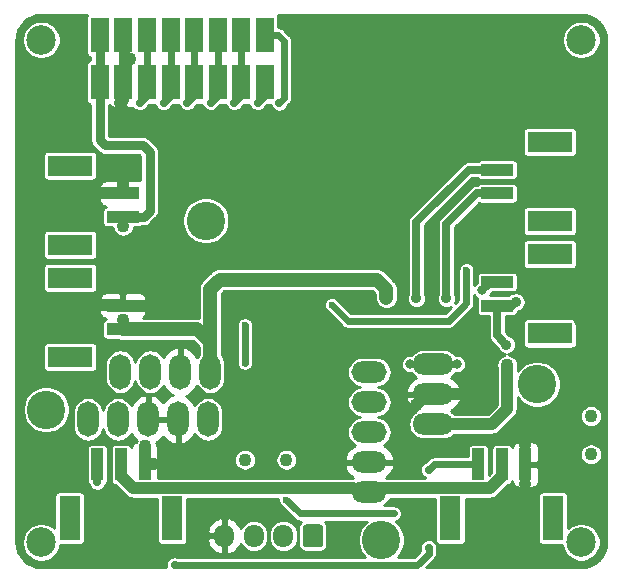
<source format=gbr>
G04 #@! TF.GenerationSoftware,KiCad,Pcbnew,(5.1.8)-1*
G04 #@! TF.CreationDate,2021-02-28T23:40:20-08:00*
G04 #@! TF.ProjectId,UAS,5541532e-6b69-4636-9164-5f7063625858,1*
G04 #@! TF.SameCoordinates,Original*
G04 #@! TF.FileFunction,Copper,L2,Bot*
G04 #@! TF.FilePolarity,Positive*
%FSLAX46Y46*%
G04 Gerber Fmt 4.6, Leading zero omitted, Abs format (unit mm)*
G04 Created by KiCad (PCBNEW (5.1.8)-1) date 2021-02-28 23:40:20*
%MOMM*%
%LPD*%
G01*
G04 APERTURE LIST*
G04 #@! TA.AperFunction,SMDPad,CuDef*
%ADD10R,1.000000X2.700000*%
G04 #@! TD*
G04 #@! TA.AperFunction,SMDPad,CuDef*
%ADD11R,1.800000X3.800000*%
G04 #@! TD*
G04 #@! TA.AperFunction,ComponentPad*
%ADD12C,3.250000*%
G04 #@! TD*
G04 #@! TA.AperFunction,ComponentPad*
%ADD13O,3.000000X1.800000*%
G04 #@! TD*
G04 #@! TA.AperFunction,SMDPad,CuDef*
%ADD14O,3.500000X1.800000*%
G04 #@! TD*
G04 #@! TA.AperFunction,ComponentPad*
%ADD15O,1.800000X3.000000*%
G04 #@! TD*
G04 #@! TA.AperFunction,SMDPad,CuDef*
%ADD16R,1.500000X3.000000*%
G04 #@! TD*
G04 #@! TA.AperFunction,ComponentPad*
%ADD17O,1.700000X1.950000*%
G04 #@! TD*
G04 #@! TA.AperFunction,SMDPad,CuDef*
%ADD18R,2.700000X1.000000*%
G04 #@! TD*
G04 #@! TA.AperFunction,SMDPad,CuDef*
%ADD19R,3.800000X1.800000*%
G04 #@! TD*
G04 #@! TA.AperFunction,ViaPad*
%ADD20C,2.500000*%
G04 #@! TD*
G04 #@! TA.AperFunction,ViaPad*
%ADD21C,0.900000*%
G04 #@! TD*
G04 #@! TA.AperFunction,ViaPad*
%ADD22C,0.800000*%
G04 #@! TD*
G04 #@! TA.AperFunction,ViaPad*
%ADD23C,0.700000*%
G04 #@! TD*
G04 #@! TA.AperFunction,ViaPad*
%ADD24C,1.100000*%
G04 #@! TD*
G04 #@! TA.AperFunction,ViaPad*
%ADD25C,0.600000*%
G04 #@! TD*
G04 #@! TA.AperFunction,Conductor*
%ADD26C,0.700000*%
G04 #@! TD*
G04 #@! TA.AperFunction,Conductor*
%ADD27C,0.600000*%
G04 #@! TD*
G04 #@! TA.AperFunction,Conductor*
%ADD28C,1.000000*%
G04 #@! TD*
G04 #@! TA.AperFunction,Conductor*
%ADD29C,0.400000*%
G04 #@! TD*
G04 #@! TA.AperFunction,Conductor*
%ADD30C,0.800000*%
G04 #@! TD*
G04 #@! TA.AperFunction,Conductor*
%ADD31C,1.200000*%
G04 #@! TD*
G04 #@! TA.AperFunction,Conductor*
%ADD32C,0.254000*%
G04 #@! TD*
G04 #@! TA.AperFunction,Conductor*
%ADD33C,0.152400*%
G04 #@! TD*
G04 APERTURE END LIST*
D10*
X124750000Y-111950000D03*
X126750000Y-111950000D03*
X128750000Y-111950000D03*
D11*
X122400000Y-116500000D03*
X131100000Y-116500000D03*
D10*
X157000000Y-111950000D03*
X159000000Y-111950000D03*
X161000000Y-111950000D03*
D11*
X154650000Y-116500000D03*
X163350000Y-116500000D03*
D12*
X148800000Y-118360000D03*
X162000000Y-105160000D03*
D13*
X147780000Y-114290000D03*
X147780000Y-111750000D03*
X147780000Y-109210000D03*
X147780000Y-106670000D03*
X147780000Y-104130000D03*
D14*
X153210000Y-103460000D03*
X153210000Y-106000000D03*
X153210000Y-108540000D03*
D15*
X134310000Y-104080000D03*
X131770000Y-104080000D03*
X129230000Y-104080000D03*
X126690000Y-104080000D03*
D16*
X124950000Y-79600000D03*
X124950000Y-75600000D03*
X126950000Y-79600000D03*
X126950000Y-75600000D03*
X128950000Y-79600000D03*
X128950000Y-75600000D03*
X130950000Y-79600000D03*
X130950000Y-75600000D03*
X132950000Y-79600000D03*
X132950000Y-75600000D03*
X134950000Y-79600000D03*
X134950000Y-75600000D03*
X136950000Y-79600000D03*
X136950000Y-75600000D03*
X138950000Y-79600000D03*
X138950000Y-75600000D03*
D17*
X135500000Y-118000000D03*
X138000000Y-118000000D03*
X140500000Y-118000000D03*
G04 #@! TA.AperFunction,ComponentPad*
G36*
G01*
X143850000Y-117275000D02*
X143850000Y-118725000D01*
G75*
G02*
X143600000Y-118975000I-250000J0D01*
G01*
X142400000Y-118975000D01*
G75*
G02*
X142150000Y-118725000I0J250000D01*
G01*
X142150000Y-117275000D01*
G75*
G02*
X142400000Y-117025000I250000J0D01*
G01*
X143600000Y-117025000D01*
G75*
G02*
X143850000Y-117275000I0J-250000D01*
G01*
G37*
G04 #@! TD.AperFunction*
D12*
X120430000Y-107300000D03*
X133930000Y-91300000D03*
D15*
X134120000Y-108140000D03*
X131580000Y-108140000D03*
X129040000Y-108140000D03*
X126500000Y-108140000D03*
X123960000Y-108140000D03*
D18*
X126900000Y-91000000D03*
X126900000Y-89000000D03*
D19*
X122450000Y-86650000D03*
X122450000Y-93350000D03*
D18*
X126900000Y-100500000D03*
X126900000Y-98500000D03*
D19*
X122450000Y-96150000D03*
X122450000Y-102850000D03*
D18*
X158600000Y-96500000D03*
X158600000Y-98500000D03*
D19*
X163050000Y-100850000D03*
X163050000Y-94150000D03*
D18*
X158600000Y-87000000D03*
X158600000Y-89000000D03*
D19*
X163050000Y-91350000D03*
X163050000Y-84650000D03*
D20*
X120000000Y-118550000D03*
X120000000Y-76000000D03*
X165725000Y-76000000D03*
X165720000Y-118540000D03*
D21*
X151765000Y-97891600D03*
X154305000Y-97891600D03*
D22*
X157340000Y-97210000D03*
D21*
X160172400Y-98196400D03*
X159385000Y-101803200D03*
D23*
X134340600Y-81305400D03*
X132359400Y-81330800D03*
X136347200Y-81330800D03*
X138328400Y-81330800D03*
X130352800Y-81330800D03*
X128346200Y-81330800D03*
X140131800Y-81343500D03*
D24*
X159450000Y-103550000D03*
D23*
X124739400Y-113461800D03*
X131300000Y-120457999D03*
X152800000Y-112400000D03*
X152800000Y-119000000D03*
D24*
X146700000Y-101800000D03*
X146700000Y-97800000D03*
X125200000Y-88980000D03*
X126900000Y-88100000D03*
X128500000Y-98500000D03*
X125300000Y-98480000D03*
X161000000Y-110300000D03*
X161000000Y-113600000D03*
X128750000Y-110350000D03*
X129500000Y-111950000D03*
X126669800Y-81381600D03*
X155200000Y-106000000D03*
X151700000Y-106900000D03*
D22*
X164450000Y-97950000D03*
X165500000Y-99850000D03*
D24*
X127550000Y-77600000D03*
X126920000Y-99730000D03*
X126930000Y-91740000D03*
X149225000Y-97815400D03*
D22*
X155219400Y-103460000D03*
X151206200Y-103460000D03*
D25*
X137250000Y-103350000D03*
X137250000Y-100150000D03*
X144600000Y-98450000D03*
X156000000Y-95500000D03*
D24*
X166550000Y-107850000D03*
X137250000Y-111550000D03*
D25*
X140750000Y-114950000D03*
X149850000Y-116100000D03*
D24*
X166550000Y-111100000D03*
X140750000Y-111550000D03*
D26*
X151770000Y-97886600D02*
X151765000Y-97891600D01*
X151770000Y-91409600D02*
X151770000Y-97886600D01*
X156179600Y-87000000D02*
X151770000Y-91409600D01*
X158600000Y-87000000D02*
X156179600Y-87000000D01*
X156872000Y-89000000D02*
X158600000Y-89000000D01*
X154305000Y-91567000D02*
X156872000Y-89000000D01*
X154305000Y-97891600D02*
X154305000Y-91567000D01*
D27*
X158560000Y-96460000D02*
X158600000Y-96500000D01*
D26*
X157340000Y-97200000D02*
X158080000Y-96460000D01*
D27*
X158080000Y-96460000D02*
X158560000Y-96460000D01*
X157340000Y-97210000D02*
X157340000Y-97200000D01*
D26*
X158600000Y-101018200D02*
X159385000Y-101803200D01*
X158600000Y-98500000D02*
X158600000Y-101018200D01*
X159868800Y-98500000D02*
X160172400Y-98196400D01*
X158600000Y-98500000D02*
X159868800Y-98500000D01*
D27*
X134950000Y-75600000D02*
X134950000Y-79600000D01*
X134950000Y-80696000D02*
X134340600Y-81305400D01*
X134950000Y-79600000D02*
X134950000Y-80696000D01*
X132950000Y-75600000D02*
X132950000Y-79600000D01*
X132950000Y-80740200D02*
X132359400Y-81330800D01*
X132950000Y-79600000D02*
X132950000Y-80740200D01*
X136950000Y-75600000D02*
X136950000Y-79600000D01*
X136950000Y-80728000D02*
X136347200Y-81330800D01*
X136950000Y-79600000D02*
X136950000Y-80728000D01*
X138950000Y-80709200D02*
X138328400Y-81330800D01*
X138950000Y-79600000D02*
X138950000Y-80709200D01*
X130950000Y-75600000D02*
X130950000Y-79600000D01*
X130950000Y-80733600D02*
X130352800Y-81330800D01*
X130950000Y-79600000D02*
X130950000Y-80733600D01*
X128950000Y-75600000D02*
X128950000Y-79600000D01*
X128950000Y-80727000D02*
X128346200Y-81330800D01*
X128950000Y-79600000D02*
X128950000Y-80727000D01*
X140550900Y-76073000D02*
X140550900Y-80924400D01*
X140077900Y-75600000D02*
X140550900Y-76073000D01*
X140550900Y-80924400D02*
X140131800Y-81343500D01*
X138950000Y-75600000D02*
X140077900Y-75600000D01*
D28*
X153210000Y-108540000D02*
X158160000Y-108540000D01*
X159450000Y-107250000D02*
X159450000Y-103550000D01*
X158160000Y-108540000D02*
X159450000Y-107250000D01*
D26*
X124739400Y-111960600D02*
X124750000Y-111950000D01*
X124739400Y-113461800D02*
X124739400Y-111960600D01*
D27*
X153250000Y-111950000D02*
X152800000Y-112400000D01*
X157000000Y-111950000D02*
X153250000Y-111950000D01*
X131342001Y-120500000D02*
X131300000Y-120457999D01*
X151807989Y-120500000D02*
X131342001Y-120500000D01*
X152800000Y-119507989D02*
X151807989Y-120500000D01*
X152800000Y-119000000D02*
X152800000Y-119507989D01*
X125320000Y-98500000D02*
X125300000Y-98480000D01*
D29*
X128730000Y-111970000D02*
X128750000Y-111950000D01*
X128740000Y-111940000D02*
X128750000Y-111950000D01*
D30*
X161000000Y-111950000D02*
X161000000Y-110300000D01*
X161000000Y-111950000D02*
X161000000Y-113600000D01*
D28*
X128750000Y-111950000D02*
X128750000Y-110350000D01*
X128750000Y-111950000D02*
X129500000Y-111950000D01*
D30*
X126950000Y-75600000D02*
X126950000Y-79600000D01*
X126950000Y-75600000D02*
X126950000Y-77000000D01*
D28*
X153210000Y-106000000D02*
X155200000Y-106000000D01*
X152600000Y-106000000D02*
X151700000Y-106900000D01*
X153210000Y-106000000D02*
X152600000Y-106000000D01*
X126950000Y-81101400D02*
X126669800Y-81381600D01*
X126900000Y-88100000D02*
X126900000Y-89000000D01*
X126880000Y-88980000D02*
X126900000Y-89000000D01*
X125200000Y-88980000D02*
X126880000Y-88980000D01*
X126880000Y-98480000D02*
X126900000Y-98500000D01*
X125300000Y-98480000D02*
X126880000Y-98480000D01*
X128500000Y-98500000D02*
X126900000Y-98500000D01*
D30*
X126950000Y-77000000D02*
X127550000Y-77600000D01*
D28*
X126950000Y-79600000D02*
X126950000Y-81101400D01*
D27*
X126900000Y-99750000D02*
X126920000Y-99730000D01*
X126900000Y-100500000D02*
X126900000Y-99750000D01*
D31*
X134310000Y-104080000D02*
X134310000Y-99910000D01*
X134310000Y-99910000D02*
X134310000Y-97090000D01*
D28*
X134310000Y-97490000D02*
X134310000Y-97090000D01*
D30*
X124950000Y-75600000D02*
X124950000Y-79600000D01*
D31*
X149225000Y-97104200D02*
X149225000Y-97815400D01*
X148420800Y-96300000D02*
X149225000Y-97104200D01*
X135100000Y-96300000D02*
X148420800Y-96300000D01*
X134310000Y-97090000D02*
X135100000Y-96300000D01*
D28*
X134310000Y-101580000D02*
X134310000Y-104080000D01*
D31*
X133230000Y-100500000D02*
X134310000Y-101580000D01*
X126900000Y-100500000D02*
X133230000Y-100500000D01*
D30*
X124950000Y-84487800D02*
X124950000Y-79600000D01*
X125399800Y-84937600D02*
X124950000Y-84487800D01*
X128625600Y-84937600D02*
X125399800Y-84937600D01*
X129184400Y-85496400D02*
X128625600Y-84937600D01*
X129184400Y-90474800D02*
X129184400Y-85496400D01*
X128659200Y-91000000D02*
X129184400Y-90474800D01*
X126900000Y-91000000D02*
X128659200Y-91000000D01*
D27*
X155219400Y-103460000D02*
X153210000Y-103460000D01*
X151206200Y-103460000D02*
X153210000Y-103460000D01*
D28*
X159000000Y-112928602D02*
X157978602Y-113950000D01*
X159000000Y-111950000D02*
X159000000Y-112928602D01*
X157978602Y-113950000D02*
X148120000Y-113950000D01*
X146350000Y-113950000D02*
X147780000Y-114290000D01*
X127771398Y-113950000D02*
X146350000Y-113950000D01*
X126750000Y-112928602D02*
X127771398Y-113950000D01*
X126750000Y-111950000D02*
X126750000Y-112928602D01*
X148120000Y-113950000D02*
X147780000Y-114290000D01*
D27*
X137250000Y-103350000D02*
X137250000Y-100150000D01*
X144600000Y-98450000D02*
X145950000Y-99800000D01*
X145950000Y-99800000D02*
X154500000Y-99800000D01*
X156000000Y-98300000D02*
X156000000Y-95500000D01*
X154500000Y-99800000D02*
X156000000Y-98300000D01*
X140750000Y-114950000D02*
X141550000Y-115750000D01*
X141900000Y-116100000D02*
X149850000Y-116100000D01*
X141550000Y-115750000D02*
X141900000Y-116100000D01*
D32*
X123846299Y-73953492D02*
X123824513Y-74025311D01*
X123817157Y-74100000D01*
X123817157Y-77100000D01*
X123824513Y-77174689D01*
X123846299Y-77246508D01*
X123881678Y-77312696D01*
X123929289Y-77370711D01*
X123987304Y-77418322D01*
X124053492Y-77453701D01*
X124125311Y-77475487D01*
X124169000Y-77479790D01*
X124169001Y-77720210D01*
X124125311Y-77724513D01*
X124053492Y-77746299D01*
X123987304Y-77781678D01*
X123929289Y-77829289D01*
X123881678Y-77887304D01*
X123846299Y-77953492D01*
X123824513Y-78025311D01*
X123817157Y-78100000D01*
X123817157Y-81100000D01*
X123824513Y-81174689D01*
X123846299Y-81246508D01*
X123881678Y-81312696D01*
X123929289Y-81370711D01*
X123987304Y-81418322D01*
X124053492Y-81453701D01*
X124125311Y-81475487D01*
X124169001Y-81479790D01*
X124169000Y-84449443D01*
X124165222Y-84487800D01*
X124169000Y-84526157D01*
X124169000Y-84526159D01*
X124180301Y-84640902D01*
X124224960Y-84788121D01*
X124224961Y-84788122D01*
X124297481Y-84923799D01*
X124311990Y-84941478D01*
X124395078Y-85042722D01*
X124424879Y-85067179D01*
X124820417Y-85462717D01*
X124844878Y-85492522D01*
X124914916Y-85550000D01*
X124963800Y-85590119D01*
X125074900Y-85649503D01*
X125099478Y-85662640D01*
X125246697Y-85707299D01*
X125361440Y-85718600D01*
X125361442Y-85718600D01*
X125399799Y-85722378D01*
X125438156Y-85718600D01*
X128302100Y-85718600D01*
X128403401Y-85819902D01*
X128403401Y-87882960D01*
X128374482Y-87874188D01*
X128250000Y-87861928D01*
X127185750Y-87865000D01*
X127027000Y-88023750D01*
X127027000Y-88873000D01*
X127047000Y-88873000D01*
X127047000Y-89127000D01*
X127027000Y-89127000D01*
X127027000Y-89147000D01*
X126773000Y-89147000D01*
X126773000Y-89127000D01*
X125073750Y-89127000D01*
X124915000Y-89285750D01*
X124911928Y-89500000D01*
X124924188Y-89624482D01*
X124960498Y-89744180D01*
X125019463Y-89854494D01*
X125098815Y-89951185D01*
X125195506Y-90030537D01*
X125305820Y-90089502D01*
X125425518Y-90125812D01*
X125459874Y-90129196D01*
X125403492Y-90146299D01*
X125337304Y-90181678D01*
X125279289Y-90229289D01*
X125231678Y-90287304D01*
X125196299Y-90353492D01*
X125174513Y-90425311D01*
X125167157Y-90500000D01*
X125167157Y-91500000D01*
X125174513Y-91574689D01*
X125196299Y-91646508D01*
X125231678Y-91712696D01*
X125279289Y-91770711D01*
X125337304Y-91818322D01*
X125403492Y-91853701D01*
X125475311Y-91875487D01*
X125550000Y-91882843D01*
X126009174Y-91882843D01*
X126034778Y-92011563D01*
X126104958Y-92180994D01*
X126206845Y-92333478D01*
X126336522Y-92463155D01*
X126489006Y-92565042D01*
X126658437Y-92635222D01*
X126838304Y-92671000D01*
X127021696Y-92671000D01*
X127201563Y-92635222D01*
X127370994Y-92565042D01*
X127523478Y-92463155D01*
X127653155Y-92333478D01*
X127755042Y-92180994D01*
X127825222Y-92011563D01*
X127850826Y-91882843D01*
X128250000Y-91882843D01*
X128324689Y-91875487D01*
X128396508Y-91853701D01*
X128462696Y-91818322D01*
X128508174Y-91781000D01*
X128620843Y-91781000D01*
X128659200Y-91784778D01*
X128697557Y-91781000D01*
X128697560Y-91781000D01*
X128812303Y-91769699D01*
X128959522Y-91725040D01*
X129095199Y-91652519D01*
X129214122Y-91554922D01*
X129238578Y-91525122D01*
X129661274Y-91102426D01*
X131924000Y-91102426D01*
X131924000Y-91497574D01*
X132001090Y-91885129D01*
X132152306Y-92250197D01*
X132371838Y-92578750D01*
X132651250Y-92858162D01*
X132979803Y-93077694D01*
X133344871Y-93228910D01*
X133732426Y-93306000D01*
X134127574Y-93306000D01*
X134515129Y-93228910D01*
X134880197Y-93077694D01*
X135208750Y-92858162D01*
X135488162Y-92578750D01*
X135707694Y-92250197D01*
X135858910Y-91885129D01*
X135936000Y-91497574D01*
X135936000Y-91102426D01*
X135858910Y-90714871D01*
X135707694Y-90349803D01*
X135488162Y-90021250D01*
X135208750Y-89741838D01*
X134880197Y-89522306D01*
X134515129Y-89371090D01*
X134127574Y-89294000D01*
X133732426Y-89294000D01*
X133344871Y-89371090D01*
X132979803Y-89522306D01*
X132651250Y-89741838D01*
X132371838Y-90021250D01*
X132152306Y-90349803D01*
X132001090Y-90714871D01*
X131924000Y-91102426D01*
X129661274Y-91102426D01*
X129709528Y-91054173D01*
X129739322Y-91029722D01*
X129830935Y-90918091D01*
X129836919Y-90910800D01*
X129896754Y-90798856D01*
X129909440Y-90775122D01*
X129954099Y-90627903D01*
X129965400Y-90513160D01*
X129965400Y-90513157D01*
X129969178Y-90474800D01*
X129965400Y-90436443D01*
X129965400Y-85534757D01*
X129969178Y-85496400D01*
X129965400Y-85458040D01*
X129954099Y-85343297D01*
X129909440Y-85196078D01*
X129836919Y-85060401D01*
X129739322Y-84941478D01*
X129709527Y-84917026D01*
X129204978Y-84412478D01*
X129180522Y-84382678D01*
X129061599Y-84285081D01*
X128925922Y-84212560D01*
X128778703Y-84167901D01*
X128663960Y-84156600D01*
X128663957Y-84156600D01*
X128625600Y-84152822D01*
X128587243Y-84156600D01*
X125731000Y-84156600D01*
X125731000Y-83750000D01*
X160767157Y-83750000D01*
X160767157Y-85550000D01*
X160774513Y-85624689D01*
X160796299Y-85696508D01*
X160831678Y-85762696D01*
X160879289Y-85820711D01*
X160937304Y-85868322D01*
X161003492Y-85903701D01*
X161075311Y-85925487D01*
X161150000Y-85932843D01*
X164950000Y-85932843D01*
X165024689Y-85925487D01*
X165096508Y-85903701D01*
X165162696Y-85868322D01*
X165220711Y-85820711D01*
X165268322Y-85762696D01*
X165303701Y-85696508D01*
X165325487Y-85624689D01*
X165332843Y-85550000D01*
X165332843Y-83750000D01*
X165325487Y-83675311D01*
X165303701Y-83603492D01*
X165268322Y-83537304D01*
X165220711Y-83479289D01*
X165162696Y-83431678D01*
X165096508Y-83396299D01*
X165024689Y-83374513D01*
X164950000Y-83367157D01*
X161150000Y-83367157D01*
X161075311Y-83374513D01*
X161003492Y-83396299D01*
X160937304Y-83431678D01*
X160879289Y-83479289D01*
X160831678Y-83537304D01*
X160796299Y-83603492D01*
X160774513Y-83675311D01*
X160767157Y-83750000D01*
X125731000Y-83750000D01*
X125731000Y-81529477D01*
X125748815Y-81551185D01*
X125845506Y-81630537D01*
X125955820Y-81689502D01*
X126075518Y-81725812D01*
X126200000Y-81738072D01*
X126664250Y-81735000D01*
X126823000Y-81576250D01*
X126823000Y-79727000D01*
X126803000Y-79727000D01*
X126803000Y-79473000D01*
X126823000Y-79473000D01*
X126823000Y-77623750D01*
X126799250Y-77600000D01*
X126823000Y-77576250D01*
X126823000Y-75727000D01*
X126803000Y-75727000D01*
X126803000Y-75473000D01*
X126823000Y-75473000D01*
X126823000Y-75453000D01*
X127077000Y-75453000D01*
X127077000Y-75473000D01*
X127097000Y-75473000D01*
X127097000Y-75727000D01*
X127077000Y-75727000D01*
X127077000Y-77576250D01*
X127100750Y-77600000D01*
X127077000Y-77623750D01*
X127077000Y-79473000D01*
X127097000Y-79473000D01*
X127097000Y-79727000D01*
X127077000Y-79727000D01*
X127077000Y-81576250D01*
X127235750Y-81735000D01*
X127700000Y-81738072D01*
X127736746Y-81734453D01*
X127778395Y-81796785D01*
X127880215Y-81898605D01*
X127999942Y-81978604D01*
X128132975Y-82033708D01*
X128274203Y-82061800D01*
X128418197Y-82061800D01*
X128559425Y-82033708D01*
X128692458Y-81978604D01*
X128812185Y-81898605D01*
X128914005Y-81796785D01*
X128994004Y-81677058D01*
X129015913Y-81624166D01*
X129157236Y-81482843D01*
X129637722Y-81482843D01*
X129649892Y-81544025D01*
X129704996Y-81677058D01*
X129784995Y-81796785D01*
X129886815Y-81898605D01*
X130006542Y-81978604D01*
X130139575Y-82033708D01*
X130280803Y-82061800D01*
X130424797Y-82061800D01*
X130566025Y-82033708D01*
X130699058Y-81978604D01*
X130818785Y-81898605D01*
X130920605Y-81796785D01*
X131000604Y-81677058D01*
X131022512Y-81624166D01*
X131163836Y-81482843D01*
X131644322Y-81482843D01*
X131656492Y-81544025D01*
X131711596Y-81677058D01*
X131791595Y-81796785D01*
X131893415Y-81898605D01*
X132013142Y-81978604D01*
X132146175Y-82033708D01*
X132287403Y-82061800D01*
X132431397Y-82061800D01*
X132572625Y-82033708D01*
X132705658Y-81978604D01*
X132825385Y-81898605D01*
X132927205Y-81796785D01*
X133007204Y-81677058D01*
X133029113Y-81624166D01*
X133170436Y-81482843D01*
X133630575Y-81482843D01*
X133637692Y-81518625D01*
X133692796Y-81651658D01*
X133772795Y-81771385D01*
X133874615Y-81873205D01*
X133994342Y-81953204D01*
X134127375Y-82008308D01*
X134268603Y-82036400D01*
X134412597Y-82036400D01*
X134553825Y-82008308D01*
X134686858Y-81953204D01*
X134806585Y-81873205D01*
X134908405Y-81771385D01*
X134988404Y-81651658D01*
X135010313Y-81598766D01*
X135126235Y-81482843D01*
X135632122Y-81482843D01*
X135644292Y-81544025D01*
X135699396Y-81677058D01*
X135779395Y-81796785D01*
X135881215Y-81898605D01*
X136000942Y-81978604D01*
X136133975Y-82033708D01*
X136275203Y-82061800D01*
X136419197Y-82061800D01*
X136560425Y-82033708D01*
X136693458Y-81978604D01*
X136813185Y-81898605D01*
X136915005Y-81796785D01*
X136995004Y-81677058D01*
X137016913Y-81624166D01*
X137158236Y-81482843D01*
X137613322Y-81482843D01*
X137625492Y-81544025D01*
X137680596Y-81677058D01*
X137760595Y-81796785D01*
X137862415Y-81898605D01*
X137982142Y-81978604D01*
X138115175Y-82033708D01*
X138256403Y-82061800D01*
X138400397Y-82061800D01*
X138541625Y-82033708D01*
X138674658Y-81978604D01*
X138794385Y-81898605D01*
X138896205Y-81796785D01*
X138976204Y-81677058D01*
X138998113Y-81624166D01*
X139139436Y-81482843D01*
X139414196Y-81482843D01*
X139428892Y-81556725D01*
X139483996Y-81689758D01*
X139563995Y-81809485D01*
X139665815Y-81911305D01*
X139785542Y-81991304D01*
X139918575Y-82046408D01*
X140059803Y-82074500D01*
X140203797Y-82074500D01*
X140345025Y-82046408D01*
X140478058Y-81991304D01*
X140597785Y-81911305D01*
X140699605Y-81809485D01*
X140779604Y-81689758D01*
X140801513Y-81636865D01*
X141008774Y-81429604D01*
X141034770Y-81408270D01*
X141119870Y-81304574D01*
X141183106Y-81186268D01*
X141222046Y-81057899D01*
X141231900Y-80957853D01*
X141235195Y-80924400D01*
X141231900Y-80890947D01*
X141231900Y-76106452D01*
X141235195Y-76072999D01*
X141222046Y-75939501D01*
X141206605Y-75888600D01*
X141191669Y-75839360D01*
X164094000Y-75839360D01*
X164094000Y-76160640D01*
X164156678Y-76475745D01*
X164279626Y-76772568D01*
X164458119Y-77039702D01*
X164685298Y-77266881D01*
X164952432Y-77445374D01*
X165249255Y-77568322D01*
X165564360Y-77631000D01*
X165885640Y-77631000D01*
X166200745Y-77568322D01*
X166497568Y-77445374D01*
X166764702Y-77266881D01*
X166991881Y-77039702D01*
X167170374Y-76772568D01*
X167293322Y-76475745D01*
X167356000Y-76160640D01*
X167356000Y-75839360D01*
X167293322Y-75524255D01*
X167170374Y-75227432D01*
X166991881Y-74960298D01*
X166764702Y-74733119D01*
X166497568Y-74554626D01*
X166200745Y-74431678D01*
X165885640Y-74369000D01*
X165564360Y-74369000D01*
X165249255Y-74431678D01*
X164952432Y-74554626D01*
X164685298Y-74733119D01*
X164458119Y-74960298D01*
X164279626Y-75227432D01*
X164156678Y-75524255D01*
X164094000Y-75839360D01*
X141191669Y-75839360D01*
X141183106Y-75811132D01*
X141119870Y-75692826D01*
X141034769Y-75589130D01*
X141008783Y-75567804D01*
X140583104Y-75142126D01*
X140561770Y-75116130D01*
X140458074Y-75031030D01*
X140339768Y-74967794D01*
X140211399Y-74928854D01*
X140111353Y-74919000D01*
X140082843Y-74916192D01*
X140082843Y-74100000D01*
X140075487Y-74025311D01*
X140053701Y-73953492D01*
X140020298Y-73891000D01*
X165698921Y-73891000D01*
X166129238Y-73933193D01*
X166522893Y-74052044D01*
X166885957Y-74245089D01*
X167204615Y-74504979D01*
X167466728Y-74821820D01*
X167662303Y-75183528D01*
X167783899Y-75576343D01*
X167829001Y-76005456D01*
X167829000Y-118523920D01*
X167786807Y-118954236D01*
X167667957Y-119347888D01*
X167474911Y-119710956D01*
X167215018Y-120029616D01*
X166898183Y-120291725D01*
X166536472Y-120487302D01*
X166143658Y-120608898D01*
X165714554Y-120653999D01*
X152617069Y-120653999D01*
X153257884Y-120013185D01*
X153283870Y-119991859D01*
X153368970Y-119888163D01*
X153432206Y-119769857D01*
X153471146Y-119641488D01*
X153481000Y-119541442D01*
X153481000Y-119541441D01*
X153484295Y-119507990D01*
X153481000Y-119474539D01*
X153481000Y-119266116D01*
X153502908Y-119213225D01*
X153531000Y-119071997D01*
X153531000Y-118928003D01*
X153502908Y-118786775D01*
X153447804Y-118653742D01*
X153367805Y-118534015D01*
X153265985Y-118432195D01*
X153146258Y-118352196D01*
X153013225Y-118297092D01*
X152871997Y-118269000D01*
X152728003Y-118269000D01*
X152586775Y-118297092D01*
X152453742Y-118352196D01*
X152334015Y-118432195D01*
X152232195Y-118534015D01*
X152152196Y-118653742D01*
X152097092Y-118786775D01*
X152069000Y-118928003D01*
X152069000Y-119071997D01*
X152097092Y-119213225D01*
X152107224Y-119237686D01*
X151525911Y-119819000D01*
X150177912Y-119819000D01*
X150358162Y-119638750D01*
X150577694Y-119310197D01*
X150728910Y-118945129D01*
X150806000Y-118557574D01*
X150806000Y-118162426D01*
X150728910Y-117774871D01*
X150577694Y-117409803D01*
X150358162Y-117081250D01*
X150078750Y-116801838D01*
X150017628Y-116760998D01*
X150048640Y-116754829D01*
X150079696Y-116741965D01*
X150111868Y-116732206D01*
X150141517Y-116716358D01*
X150172574Y-116703494D01*
X150200525Y-116684817D01*
X150230174Y-116668970D01*
X150256162Y-116647643D01*
X150284112Y-116628967D01*
X150307879Y-116605200D01*
X150333870Y-116583870D01*
X150355200Y-116557879D01*
X150378967Y-116534112D01*
X150397643Y-116506162D01*
X150418970Y-116480174D01*
X150434817Y-116450525D01*
X150453494Y-116422574D01*
X150466358Y-116391517D01*
X150482206Y-116361868D01*
X150491965Y-116329696D01*
X150504829Y-116298640D01*
X150511388Y-116265668D01*
X150521146Y-116233499D01*
X150524441Y-116200047D01*
X150531000Y-116167073D01*
X150531000Y-116133453D01*
X150534295Y-116100000D01*
X150531000Y-116066547D01*
X150531000Y-116032927D01*
X150524441Y-115999953D01*
X150521146Y-115966501D01*
X150511388Y-115934332D01*
X150504829Y-115901360D01*
X150491965Y-115870304D01*
X150482206Y-115838132D01*
X150466358Y-115808483D01*
X150453494Y-115777426D01*
X150434817Y-115749475D01*
X150418970Y-115719826D01*
X150397643Y-115693838D01*
X150378967Y-115665888D01*
X150355200Y-115642121D01*
X150333870Y-115616130D01*
X150307879Y-115594800D01*
X150284112Y-115571033D01*
X150256162Y-115552357D01*
X150230174Y-115531030D01*
X150200525Y-115515183D01*
X150172574Y-115496506D01*
X150141517Y-115483642D01*
X150111868Y-115467794D01*
X150079696Y-115458035D01*
X150048640Y-115445171D01*
X150015668Y-115438612D01*
X149983499Y-115428854D01*
X149950047Y-115425559D01*
X149917073Y-115419000D01*
X148985245Y-115419000D01*
X149095129Y-115360266D01*
X149290186Y-115200186D01*
X149450266Y-115005129D01*
X149543340Y-114831000D01*
X153367157Y-114831000D01*
X153367157Y-118400000D01*
X153374513Y-118474689D01*
X153396299Y-118546508D01*
X153431678Y-118612696D01*
X153479289Y-118670711D01*
X153537304Y-118718322D01*
X153603492Y-118753701D01*
X153675311Y-118775487D01*
X153750000Y-118782843D01*
X155550000Y-118782843D01*
X155624689Y-118775487D01*
X155696508Y-118753701D01*
X155762696Y-118718322D01*
X155820711Y-118670711D01*
X155868322Y-118612696D01*
X155903701Y-118546508D01*
X155925487Y-118474689D01*
X155932843Y-118400000D01*
X155932843Y-114831000D01*
X157935332Y-114831000D01*
X157978602Y-114835262D01*
X158021872Y-114831000D01*
X158021875Y-114831000D01*
X158151308Y-114818252D01*
X158317377Y-114767875D01*
X158470427Y-114686068D01*
X158575302Y-114600000D01*
X162067157Y-114600000D01*
X162067157Y-118400000D01*
X162074513Y-118474689D01*
X162096299Y-118546508D01*
X162131678Y-118612696D01*
X162179289Y-118670711D01*
X162237304Y-118718322D01*
X162303492Y-118753701D01*
X162375311Y-118775487D01*
X162450000Y-118782843D01*
X164105351Y-118782843D01*
X164151678Y-119015745D01*
X164274626Y-119312568D01*
X164453119Y-119579702D01*
X164680298Y-119806881D01*
X164947432Y-119985374D01*
X165244255Y-120108322D01*
X165559360Y-120171000D01*
X165880640Y-120171000D01*
X166195745Y-120108322D01*
X166492568Y-119985374D01*
X166759702Y-119806881D01*
X166986881Y-119579702D01*
X167165374Y-119312568D01*
X167288322Y-119015745D01*
X167351000Y-118700640D01*
X167351000Y-118379360D01*
X167288322Y-118064255D01*
X167165374Y-117767432D01*
X166986881Y-117500298D01*
X166759702Y-117273119D01*
X166492568Y-117094626D01*
X166195745Y-116971678D01*
X165880640Y-116909000D01*
X165559360Y-116909000D01*
X165244255Y-116971678D01*
X164947432Y-117094626D01*
X164680298Y-117273119D01*
X164632843Y-117320574D01*
X164632843Y-114600000D01*
X164625487Y-114525311D01*
X164603701Y-114453492D01*
X164568322Y-114387304D01*
X164520711Y-114329289D01*
X164462696Y-114281678D01*
X164396508Y-114246299D01*
X164324689Y-114224513D01*
X164250000Y-114217157D01*
X162450000Y-114217157D01*
X162375311Y-114224513D01*
X162303492Y-114246299D01*
X162237304Y-114281678D01*
X162179289Y-114329289D01*
X162131678Y-114387304D01*
X162096299Y-114453492D01*
X162074513Y-114525311D01*
X162067157Y-114600000D01*
X158575302Y-114600000D01*
X158604577Y-114575975D01*
X158632167Y-114542356D01*
X159491681Y-113682843D01*
X159500000Y-113682843D01*
X159574689Y-113675487D01*
X159646508Y-113653701D01*
X159712696Y-113618322D01*
X159770711Y-113570711D01*
X159818322Y-113512696D01*
X159853701Y-113446508D01*
X159870804Y-113390126D01*
X159874188Y-113424482D01*
X159910498Y-113544180D01*
X159969463Y-113654494D01*
X160048815Y-113751185D01*
X160145506Y-113830537D01*
X160255820Y-113889502D01*
X160375518Y-113925812D01*
X160500000Y-113938072D01*
X160714250Y-113935000D01*
X160873000Y-113776250D01*
X160873000Y-112077000D01*
X161127000Y-112077000D01*
X161127000Y-113776250D01*
X161285750Y-113935000D01*
X161500000Y-113938072D01*
X161624482Y-113925812D01*
X161744180Y-113889502D01*
X161854494Y-113830537D01*
X161951185Y-113751185D01*
X162030537Y-113654494D01*
X162089502Y-113544180D01*
X162125812Y-113424482D01*
X162138072Y-113300000D01*
X162135000Y-112235750D01*
X161976250Y-112077000D01*
X161127000Y-112077000D01*
X160873000Y-112077000D01*
X160853000Y-112077000D01*
X160853000Y-111823000D01*
X160873000Y-111823000D01*
X160873000Y-110123750D01*
X161127000Y-110123750D01*
X161127000Y-111823000D01*
X161976250Y-111823000D01*
X162135000Y-111664250D01*
X162136893Y-111008304D01*
X165619000Y-111008304D01*
X165619000Y-111191696D01*
X165654778Y-111371563D01*
X165724958Y-111540994D01*
X165826845Y-111693478D01*
X165956522Y-111823155D01*
X166109006Y-111925042D01*
X166278437Y-111995222D01*
X166458304Y-112031000D01*
X166641696Y-112031000D01*
X166821563Y-111995222D01*
X166990994Y-111925042D01*
X167143478Y-111823155D01*
X167273155Y-111693478D01*
X167375042Y-111540994D01*
X167445222Y-111371563D01*
X167481000Y-111191696D01*
X167481000Y-111008304D01*
X167445222Y-110828437D01*
X167375042Y-110659006D01*
X167273155Y-110506522D01*
X167143478Y-110376845D01*
X166990994Y-110274958D01*
X166821563Y-110204778D01*
X166641696Y-110169000D01*
X166458304Y-110169000D01*
X166278437Y-110204778D01*
X166109006Y-110274958D01*
X165956522Y-110376845D01*
X165826845Y-110506522D01*
X165724958Y-110659006D01*
X165654778Y-110828437D01*
X165619000Y-111008304D01*
X162136893Y-111008304D01*
X162138072Y-110600000D01*
X162125812Y-110475518D01*
X162089502Y-110355820D01*
X162030537Y-110245506D01*
X161951185Y-110148815D01*
X161854494Y-110069463D01*
X161744180Y-110010498D01*
X161624482Y-109974188D01*
X161500000Y-109961928D01*
X161285750Y-109965000D01*
X161127000Y-110123750D01*
X160873000Y-110123750D01*
X160714250Y-109965000D01*
X160500000Y-109961928D01*
X160375518Y-109974188D01*
X160255820Y-110010498D01*
X160145506Y-110069463D01*
X160048815Y-110148815D01*
X159969463Y-110245506D01*
X159910498Y-110355820D01*
X159874188Y-110475518D01*
X159870804Y-110509874D01*
X159853701Y-110453492D01*
X159818322Y-110387304D01*
X159770711Y-110329289D01*
X159712696Y-110281678D01*
X159646508Y-110246299D01*
X159574689Y-110224513D01*
X159500000Y-110217157D01*
X158500000Y-110217157D01*
X158425311Y-110224513D01*
X158353492Y-110246299D01*
X158287304Y-110281678D01*
X158229289Y-110329289D01*
X158181678Y-110387304D01*
X158146299Y-110453492D01*
X158124513Y-110525311D01*
X158117157Y-110600000D01*
X158117157Y-112565523D01*
X157882843Y-112799837D01*
X157882843Y-110600000D01*
X157875487Y-110525311D01*
X157853701Y-110453492D01*
X157818322Y-110387304D01*
X157770711Y-110329289D01*
X157712696Y-110281678D01*
X157646508Y-110246299D01*
X157574689Y-110224513D01*
X157500000Y-110217157D01*
X156500000Y-110217157D01*
X156425311Y-110224513D01*
X156353492Y-110246299D01*
X156287304Y-110281678D01*
X156229289Y-110329289D01*
X156181678Y-110387304D01*
X156146299Y-110453492D01*
X156124513Y-110525311D01*
X156117157Y-110600000D01*
X156117157Y-111269000D01*
X153283452Y-111269000D01*
X153249999Y-111265705D01*
X153116500Y-111278854D01*
X153077560Y-111290667D01*
X152988132Y-111317794D01*
X152869826Y-111381030D01*
X152766130Y-111466130D01*
X152744796Y-111492126D01*
X152506635Y-111730287D01*
X152453742Y-111752196D01*
X152334015Y-111832195D01*
X152232195Y-111934015D01*
X152152196Y-112053742D01*
X152097092Y-112186775D01*
X152069000Y-112328003D01*
X152069000Y-112471997D01*
X152097092Y-112613225D01*
X152152196Y-112746258D01*
X152232195Y-112865985D01*
X152334015Y-112967805D01*
X152453742Y-113047804D01*
X152504914Y-113069000D01*
X149163031Y-113069000D01*
X149338396Y-112955748D01*
X149555210Y-112745606D01*
X149726862Y-112497204D01*
X149846755Y-112220087D01*
X149871036Y-112114740D01*
X149750378Y-111877000D01*
X147907000Y-111877000D01*
X147907000Y-111897000D01*
X147653000Y-111897000D01*
X147653000Y-111877000D01*
X145809622Y-111877000D01*
X145688964Y-112114740D01*
X145713245Y-112220087D01*
X145833138Y-112497204D01*
X146004790Y-112745606D01*
X146221604Y-112955748D01*
X146393581Y-113066812D01*
X146382816Y-113065347D01*
X146323105Y-113069000D01*
X129887405Y-113069000D01*
X129885000Y-112235750D01*
X129726250Y-112077000D01*
X128877000Y-112077000D01*
X128877000Y-112097000D01*
X128623000Y-112097000D01*
X128623000Y-112077000D01*
X128603000Y-112077000D01*
X128603000Y-111823000D01*
X128623000Y-111823000D01*
X128623000Y-111803000D01*
X128877000Y-111803000D01*
X128877000Y-111823000D01*
X129726250Y-111823000D01*
X129885000Y-111664250D01*
X129885594Y-111458304D01*
X136319000Y-111458304D01*
X136319000Y-111641696D01*
X136354778Y-111821563D01*
X136424958Y-111990994D01*
X136526845Y-112143478D01*
X136656522Y-112273155D01*
X136809006Y-112375042D01*
X136978437Y-112445222D01*
X137158304Y-112481000D01*
X137341696Y-112481000D01*
X137521563Y-112445222D01*
X137690994Y-112375042D01*
X137843478Y-112273155D01*
X137973155Y-112143478D01*
X138075042Y-111990994D01*
X138145222Y-111821563D01*
X138181000Y-111641696D01*
X138181000Y-111458304D01*
X139819000Y-111458304D01*
X139819000Y-111641696D01*
X139854778Y-111821563D01*
X139924958Y-111990994D01*
X140026845Y-112143478D01*
X140156522Y-112273155D01*
X140309006Y-112375042D01*
X140478437Y-112445222D01*
X140658304Y-112481000D01*
X140841696Y-112481000D01*
X141021563Y-112445222D01*
X141190994Y-112375042D01*
X141343478Y-112273155D01*
X141473155Y-112143478D01*
X141575042Y-111990994D01*
X141645222Y-111821563D01*
X141681000Y-111641696D01*
X141681000Y-111458304D01*
X141666471Y-111385260D01*
X145688964Y-111385260D01*
X145809622Y-111623000D01*
X147653000Y-111623000D01*
X147653000Y-111603000D01*
X147907000Y-111603000D01*
X147907000Y-111623000D01*
X149750378Y-111623000D01*
X149871036Y-111385260D01*
X149846755Y-111279913D01*
X149726862Y-111002796D01*
X149555210Y-110754394D01*
X149338396Y-110544252D01*
X149084751Y-110380446D01*
X148983054Y-110340171D01*
X149095129Y-110280266D01*
X149290186Y-110120186D01*
X149450266Y-109925129D01*
X149569216Y-109702589D01*
X149642465Y-109461120D01*
X149667198Y-109210000D01*
X149642465Y-108958880D01*
X149569216Y-108717411D01*
X149450266Y-108494871D01*
X149290186Y-108299814D01*
X149095129Y-108139734D01*
X148872589Y-108020784D01*
X148631120Y-107947535D01*
X148554615Y-107940000D01*
X148631120Y-107932465D01*
X148872589Y-107859216D01*
X149095129Y-107740266D01*
X149290186Y-107580186D01*
X149450266Y-107385129D01*
X149569216Y-107162589D01*
X149642465Y-106921120D01*
X149667198Y-106670000D01*
X149642465Y-106418880D01*
X149569216Y-106177411D01*
X149450266Y-105954871D01*
X149290186Y-105759814D01*
X149095129Y-105599734D01*
X148872589Y-105480784D01*
X148631120Y-105407535D01*
X148554615Y-105400000D01*
X148631120Y-105392465D01*
X148872589Y-105319216D01*
X149095129Y-105200266D01*
X149290186Y-105040186D01*
X149450266Y-104845129D01*
X149569216Y-104622589D01*
X149642465Y-104381120D01*
X149667198Y-104130000D01*
X149642465Y-103878880D01*
X149569216Y-103637411D01*
X149450266Y-103414871D01*
X149424175Y-103383078D01*
X150425200Y-103383078D01*
X150425200Y-103536922D01*
X150455213Y-103687809D01*
X150514087Y-103829942D01*
X150599558Y-103957859D01*
X150708341Y-104066642D01*
X150836258Y-104152113D01*
X150978391Y-104210987D01*
X151129278Y-104241000D01*
X151283122Y-104241000D01*
X151335279Y-104230625D01*
X151449814Y-104370186D01*
X151644871Y-104530266D01*
X151756946Y-104590171D01*
X151655249Y-104630446D01*
X151401604Y-104794252D01*
X151184790Y-105004394D01*
X151013138Y-105252796D01*
X150893245Y-105529913D01*
X150868964Y-105635260D01*
X150989622Y-105873000D01*
X153083000Y-105873000D01*
X153083000Y-105853000D01*
X153337000Y-105853000D01*
X153337000Y-105873000D01*
X155430378Y-105873000D01*
X155551036Y-105635260D01*
X155526755Y-105529913D01*
X155406862Y-105252796D01*
X155235210Y-105004394D01*
X155018396Y-104794252D01*
X154764751Y-104630446D01*
X154663054Y-104590171D01*
X154775129Y-104530266D01*
X154970186Y-104370186D01*
X155085507Y-104229668D01*
X155142478Y-104241000D01*
X155296322Y-104241000D01*
X155447209Y-104210987D01*
X155589342Y-104152113D01*
X155717259Y-104066642D01*
X155826042Y-103957859D01*
X155911513Y-103829942D01*
X155970387Y-103687809D01*
X156000400Y-103536922D01*
X156000400Y-103383078D01*
X155970387Y-103232191D01*
X155911513Y-103090058D01*
X155826042Y-102962141D01*
X155717259Y-102853358D01*
X155589342Y-102767887D01*
X155447209Y-102709013D01*
X155296322Y-102679000D01*
X155142478Y-102679000D01*
X155085507Y-102690332D01*
X154970186Y-102549814D01*
X154775129Y-102389734D01*
X154552589Y-102270784D01*
X154311120Y-102197535D01*
X154122930Y-102179000D01*
X152297070Y-102179000D01*
X152108880Y-102197535D01*
X151867411Y-102270784D01*
X151644871Y-102389734D01*
X151449814Y-102549814D01*
X151335279Y-102689375D01*
X151283122Y-102679000D01*
X151129278Y-102679000D01*
X150978391Y-102709013D01*
X150836258Y-102767887D01*
X150708341Y-102853358D01*
X150599558Y-102962141D01*
X150514087Y-103090058D01*
X150455213Y-103232191D01*
X150425200Y-103383078D01*
X149424175Y-103383078D01*
X149290186Y-103219814D01*
X149095129Y-103059734D01*
X148872589Y-102940784D01*
X148631120Y-102867535D01*
X148442930Y-102849000D01*
X147117070Y-102849000D01*
X146928880Y-102867535D01*
X146687411Y-102940784D01*
X146464871Y-103059734D01*
X146269814Y-103219814D01*
X146109734Y-103414871D01*
X145990784Y-103637411D01*
X145917535Y-103878880D01*
X145892802Y-104130000D01*
X145917535Y-104381120D01*
X145990784Y-104622589D01*
X146109734Y-104845129D01*
X146269814Y-105040186D01*
X146464871Y-105200266D01*
X146687411Y-105319216D01*
X146928880Y-105392465D01*
X147005385Y-105400000D01*
X146928880Y-105407535D01*
X146687411Y-105480784D01*
X146464871Y-105599734D01*
X146269814Y-105759814D01*
X146109734Y-105954871D01*
X145990784Y-106177411D01*
X145917535Y-106418880D01*
X145892802Y-106670000D01*
X145917535Y-106921120D01*
X145990784Y-107162589D01*
X146109734Y-107385129D01*
X146269814Y-107580186D01*
X146464871Y-107740266D01*
X146687411Y-107859216D01*
X146928880Y-107932465D01*
X147005385Y-107940000D01*
X146928880Y-107947535D01*
X146687411Y-108020784D01*
X146464871Y-108139734D01*
X146269814Y-108299814D01*
X146109734Y-108494871D01*
X145990784Y-108717411D01*
X145917535Y-108958880D01*
X145892802Y-109210000D01*
X145917535Y-109461120D01*
X145990784Y-109702589D01*
X146109734Y-109925129D01*
X146269814Y-110120186D01*
X146464871Y-110280266D01*
X146576946Y-110340171D01*
X146475249Y-110380446D01*
X146221604Y-110544252D01*
X146004790Y-110754394D01*
X145833138Y-111002796D01*
X145713245Y-111279913D01*
X145688964Y-111385260D01*
X141666471Y-111385260D01*
X141645222Y-111278437D01*
X141575042Y-111109006D01*
X141473155Y-110956522D01*
X141343478Y-110826845D01*
X141190994Y-110724958D01*
X141021563Y-110654778D01*
X140841696Y-110619000D01*
X140658304Y-110619000D01*
X140478437Y-110654778D01*
X140309006Y-110724958D01*
X140156522Y-110826845D01*
X140026845Y-110956522D01*
X139924958Y-111109006D01*
X139854778Y-111278437D01*
X139819000Y-111458304D01*
X138181000Y-111458304D01*
X138145222Y-111278437D01*
X138075042Y-111109006D01*
X137973155Y-110956522D01*
X137843478Y-110826845D01*
X137690994Y-110724958D01*
X137521563Y-110654778D01*
X137341696Y-110619000D01*
X137158304Y-110619000D01*
X136978437Y-110654778D01*
X136809006Y-110724958D01*
X136656522Y-110826845D01*
X136526845Y-110956522D01*
X136424958Y-111109006D01*
X136354778Y-111278437D01*
X136319000Y-111458304D01*
X129885594Y-111458304D01*
X129888072Y-110600000D01*
X129875812Y-110475518D01*
X129839502Y-110355820D01*
X129780537Y-110245506D01*
X129701185Y-110148815D01*
X129681448Y-110132617D01*
X129787204Y-110086862D01*
X130035606Y-109915210D01*
X130245748Y-109698396D01*
X130310000Y-109598905D01*
X130374252Y-109698396D01*
X130584394Y-109915210D01*
X130832796Y-110086862D01*
X131109913Y-110206755D01*
X131215260Y-110231036D01*
X131453000Y-110110378D01*
X131453000Y-108267000D01*
X129167000Y-108267000D01*
X129167000Y-108287000D01*
X128913000Y-108287000D01*
X128913000Y-108267000D01*
X128893000Y-108267000D01*
X128893000Y-108013000D01*
X128913000Y-108013000D01*
X128913000Y-106169622D01*
X128675260Y-106048964D01*
X128569913Y-106073245D01*
X128292796Y-106193138D01*
X128044394Y-106364790D01*
X127834252Y-106581604D01*
X127670446Y-106835249D01*
X127630171Y-106936946D01*
X127570266Y-106824871D01*
X127410186Y-106629814D01*
X127215128Y-106469734D01*
X126992588Y-106350784D01*
X126751119Y-106277535D01*
X126500000Y-106252802D01*
X126248880Y-106277535D01*
X126007411Y-106350784D01*
X125784871Y-106469734D01*
X125589814Y-106629814D01*
X125429734Y-106824872D01*
X125310784Y-107047412D01*
X125237535Y-107288881D01*
X125230000Y-107365385D01*
X125222465Y-107288880D01*
X125149216Y-107047411D01*
X125030266Y-106824871D01*
X124870186Y-106629814D01*
X124675128Y-106469734D01*
X124452588Y-106350784D01*
X124211119Y-106277535D01*
X123960000Y-106252802D01*
X123708880Y-106277535D01*
X123467411Y-106350784D01*
X123244871Y-106469734D01*
X123049814Y-106629814D01*
X122889734Y-106824872D01*
X122770784Y-107047412D01*
X122697535Y-107288881D01*
X122679000Y-107477071D01*
X122679000Y-108802930D01*
X122697535Y-108991120D01*
X122770784Y-109232589D01*
X122889735Y-109455129D01*
X123049815Y-109650186D01*
X123244872Y-109810266D01*
X123467412Y-109929216D01*
X123708881Y-110002465D01*
X123960000Y-110027198D01*
X124211120Y-110002465D01*
X124452589Y-109929216D01*
X124675129Y-109810266D01*
X124870186Y-109650186D01*
X125030266Y-109455129D01*
X125149216Y-109232589D01*
X125222465Y-108991120D01*
X125230000Y-108914615D01*
X125237535Y-108991120D01*
X125310784Y-109232589D01*
X125429735Y-109455129D01*
X125589815Y-109650186D01*
X125784872Y-109810266D01*
X126007412Y-109929216D01*
X126248881Y-110002465D01*
X126500000Y-110027198D01*
X126751120Y-110002465D01*
X126992589Y-109929216D01*
X127215129Y-109810266D01*
X127410186Y-109650186D01*
X127570266Y-109455129D01*
X127630171Y-109343054D01*
X127670446Y-109444751D01*
X127834252Y-109698396D01*
X128044394Y-109915210D01*
X128129216Y-109973824D01*
X128125518Y-109974188D01*
X128005820Y-110010498D01*
X127895506Y-110069463D01*
X127798815Y-110148815D01*
X127719463Y-110245506D01*
X127660498Y-110355820D01*
X127624188Y-110475518D01*
X127620804Y-110509874D01*
X127603701Y-110453492D01*
X127568322Y-110387304D01*
X127520711Y-110329289D01*
X127462696Y-110281678D01*
X127396508Y-110246299D01*
X127324689Y-110224513D01*
X127250000Y-110217157D01*
X126250000Y-110217157D01*
X126175311Y-110224513D01*
X126103492Y-110246299D01*
X126037304Y-110281678D01*
X125979289Y-110329289D01*
X125931678Y-110387304D01*
X125896299Y-110453492D01*
X125874513Y-110525311D01*
X125867157Y-110600000D01*
X125867157Y-112904043D01*
X125864738Y-112928602D01*
X125867157Y-112953161D01*
X125867157Y-113300000D01*
X125874513Y-113374689D01*
X125896299Y-113446508D01*
X125931678Y-113512696D01*
X125979289Y-113570711D01*
X126037304Y-113618322D01*
X126103492Y-113653701D01*
X126175311Y-113675487D01*
X126250000Y-113682843D01*
X126258320Y-113682843D01*
X127117837Y-114542361D01*
X127145423Y-114575975D01*
X127179035Y-114603559D01*
X127279572Y-114686068D01*
X127408075Y-114754754D01*
X127432623Y-114767875D01*
X127598692Y-114818252D01*
X127728125Y-114831000D01*
X127728128Y-114831000D01*
X127771398Y-114835262D01*
X127814668Y-114831000D01*
X129817157Y-114831000D01*
X129817157Y-118400000D01*
X129824513Y-118474689D01*
X129846299Y-118546508D01*
X129881678Y-118612696D01*
X129929289Y-118670711D01*
X129987304Y-118718322D01*
X130053492Y-118753701D01*
X130125311Y-118775487D01*
X130200000Y-118782843D01*
X132000000Y-118782843D01*
X132074689Y-118775487D01*
X132146508Y-118753701D01*
X132212696Y-118718322D01*
X132270711Y-118670711D01*
X132318322Y-118612696D01*
X132353701Y-118546508D01*
X132375487Y-118474689D01*
X132382843Y-118400000D01*
X132382843Y-118359267D01*
X134033680Y-118359267D01*
X134107558Y-118640830D01*
X134234947Y-118902570D01*
X134410951Y-119134429D01*
X134628807Y-119327496D01*
X134880142Y-119474352D01*
X135143110Y-119566476D01*
X135373000Y-119445155D01*
X135373000Y-118127000D01*
X134173835Y-118127000D01*
X134033680Y-118359267D01*
X132382843Y-118359267D01*
X132382843Y-117640733D01*
X134033680Y-117640733D01*
X134173835Y-117873000D01*
X135373000Y-117873000D01*
X135373000Y-116554845D01*
X135627000Y-116554845D01*
X135627000Y-117873000D01*
X135647000Y-117873000D01*
X135647000Y-118127000D01*
X135627000Y-118127000D01*
X135627000Y-119445155D01*
X135856890Y-119566476D01*
X136119858Y-119474352D01*
X136371193Y-119327496D01*
X136589049Y-119134429D01*
X136765053Y-118902570D01*
X136886465Y-118653110D01*
X136971509Y-118812215D01*
X137125340Y-118999660D01*
X137312784Y-119153491D01*
X137526637Y-119267798D01*
X137758682Y-119338188D01*
X138000000Y-119361956D01*
X138241317Y-119338188D01*
X138473362Y-119267798D01*
X138687215Y-119153491D01*
X138874660Y-118999660D01*
X139028491Y-118812216D01*
X139142798Y-118598363D01*
X139213188Y-118366318D01*
X139231000Y-118185472D01*
X139231000Y-117814529D01*
X139231000Y-117814528D01*
X139269000Y-117814528D01*
X139269000Y-118185471D01*
X139286812Y-118366317D01*
X139357202Y-118598362D01*
X139471509Y-118812215D01*
X139625340Y-118999660D01*
X139812784Y-119153491D01*
X140026637Y-119267798D01*
X140258682Y-119338188D01*
X140500000Y-119361956D01*
X140741317Y-119338188D01*
X140973362Y-119267798D01*
X141187215Y-119153491D01*
X141374660Y-118999660D01*
X141528491Y-118812216D01*
X141642798Y-118598363D01*
X141713188Y-118366318D01*
X141731000Y-118185472D01*
X141731000Y-117814529D01*
X141713188Y-117633683D01*
X141642798Y-117401638D01*
X141528491Y-117187785D01*
X141374660Y-117000340D01*
X141187216Y-116846509D01*
X140973363Y-116732202D01*
X140741318Y-116661812D01*
X140500000Y-116638044D01*
X140258683Y-116661812D01*
X140026638Y-116732202D01*
X139812785Y-116846509D01*
X139625341Y-117000340D01*
X139471509Y-117187784D01*
X139357202Y-117401637D01*
X139286812Y-117633682D01*
X139269000Y-117814528D01*
X139231000Y-117814528D01*
X139213188Y-117633683D01*
X139142798Y-117401638D01*
X139028491Y-117187785D01*
X138874660Y-117000340D01*
X138687216Y-116846509D01*
X138473363Y-116732202D01*
X138241318Y-116661812D01*
X138000000Y-116638044D01*
X137758683Y-116661812D01*
X137526638Y-116732202D01*
X137312785Y-116846509D01*
X137125341Y-117000340D01*
X136971509Y-117187784D01*
X136886465Y-117346890D01*
X136765053Y-117097430D01*
X136589049Y-116865571D01*
X136371193Y-116672504D01*
X136119858Y-116525648D01*
X135856890Y-116433524D01*
X135627000Y-116554845D01*
X135373000Y-116554845D01*
X135143110Y-116433524D01*
X134880142Y-116525648D01*
X134628807Y-116672504D01*
X134410951Y-116865571D01*
X134234947Y-117097430D01*
X134107558Y-117359170D01*
X134033680Y-117640733D01*
X132382843Y-117640733D01*
X132382843Y-114831000D01*
X140077426Y-114831000D01*
X140075559Y-114849952D01*
X140069000Y-114882927D01*
X140069000Y-114916547D01*
X140065705Y-114950000D01*
X140069000Y-114983453D01*
X140069000Y-115017073D01*
X140075559Y-115050048D01*
X140078854Y-115083498D01*
X140088611Y-115115663D01*
X140095171Y-115148640D01*
X140108038Y-115179704D01*
X140117795Y-115211868D01*
X140133638Y-115241508D01*
X140146506Y-115272574D01*
X140165190Y-115300536D01*
X140181031Y-115330173D01*
X140202349Y-115356150D01*
X140221033Y-115384112D01*
X140315888Y-115478967D01*
X140315891Y-115478969D01*
X141092115Y-116255194D01*
X141092121Y-116255199D01*
X141394796Y-116557874D01*
X141416130Y-116583870D01*
X141519826Y-116668970D01*
X141638132Y-116732206D01*
X141766501Y-116771146D01*
X141900000Y-116784295D01*
X141933453Y-116781000D01*
X142009187Y-116781000D01*
X141952512Y-116827512D01*
X141873810Y-116923411D01*
X141815329Y-117032821D01*
X141779317Y-117151538D01*
X141767157Y-117275000D01*
X141767157Y-118725000D01*
X141779317Y-118848462D01*
X141815329Y-118967179D01*
X141873810Y-119076589D01*
X141952512Y-119172488D01*
X142048411Y-119251190D01*
X142157821Y-119309671D01*
X142276538Y-119345683D01*
X142400000Y-119357843D01*
X143600000Y-119357843D01*
X143723462Y-119345683D01*
X143842179Y-119309671D01*
X143951589Y-119251190D01*
X144047488Y-119172488D01*
X144126190Y-119076589D01*
X144184671Y-118967179D01*
X144220683Y-118848462D01*
X144232843Y-118725000D01*
X144232843Y-117275000D01*
X144220683Y-117151538D01*
X144184671Y-117032821D01*
X144126190Y-116923411D01*
X144047488Y-116827512D01*
X143990813Y-116781000D01*
X147552436Y-116781000D01*
X147521250Y-116801838D01*
X147241838Y-117081250D01*
X147022306Y-117409803D01*
X146871090Y-117774871D01*
X146794000Y-118162426D01*
X146794000Y-118557574D01*
X146871090Y-118945129D01*
X147022306Y-119310197D01*
X147241838Y-119638750D01*
X147422088Y-119819000D01*
X131659436Y-119819000D01*
X131646258Y-119810195D01*
X131513225Y-119755091D01*
X131371997Y-119726999D01*
X131228003Y-119726999D01*
X131086775Y-119755091D01*
X130953742Y-119810195D01*
X130834015Y-119890194D01*
X130732195Y-119992014D01*
X130652196Y-120111741D01*
X130597092Y-120244774D01*
X130569000Y-120386002D01*
X130569000Y-120529996D01*
X130593666Y-120653999D01*
X120021081Y-120653999D01*
X119590765Y-120611806D01*
X119197113Y-120492956D01*
X118834042Y-120299908D01*
X118515384Y-120040017D01*
X118253275Y-119723183D01*
X118057698Y-119361472D01*
X117936102Y-118968658D01*
X117891001Y-118539554D01*
X117891001Y-118389360D01*
X118369000Y-118389360D01*
X118369000Y-118710640D01*
X118431678Y-119025745D01*
X118554626Y-119322568D01*
X118733119Y-119589702D01*
X118960298Y-119816881D01*
X119227432Y-119995374D01*
X119524255Y-120118322D01*
X119839360Y-120181000D01*
X120160640Y-120181000D01*
X120475745Y-120118322D01*
X120772568Y-119995374D01*
X121039702Y-119816881D01*
X121266881Y-119589702D01*
X121445374Y-119322568D01*
X121568322Y-119025745D01*
X121616638Y-118782843D01*
X123300000Y-118782843D01*
X123374689Y-118775487D01*
X123446508Y-118753701D01*
X123512696Y-118718322D01*
X123570711Y-118670711D01*
X123618322Y-118612696D01*
X123653701Y-118546508D01*
X123675487Y-118474689D01*
X123682843Y-118400000D01*
X123682843Y-114600000D01*
X123675487Y-114525311D01*
X123653701Y-114453492D01*
X123618322Y-114387304D01*
X123570711Y-114329289D01*
X123512696Y-114281678D01*
X123446508Y-114246299D01*
X123374689Y-114224513D01*
X123300000Y-114217157D01*
X121500000Y-114217157D01*
X121425311Y-114224513D01*
X121353492Y-114246299D01*
X121287304Y-114281678D01*
X121229289Y-114329289D01*
X121181678Y-114387304D01*
X121146299Y-114453492D01*
X121124513Y-114525311D01*
X121117157Y-114600000D01*
X121117157Y-117360574D01*
X121039702Y-117283119D01*
X120772568Y-117104626D01*
X120475745Y-116981678D01*
X120160640Y-116919000D01*
X119839360Y-116919000D01*
X119524255Y-116981678D01*
X119227432Y-117104626D01*
X118960298Y-117283119D01*
X118733119Y-117510298D01*
X118554626Y-117777432D01*
X118431678Y-118074255D01*
X118369000Y-118389360D01*
X117891001Y-118389360D01*
X117891001Y-110600000D01*
X123867157Y-110600000D01*
X123867157Y-113300000D01*
X123874513Y-113374689D01*
X123896299Y-113446508D01*
X123931678Y-113512696D01*
X123979289Y-113570711D01*
X124018783Y-113603123D01*
X124018978Y-113605100D01*
X124029450Y-113639621D01*
X124036492Y-113675025D01*
X124050305Y-113708374D01*
X124060777Y-113742894D01*
X124077781Y-113774707D01*
X124091596Y-113808058D01*
X124111654Y-113838077D01*
X124128656Y-113869885D01*
X124151535Y-113897763D01*
X124171595Y-113927785D01*
X124197127Y-113953317D01*
X124220005Y-113981194D01*
X124247884Y-114004074D01*
X124273415Y-114029605D01*
X124303433Y-114049662D01*
X124331314Y-114072544D01*
X124363127Y-114089549D01*
X124393142Y-114109604D01*
X124426489Y-114123417D01*
X124458305Y-114140423D01*
X124492829Y-114150896D01*
X124526175Y-114164708D01*
X124561576Y-114171750D01*
X124596099Y-114182222D01*
X124632001Y-114185758D01*
X124667403Y-114192800D01*
X124703499Y-114192800D01*
X124739400Y-114196336D01*
X124775301Y-114192800D01*
X124811397Y-114192800D01*
X124846800Y-114185758D01*
X124882700Y-114182222D01*
X124917221Y-114171750D01*
X124952625Y-114164708D01*
X124985974Y-114150895D01*
X125020494Y-114140423D01*
X125052307Y-114123419D01*
X125085658Y-114109604D01*
X125115677Y-114089546D01*
X125147485Y-114072544D01*
X125175363Y-114049665D01*
X125205385Y-114029605D01*
X125230917Y-114004073D01*
X125258794Y-113981195D01*
X125281674Y-113953316D01*
X125307205Y-113927785D01*
X125327262Y-113897767D01*
X125350144Y-113869886D01*
X125367149Y-113838073D01*
X125387204Y-113808058D01*
X125401017Y-113774711D01*
X125418023Y-113742895D01*
X125428496Y-113708371D01*
X125442308Y-113675025D01*
X125449350Y-113639624D01*
X125454479Y-113622714D01*
X125462696Y-113618322D01*
X125520711Y-113570711D01*
X125568322Y-113512696D01*
X125603701Y-113446508D01*
X125625487Y-113374689D01*
X125632843Y-113300000D01*
X125632843Y-110600000D01*
X125625487Y-110525311D01*
X125603701Y-110453492D01*
X125568322Y-110387304D01*
X125520711Y-110329289D01*
X125462696Y-110281678D01*
X125396508Y-110246299D01*
X125324689Y-110224513D01*
X125250000Y-110217157D01*
X124250000Y-110217157D01*
X124175311Y-110224513D01*
X124103492Y-110246299D01*
X124037304Y-110281678D01*
X123979289Y-110329289D01*
X123931678Y-110387304D01*
X123896299Y-110453492D01*
X123874513Y-110525311D01*
X123867157Y-110600000D01*
X117891001Y-110600000D01*
X117891001Y-107102426D01*
X118424000Y-107102426D01*
X118424000Y-107497574D01*
X118501090Y-107885129D01*
X118652306Y-108250197D01*
X118871838Y-108578750D01*
X119151250Y-108858162D01*
X119479803Y-109077694D01*
X119844871Y-109228910D01*
X120232426Y-109306000D01*
X120627574Y-109306000D01*
X121015129Y-109228910D01*
X121380197Y-109077694D01*
X121708750Y-108858162D01*
X121988162Y-108578750D01*
X122207694Y-108250197D01*
X122358910Y-107885129D01*
X122436000Y-107497574D01*
X122436000Y-107102426D01*
X122358910Y-106714871D01*
X122207694Y-106349803D01*
X121988162Y-106021250D01*
X121708750Y-105741838D01*
X121380197Y-105522306D01*
X121015129Y-105371090D01*
X120627574Y-105294000D01*
X120232426Y-105294000D01*
X119844871Y-105371090D01*
X119479803Y-105522306D01*
X119151250Y-105741838D01*
X118871838Y-106021250D01*
X118652306Y-106349803D01*
X118501090Y-106714871D01*
X118424000Y-107102426D01*
X117891001Y-107102426D01*
X117891001Y-101950000D01*
X120167157Y-101950000D01*
X120167157Y-103750000D01*
X120174513Y-103824689D01*
X120196299Y-103896508D01*
X120231678Y-103962696D01*
X120279289Y-104020711D01*
X120337304Y-104068322D01*
X120403492Y-104103701D01*
X120475311Y-104125487D01*
X120550000Y-104132843D01*
X124350000Y-104132843D01*
X124424689Y-104125487D01*
X124496508Y-104103701D01*
X124562696Y-104068322D01*
X124620711Y-104020711D01*
X124668322Y-103962696D01*
X124703701Y-103896508D01*
X124725487Y-103824689D01*
X124732843Y-103750000D01*
X124732843Y-101950000D01*
X124725487Y-101875311D01*
X124703701Y-101803492D01*
X124668322Y-101737304D01*
X124620711Y-101679289D01*
X124562696Y-101631678D01*
X124496508Y-101596299D01*
X124424689Y-101574513D01*
X124350000Y-101567157D01*
X120550000Y-101567157D01*
X120475311Y-101574513D01*
X120403492Y-101596299D01*
X120337304Y-101631678D01*
X120279289Y-101679289D01*
X120231678Y-101737304D01*
X120196299Y-101803492D01*
X120174513Y-101875311D01*
X120167157Y-101950000D01*
X117891001Y-101950000D01*
X117891001Y-99000000D01*
X124911928Y-99000000D01*
X124924188Y-99124482D01*
X124960498Y-99244180D01*
X125019463Y-99354494D01*
X125098815Y-99451185D01*
X125195506Y-99530537D01*
X125305820Y-99589502D01*
X125425518Y-99625812D01*
X125459874Y-99629196D01*
X125403492Y-99646299D01*
X125337304Y-99681678D01*
X125279289Y-99729289D01*
X125231678Y-99787304D01*
X125196299Y-99853492D01*
X125174513Y-99925311D01*
X125167157Y-100000000D01*
X125167157Y-101000000D01*
X125174513Y-101074689D01*
X125196299Y-101146508D01*
X125231678Y-101212696D01*
X125279289Y-101270711D01*
X125337304Y-101318322D01*
X125403492Y-101353701D01*
X125475311Y-101375487D01*
X125550000Y-101382843D01*
X126470634Y-101382843D01*
X126522771Y-101410711D01*
X126707690Y-101466805D01*
X126851813Y-101481000D01*
X132823657Y-101481000D01*
X133329001Y-101986344D01*
X133329000Y-102656101D01*
X133239734Y-102764872D01*
X133179829Y-102876947D01*
X133139554Y-102775249D01*
X132975748Y-102521604D01*
X132765606Y-102304790D01*
X132517204Y-102133138D01*
X132240087Y-102013245D01*
X132134740Y-101988964D01*
X131897000Y-102109622D01*
X131897000Y-103953000D01*
X131917000Y-103953000D01*
X131917000Y-104207000D01*
X131897000Y-104207000D01*
X131897000Y-104227000D01*
X131643000Y-104227000D01*
X131643000Y-104207000D01*
X131623000Y-104207000D01*
X131623000Y-103953000D01*
X131643000Y-103953000D01*
X131643000Y-102109622D01*
X131405260Y-101988964D01*
X131299913Y-102013245D01*
X131022796Y-102133138D01*
X130774394Y-102304790D01*
X130564252Y-102521604D01*
X130400446Y-102775249D01*
X130360171Y-102876946D01*
X130300266Y-102764871D01*
X130140186Y-102569814D01*
X129945128Y-102409734D01*
X129722588Y-102290784D01*
X129481119Y-102217535D01*
X129230000Y-102192802D01*
X128978880Y-102217535D01*
X128737411Y-102290784D01*
X128514871Y-102409734D01*
X128319814Y-102569814D01*
X128159734Y-102764872D01*
X128040784Y-102987412D01*
X127967535Y-103228881D01*
X127960000Y-103305385D01*
X127952465Y-103228880D01*
X127879216Y-102987411D01*
X127760266Y-102764871D01*
X127600186Y-102569814D01*
X127405128Y-102409734D01*
X127182588Y-102290784D01*
X126941119Y-102217535D01*
X126690000Y-102192802D01*
X126438880Y-102217535D01*
X126197411Y-102290784D01*
X125974871Y-102409734D01*
X125779814Y-102569814D01*
X125619734Y-102764872D01*
X125500784Y-102987412D01*
X125427535Y-103228881D01*
X125409000Y-103417071D01*
X125409000Y-104742930D01*
X125427535Y-104931120D01*
X125500784Y-105172589D01*
X125619735Y-105395129D01*
X125779815Y-105590186D01*
X125974872Y-105750266D01*
X126197412Y-105869216D01*
X126438881Y-105942465D01*
X126690000Y-105967198D01*
X126941120Y-105942465D01*
X127182589Y-105869216D01*
X127405129Y-105750266D01*
X127600186Y-105590186D01*
X127760266Y-105395129D01*
X127879216Y-105172589D01*
X127952465Y-104931120D01*
X127960000Y-104854615D01*
X127967535Y-104931120D01*
X128040784Y-105172589D01*
X128159735Y-105395129D01*
X128319815Y-105590186D01*
X128514872Y-105750266D01*
X128737412Y-105869216D01*
X128978881Y-105942465D01*
X129230000Y-105967198D01*
X129481120Y-105942465D01*
X129722589Y-105869216D01*
X129945129Y-105750266D01*
X130140186Y-105590186D01*
X130300266Y-105395129D01*
X130360171Y-105283054D01*
X130400446Y-105384751D01*
X130564252Y-105638396D01*
X130774394Y-105855210D01*
X131022796Y-106026862D01*
X131123021Y-106070224D01*
X131109913Y-106073245D01*
X130832796Y-106193138D01*
X130584394Y-106364790D01*
X130374252Y-106581604D01*
X130310000Y-106681095D01*
X130245748Y-106581604D01*
X130035606Y-106364790D01*
X129787204Y-106193138D01*
X129510087Y-106073245D01*
X129404740Y-106048964D01*
X129167000Y-106169622D01*
X129167000Y-108013000D01*
X131453000Y-108013000D01*
X131453000Y-107993000D01*
X131707000Y-107993000D01*
X131707000Y-108013000D01*
X131727000Y-108013000D01*
X131727000Y-108267000D01*
X131707000Y-108267000D01*
X131707000Y-110110378D01*
X131944740Y-110231036D01*
X132050087Y-110206755D01*
X132327204Y-110086862D01*
X132575606Y-109915210D01*
X132785748Y-109698396D01*
X132949554Y-109444751D01*
X132989829Y-109343053D01*
X133049735Y-109455129D01*
X133209815Y-109650186D01*
X133404872Y-109810266D01*
X133627412Y-109929216D01*
X133868881Y-110002465D01*
X134120000Y-110027198D01*
X134371120Y-110002465D01*
X134612589Y-109929216D01*
X134835129Y-109810266D01*
X135030186Y-109650186D01*
X135190266Y-109455129D01*
X135309216Y-109232589D01*
X135382465Y-108991120D01*
X135401000Y-108802930D01*
X135401000Y-107477070D01*
X135382465Y-107288880D01*
X135309216Y-107047411D01*
X135190266Y-106824871D01*
X135030186Y-106629814D01*
X134835128Y-106469734D01*
X134612588Y-106350784D01*
X134371119Y-106277535D01*
X134120000Y-106252802D01*
X133868880Y-106277535D01*
X133627411Y-106350784D01*
X133404871Y-106469734D01*
X133209814Y-106629814D01*
X133049734Y-106824872D01*
X132989829Y-106936947D01*
X132949554Y-106835249D01*
X132785748Y-106581604D01*
X132575606Y-106364790D01*
X132327204Y-106193138D01*
X132226979Y-106149776D01*
X132240087Y-106146755D01*
X132517204Y-106026862D01*
X132765606Y-105855210D01*
X132975748Y-105638396D01*
X133139554Y-105384751D01*
X133179829Y-105283053D01*
X133239735Y-105395129D01*
X133399815Y-105590186D01*
X133594872Y-105750266D01*
X133817412Y-105869216D01*
X134058881Y-105942465D01*
X134310000Y-105967198D01*
X134561120Y-105942465D01*
X134802589Y-105869216D01*
X135025129Y-105750266D01*
X135220186Y-105590186D01*
X135380266Y-105395129D01*
X135499216Y-105172589D01*
X135572465Y-104931120D01*
X135591000Y-104742930D01*
X135591000Y-103417070D01*
X135572465Y-103228880D01*
X135499216Y-102987411D01*
X135380266Y-102764871D01*
X135291000Y-102656101D01*
X135291000Y-101628186D01*
X135295746Y-101580000D01*
X135291000Y-101531813D01*
X135291000Y-100082927D01*
X136569000Y-100082927D01*
X136569000Y-100217073D01*
X136569001Y-100217078D01*
X136569000Y-103282927D01*
X136569000Y-103417073D01*
X136575559Y-103450048D01*
X136578854Y-103483498D01*
X136588612Y-103515665D01*
X136595171Y-103548640D01*
X136608036Y-103579699D01*
X136617794Y-103611867D01*
X136633640Y-103641513D01*
X136646506Y-103672574D01*
X136665185Y-103700529D01*
X136681030Y-103730173D01*
X136702354Y-103756156D01*
X136721033Y-103784112D01*
X136744805Y-103807884D01*
X136766130Y-103833869D01*
X136792117Y-103855196D01*
X136815888Y-103878967D01*
X136843840Y-103897644D01*
X136869826Y-103918970D01*
X136899475Y-103934817D01*
X136927426Y-103953494D01*
X136958483Y-103966358D01*
X136988132Y-103982206D01*
X137020304Y-103991965D01*
X137051360Y-104004829D01*
X137084332Y-104011388D01*
X137116501Y-104021146D01*
X137149953Y-104024441D01*
X137182927Y-104031000D01*
X137216547Y-104031000D01*
X137250000Y-104034295D01*
X137283453Y-104031000D01*
X137317073Y-104031000D01*
X137350048Y-104024441D01*
X137383498Y-104021146D01*
X137415665Y-104011388D01*
X137448640Y-104004829D01*
X137479699Y-103991964D01*
X137511867Y-103982206D01*
X137541513Y-103966360D01*
X137572574Y-103953494D01*
X137600529Y-103934815D01*
X137630173Y-103918970D01*
X137656156Y-103897646D01*
X137684112Y-103878967D01*
X137707884Y-103855195D01*
X137733869Y-103833870D01*
X137755196Y-103807883D01*
X137778967Y-103784112D01*
X137797644Y-103756160D01*
X137818970Y-103730174D01*
X137834817Y-103700525D01*
X137853494Y-103672574D01*
X137866358Y-103641517D01*
X137882206Y-103611868D01*
X137891965Y-103579696D01*
X137904829Y-103548640D01*
X137911388Y-103515668D01*
X137921146Y-103483499D01*
X137924441Y-103450047D01*
X137931000Y-103417073D01*
X137931000Y-100082927D01*
X137924441Y-100049953D01*
X137921146Y-100016501D01*
X137911388Y-99984332D01*
X137904829Y-99951360D01*
X137891965Y-99920304D01*
X137882206Y-99888132D01*
X137866358Y-99858483D01*
X137853494Y-99827426D01*
X137834817Y-99799475D01*
X137818970Y-99769826D01*
X137797643Y-99743838D01*
X137778967Y-99715888D01*
X137755200Y-99692121D01*
X137733870Y-99666130D01*
X137707879Y-99644800D01*
X137684112Y-99621033D01*
X137656162Y-99602357D01*
X137630174Y-99581030D01*
X137600525Y-99565183D01*
X137572574Y-99546506D01*
X137541517Y-99533642D01*
X137511868Y-99517794D01*
X137479696Y-99508035D01*
X137448640Y-99495171D01*
X137415668Y-99488612D01*
X137383499Y-99478854D01*
X137350047Y-99475559D01*
X137317073Y-99469000D01*
X137283453Y-99469000D01*
X137250000Y-99465705D01*
X137216547Y-99469000D01*
X137182927Y-99469000D01*
X137149952Y-99475559D01*
X137116502Y-99478854D01*
X137084335Y-99488612D01*
X137051360Y-99495171D01*
X137020301Y-99508036D01*
X136988133Y-99517794D01*
X136958487Y-99533640D01*
X136927426Y-99546506D01*
X136899471Y-99565185D01*
X136869827Y-99581030D01*
X136843844Y-99602354D01*
X136815888Y-99621033D01*
X136792116Y-99644805D01*
X136766131Y-99666130D01*
X136744806Y-99692115D01*
X136721033Y-99715888D01*
X136702353Y-99743845D01*
X136681031Y-99769826D01*
X136665188Y-99799467D01*
X136646506Y-99827426D01*
X136633639Y-99858491D01*
X136617795Y-99888132D01*
X136608039Y-99920295D01*
X136595171Y-99951360D01*
X136588610Y-99984342D01*
X136578855Y-100016501D01*
X136575561Y-100049943D01*
X136569000Y-100082927D01*
X135291000Y-100082927D01*
X135291000Y-98450000D01*
X143915705Y-98450000D01*
X143919000Y-98483453D01*
X143919000Y-98517073D01*
X143925559Y-98550048D01*
X143928854Y-98583498D01*
X143938611Y-98615663D01*
X143945171Y-98648640D01*
X143958038Y-98679704D01*
X143967795Y-98711868D01*
X143983638Y-98741508D01*
X143996506Y-98772574D01*
X144015190Y-98800536D01*
X144031031Y-98830173D01*
X144052349Y-98856150D01*
X144071033Y-98884112D01*
X144165888Y-98978967D01*
X144165891Y-98978969D01*
X145444804Y-100257884D01*
X145466130Y-100283870D01*
X145569826Y-100368970D01*
X145688132Y-100432206D01*
X145816501Y-100471146D01*
X145916547Y-100481000D01*
X145916548Y-100481000D01*
X145949999Y-100484295D01*
X145983450Y-100481000D01*
X154466547Y-100481000D01*
X154500000Y-100484295D01*
X154533453Y-100481000D01*
X154633499Y-100471146D01*
X154761868Y-100432206D01*
X154880174Y-100368970D01*
X154983870Y-100283870D01*
X155005204Y-100257874D01*
X156457889Y-98805191D01*
X156483869Y-98783870D01*
X156505191Y-98757889D01*
X156505194Y-98757886D01*
X156568969Y-98680175D01*
X156568970Y-98680174D01*
X156632206Y-98561868D01*
X156671146Y-98433499D01*
X156681000Y-98333453D01*
X156681000Y-98333452D01*
X156684295Y-98300001D01*
X156681000Y-98266550D01*
X156681000Y-97629499D01*
X156733358Y-97707859D01*
X156842141Y-97816642D01*
X156896560Y-97853004D01*
X156896299Y-97853492D01*
X156874513Y-97925311D01*
X156867157Y-98000000D01*
X156867157Y-99000000D01*
X156874513Y-99074689D01*
X156896299Y-99146508D01*
X156931678Y-99212696D01*
X156979289Y-99270711D01*
X157037304Y-99318322D01*
X157103492Y-99353701D01*
X157175311Y-99375487D01*
X157250000Y-99382843D01*
X157869000Y-99382843D01*
X157869001Y-100982299D01*
X157865465Y-101018200D01*
X157869001Y-101054101D01*
X157879579Y-101161501D01*
X157890356Y-101197028D01*
X157921377Y-101299294D01*
X157989256Y-101426286D01*
X158057720Y-101509709D01*
X158057723Y-101509712D01*
X158080606Y-101537595D01*
X158108489Y-101560478D01*
X158584031Y-102036020D01*
X158585935Y-102045594D01*
X158648577Y-102196826D01*
X158739520Y-102332932D01*
X158855268Y-102448680D01*
X158991374Y-102539623D01*
X159142606Y-102602265D01*
X159292521Y-102632085D01*
X159178437Y-102654778D01*
X159009006Y-102724958D01*
X158856522Y-102826845D01*
X158726845Y-102956522D01*
X158624958Y-103109006D01*
X158554778Y-103278437D01*
X158519000Y-103458304D01*
X158519000Y-103641696D01*
X158554778Y-103821563D01*
X158569001Y-103855900D01*
X158569000Y-106885078D01*
X157795079Y-107659000D01*
X154994138Y-107659000D01*
X154970186Y-107629814D01*
X154775129Y-107469734D01*
X154663054Y-107409829D01*
X154764751Y-107369554D01*
X155018396Y-107205748D01*
X155235210Y-106995606D01*
X155406862Y-106747204D01*
X155526755Y-106470087D01*
X155551036Y-106364740D01*
X155430378Y-106127000D01*
X153337000Y-106127000D01*
X153337000Y-106147000D01*
X153083000Y-106147000D01*
X153083000Y-106127000D01*
X150989622Y-106127000D01*
X150868964Y-106364740D01*
X150893245Y-106470087D01*
X151013138Y-106747204D01*
X151184790Y-106995606D01*
X151401604Y-107205748D01*
X151655249Y-107369554D01*
X151756946Y-107409829D01*
X151644871Y-107469734D01*
X151449814Y-107629814D01*
X151289734Y-107824871D01*
X151170784Y-108047411D01*
X151097535Y-108288880D01*
X151072802Y-108540000D01*
X151097535Y-108791120D01*
X151170784Y-109032589D01*
X151289734Y-109255129D01*
X151449814Y-109450186D01*
X151644871Y-109610266D01*
X151867411Y-109729216D01*
X152108880Y-109802465D01*
X152297070Y-109821000D01*
X154122930Y-109821000D01*
X154311120Y-109802465D01*
X154552589Y-109729216D01*
X154775129Y-109610266D01*
X154970186Y-109450186D01*
X154994138Y-109421000D01*
X158116730Y-109421000D01*
X158160000Y-109425262D01*
X158203270Y-109421000D01*
X158203273Y-109421000D01*
X158332706Y-109408252D01*
X158498775Y-109357875D01*
X158651825Y-109276068D01*
X158785975Y-109165975D01*
X158813566Y-109132356D01*
X160042362Y-107903560D01*
X160075975Y-107875975D01*
X160135099Y-107803932D01*
X160172544Y-107758304D01*
X165619000Y-107758304D01*
X165619000Y-107941696D01*
X165654778Y-108121563D01*
X165724958Y-108290994D01*
X165826845Y-108443478D01*
X165956522Y-108573155D01*
X166109006Y-108675042D01*
X166278437Y-108745222D01*
X166458304Y-108781000D01*
X166641696Y-108781000D01*
X166821563Y-108745222D01*
X166990994Y-108675042D01*
X167143478Y-108573155D01*
X167273155Y-108443478D01*
X167375042Y-108290994D01*
X167445222Y-108121563D01*
X167481000Y-107941696D01*
X167481000Y-107758304D01*
X167445222Y-107578437D01*
X167375042Y-107409006D01*
X167273155Y-107256522D01*
X167143478Y-107126845D01*
X166990994Y-107024958D01*
X166821563Y-106954778D01*
X166641696Y-106919000D01*
X166458304Y-106919000D01*
X166278437Y-106954778D01*
X166109006Y-107024958D01*
X165956522Y-107126845D01*
X165826845Y-107256522D01*
X165724958Y-107409006D01*
X165654778Y-107578437D01*
X165619000Y-107758304D01*
X160172544Y-107758304D01*
X160186068Y-107741826D01*
X160267874Y-107588776D01*
X160267875Y-107588775D01*
X160318252Y-107422706D01*
X160331000Y-107293273D01*
X160331000Y-107293264D01*
X160335261Y-107250001D01*
X160331000Y-107206738D01*
X160331000Y-106272869D01*
X160441838Y-106438750D01*
X160721250Y-106718162D01*
X161049803Y-106937694D01*
X161414871Y-107088910D01*
X161802426Y-107166000D01*
X162197574Y-107166000D01*
X162585129Y-107088910D01*
X162950197Y-106937694D01*
X163278750Y-106718162D01*
X163558162Y-106438750D01*
X163777694Y-106110197D01*
X163928910Y-105745129D01*
X164006000Y-105357574D01*
X164006000Y-104962426D01*
X163928910Y-104574871D01*
X163777694Y-104209803D01*
X163558162Y-103881250D01*
X163278750Y-103601838D01*
X162950197Y-103382306D01*
X162585129Y-103231090D01*
X162197574Y-103154000D01*
X161802426Y-103154000D01*
X161414871Y-103231090D01*
X161049803Y-103382306D01*
X160721250Y-103601838D01*
X160441838Y-103881250D01*
X160331000Y-104047131D01*
X160331000Y-103855898D01*
X160345222Y-103821563D01*
X160381000Y-103641696D01*
X160381000Y-103458304D01*
X160345222Y-103278437D01*
X160275042Y-103109006D01*
X160173155Y-102956522D01*
X160043478Y-102826845D01*
X159890994Y-102724958D01*
X159721563Y-102654778D01*
X159542479Y-102619156D01*
X159627394Y-102602265D01*
X159778626Y-102539623D01*
X159914732Y-102448680D01*
X160030480Y-102332932D01*
X160121423Y-102196826D01*
X160184065Y-102045594D01*
X160216000Y-101885046D01*
X160216000Y-101721354D01*
X160184065Y-101560806D01*
X160121423Y-101409574D01*
X160030480Y-101273468D01*
X159914732Y-101157720D01*
X159778626Y-101066777D01*
X159627394Y-101004135D01*
X159617820Y-101002231D01*
X159331000Y-100715411D01*
X159331000Y-99950000D01*
X160767157Y-99950000D01*
X160767157Y-101750000D01*
X160774513Y-101824689D01*
X160796299Y-101896508D01*
X160831678Y-101962696D01*
X160879289Y-102020711D01*
X160937304Y-102068322D01*
X161003492Y-102103701D01*
X161075311Y-102125487D01*
X161150000Y-102132843D01*
X164950000Y-102132843D01*
X165024689Y-102125487D01*
X165096508Y-102103701D01*
X165162696Y-102068322D01*
X165220711Y-102020711D01*
X165268322Y-101962696D01*
X165303701Y-101896508D01*
X165325487Y-101824689D01*
X165332843Y-101750000D01*
X165332843Y-99950000D01*
X165325487Y-99875311D01*
X165303701Y-99803492D01*
X165268322Y-99737304D01*
X165220711Y-99679289D01*
X165162696Y-99631678D01*
X165096508Y-99596299D01*
X165024689Y-99574513D01*
X164950000Y-99567157D01*
X161150000Y-99567157D01*
X161075311Y-99574513D01*
X161003492Y-99596299D01*
X160937304Y-99631678D01*
X160879289Y-99679289D01*
X160831678Y-99737304D01*
X160796299Y-99803492D01*
X160774513Y-99875311D01*
X160767157Y-99950000D01*
X159331000Y-99950000D01*
X159331000Y-99382843D01*
X159950000Y-99382843D01*
X160024689Y-99375487D01*
X160096508Y-99353701D01*
X160162696Y-99318322D01*
X160220711Y-99270711D01*
X160268322Y-99212696D01*
X160303701Y-99146508D01*
X160325487Y-99074689D01*
X160325897Y-99070521D01*
X160388195Y-99019395D01*
X160406476Y-98997120D01*
X160414794Y-98995465D01*
X160566026Y-98932823D01*
X160702132Y-98841880D01*
X160817880Y-98726132D01*
X160908823Y-98590026D01*
X160971465Y-98438794D01*
X161003400Y-98278246D01*
X161003400Y-98114554D01*
X160971465Y-97954006D01*
X160908823Y-97802774D01*
X160817880Y-97666668D01*
X160702132Y-97550920D01*
X160566026Y-97459977D01*
X160414794Y-97397335D01*
X160254246Y-97365400D01*
X160090554Y-97365400D01*
X159930006Y-97397335D01*
X159778774Y-97459977D01*
X159642668Y-97550920D01*
X159576431Y-97617157D01*
X158007247Y-97617157D01*
X158032113Y-97579942D01*
X158059171Y-97514618D01*
X158190946Y-97382843D01*
X159950000Y-97382843D01*
X160024689Y-97375487D01*
X160096508Y-97353701D01*
X160162696Y-97318322D01*
X160220711Y-97270711D01*
X160268322Y-97212696D01*
X160303701Y-97146508D01*
X160325487Y-97074689D01*
X160332843Y-97000000D01*
X160332843Y-96000000D01*
X160325487Y-95925311D01*
X160303701Y-95853492D01*
X160268322Y-95787304D01*
X160220711Y-95729289D01*
X160162696Y-95681678D01*
X160096508Y-95646299D01*
X160024689Y-95624513D01*
X159950000Y-95617157D01*
X157250000Y-95617157D01*
X157175311Y-95624513D01*
X157103492Y-95646299D01*
X157037304Y-95681678D01*
X156979289Y-95729289D01*
X156931678Y-95787304D01*
X156896299Y-95853492D01*
X156874513Y-95925311D01*
X156867157Y-96000000D01*
X156867157Y-96586643D01*
X156842141Y-96603358D01*
X156733358Y-96712141D01*
X156681000Y-96790501D01*
X156681000Y-95432927D01*
X156674441Y-95399953D01*
X156671146Y-95366501D01*
X156661388Y-95334332D01*
X156654829Y-95301360D01*
X156641965Y-95270304D01*
X156632206Y-95238132D01*
X156616358Y-95208483D01*
X156603494Y-95177426D01*
X156584817Y-95149475D01*
X156568970Y-95119826D01*
X156547643Y-95093838D01*
X156528967Y-95065888D01*
X156505200Y-95042121D01*
X156483870Y-95016130D01*
X156457879Y-94994800D01*
X156434112Y-94971033D01*
X156406162Y-94952357D01*
X156380174Y-94931030D01*
X156350525Y-94915183D01*
X156322574Y-94896506D01*
X156291517Y-94883642D01*
X156261868Y-94867794D01*
X156229696Y-94858035D01*
X156198640Y-94845171D01*
X156165668Y-94838612D01*
X156133499Y-94828854D01*
X156100047Y-94825559D01*
X156067073Y-94819000D01*
X156033453Y-94819000D01*
X156000000Y-94815705D01*
X155966547Y-94819000D01*
X155932927Y-94819000D01*
X155899952Y-94825559D01*
X155866502Y-94828854D01*
X155834335Y-94838612D01*
X155801360Y-94845171D01*
X155770301Y-94858036D01*
X155738133Y-94867794D01*
X155708487Y-94883640D01*
X155677426Y-94896506D01*
X155649471Y-94915185D01*
X155619827Y-94931030D01*
X155593844Y-94952354D01*
X155565888Y-94971033D01*
X155542116Y-94994805D01*
X155516131Y-95016130D01*
X155494806Y-95042115D01*
X155471033Y-95065888D01*
X155452353Y-95093845D01*
X155431031Y-95119826D01*
X155415188Y-95149467D01*
X155396506Y-95177426D01*
X155383639Y-95208491D01*
X155367795Y-95238132D01*
X155358039Y-95270295D01*
X155345171Y-95301360D01*
X155338610Y-95334342D01*
X155328855Y-95366501D01*
X155325561Y-95399943D01*
X155319000Y-95432927D01*
X155319000Y-95567073D01*
X155319001Y-95567078D01*
X155319000Y-98017920D01*
X155020739Y-98316181D01*
X155041423Y-98285226D01*
X155104065Y-98133994D01*
X155136000Y-97973446D01*
X155136000Y-97809754D01*
X155104065Y-97649206D01*
X155041423Y-97497974D01*
X155036000Y-97489858D01*
X155036000Y-93250000D01*
X160767157Y-93250000D01*
X160767157Y-95050000D01*
X160774513Y-95124689D01*
X160796299Y-95196508D01*
X160831678Y-95262696D01*
X160879289Y-95320711D01*
X160937304Y-95368322D01*
X161003492Y-95403701D01*
X161075311Y-95425487D01*
X161150000Y-95432843D01*
X164950000Y-95432843D01*
X165024689Y-95425487D01*
X165096508Y-95403701D01*
X165162696Y-95368322D01*
X165220711Y-95320711D01*
X165268322Y-95262696D01*
X165303701Y-95196508D01*
X165325487Y-95124689D01*
X165332843Y-95050000D01*
X165332843Y-93250000D01*
X165325487Y-93175311D01*
X165303701Y-93103492D01*
X165268322Y-93037304D01*
X165220711Y-92979289D01*
X165162696Y-92931678D01*
X165096508Y-92896299D01*
X165024689Y-92874513D01*
X164950000Y-92867157D01*
X161150000Y-92867157D01*
X161075311Y-92874513D01*
X161003492Y-92896299D01*
X160937304Y-92931678D01*
X160879289Y-92979289D01*
X160831678Y-93037304D01*
X160796299Y-93103492D01*
X160774513Y-93175311D01*
X160767157Y-93250000D01*
X155036000Y-93250000D01*
X155036000Y-91869789D01*
X156455789Y-90450000D01*
X160767157Y-90450000D01*
X160767157Y-92250000D01*
X160774513Y-92324689D01*
X160796299Y-92396508D01*
X160831678Y-92462696D01*
X160879289Y-92520711D01*
X160937304Y-92568322D01*
X161003492Y-92603701D01*
X161075311Y-92625487D01*
X161150000Y-92632843D01*
X164950000Y-92632843D01*
X165024689Y-92625487D01*
X165096508Y-92603701D01*
X165162696Y-92568322D01*
X165220711Y-92520711D01*
X165268322Y-92462696D01*
X165303701Y-92396508D01*
X165325487Y-92324689D01*
X165332843Y-92250000D01*
X165332843Y-90450000D01*
X165325487Y-90375311D01*
X165303701Y-90303492D01*
X165268322Y-90237304D01*
X165220711Y-90179289D01*
X165162696Y-90131678D01*
X165096508Y-90096299D01*
X165024689Y-90074513D01*
X164950000Y-90067157D01*
X161150000Y-90067157D01*
X161075311Y-90074513D01*
X161003492Y-90096299D01*
X160937304Y-90131678D01*
X160879289Y-90179289D01*
X160831678Y-90237304D01*
X160796299Y-90303492D01*
X160774513Y-90375311D01*
X160767157Y-90450000D01*
X156455789Y-90450000D01*
X157069994Y-89835796D01*
X157103492Y-89853701D01*
X157175311Y-89875487D01*
X157250000Y-89882843D01*
X159950000Y-89882843D01*
X160024689Y-89875487D01*
X160096508Y-89853701D01*
X160162696Y-89818322D01*
X160220711Y-89770711D01*
X160268322Y-89712696D01*
X160303701Y-89646508D01*
X160325487Y-89574689D01*
X160332843Y-89500000D01*
X160332843Y-88500000D01*
X160325487Y-88425311D01*
X160303701Y-88353492D01*
X160268322Y-88287304D01*
X160220711Y-88229289D01*
X160162696Y-88181678D01*
X160096508Y-88146299D01*
X160024689Y-88124513D01*
X159950000Y-88117157D01*
X157250000Y-88117157D01*
X157175311Y-88124513D01*
X157103492Y-88146299D01*
X157037304Y-88181678D01*
X156979289Y-88229289D01*
X156946699Y-88269000D01*
X156907890Y-88269000D01*
X156871999Y-88265465D01*
X156836108Y-88269000D01*
X156836099Y-88269000D01*
X156728699Y-88279578D01*
X156590905Y-88321377D01*
X156530823Y-88353492D01*
X156463913Y-88389256D01*
X156380490Y-88457720D01*
X156352605Y-88480605D01*
X156329722Y-88508488D01*
X153813489Y-91024722D01*
X153785606Y-91047605D01*
X153762723Y-91075488D01*
X153762720Y-91075491D01*
X153694256Y-91158914D01*
X153626377Y-91285906D01*
X153584579Y-91423700D01*
X153570465Y-91567000D01*
X153574001Y-91602901D01*
X153574000Y-97489858D01*
X153568577Y-97497974D01*
X153505935Y-97649206D01*
X153474000Y-97809754D01*
X153474000Y-97973446D01*
X153505935Y-98133994D01*
X153568577Y-98285226D01*
X153659520Y-98421332D01*
X153775268Y-98537080D01*
X153911374Y-98628023D01*
X154062606Y-98690665D01*
X154223154Y-98722600D01*
X154386846Y-98722600D01*
X154547394Y-98690665D01*
X154698626Y-98628023D01*
X154729582Y-98607339D01*
X154217922Y-99119000D01*
X146232080Y-99119000D01*
X145128969Y-98015891D01*
X145128967Y-98015888D01*
X145034112Y-97921033D01*
X145006150Y-97902349D01*
X144980173Y-97881031D01*
X144950536Y-97865190D01*
X144922574Y-97846506D01*
X144891508Y-97833638D01*
X144861868Y-97817795D01*
X144829704Y-97808038D01*
X144798640Y-97795171D01*
X144765663Y-97788611D01*
X144733498Y-97778854D01*
X144700048Y-97775559D01*
X144667073Y-97769000D01*
X144633453Y-97769000D01*
X144600000Y-97765705D01*
X144566547Y-97769000D01*
X144532927Y-97769000D01*
X144499952Y-97775559D01*
X144466502Y-97778854D01*
X144434337Y-97788611D01*
X144401360Y-97795171D01*
X144370296Y-97808038D01*
X144338132Y-97817795D01*
X144308492Y-97833638D01*
X144277426Y-97846506D01*
X144249464Y-97865190D01*
X144219827Y-97881031D01*
X144193850Y-97902349D01*
X144165888Y-97921033D01*
X144142111Y-97944810D01*
X144116131Y-97966131D01*
X144094810Y-97992111D01*
X144071033Y-98015888D01*
X144052349Y-98043850D01*
X144031031Y-98069827D01*
X144015190Y-98099464D01*
X143996506Y-98127426D01*
X143983638Y-98158492D01*
X143967795Y-98188132D01*
X143958038Y-98220296D01*
X143945171Y-98251360D01*
X143938611Y-98284337D01*
X143928854Y-98316502D01*
X143925559Y-98349952D01*
X143919000Y-98382927D01*
X143919000Y-98416547D01*
X143915705Y-98450000D01*
X135291000Y-98450000D01*
X135291000Y-97496343D01*
X135506344Y-97281000D01*
X148014457Y-97281000D01*
X148244000Y-97510544D01*
X148244000Y-97863587D01*
X148258195Y-98007710D01*
X148314290Y-98192629D01*
X148405383Y-98363051D01*
X148527973Y-98512428D01*
X148677350Y-98635018D01*
X148847772Y-98726111D01*
X149032691Y-98782205D01*
X149225000Y-98801146D01*
X149417310Y-98782205D01*
X149602229Y-98726111D01*
X149772651Y-98635018D01*
X149922028Y-98512428D01*
X150044618Y-98363051D01*
X150135711Y-98192629D01*
X150191805Y-98007709D01*
X150206000Y-97863586D01*
X150206000Y-97809754D01*
X150934000Y-97809754D01*
X150934000Y-97973446D01*
X150965935Y-98133994D01*
X151028577Y-98285226D01*
X151119520Y-98421332D01*
X151235268Y-98537080D01*
X151371374Y-98628023D01*
X151522606Y-98690665D01*
X151683154Y-98722600D01*
X151846846Y-98722600D01*
X152007394Y-98690665D01*
X152158626Y-98628023D01*
X152294732Y-98537080D01*
X152410480Y-98421332D01*
X152501423Y-98285226D01*
X152564065Y-98133994D01*
X152596000Y-97973446D01*
X152596000Y-97809754D01*
X152564065Y-97649206D01*
X152501423Y-97497974D01*
X152501000Y-97497341D01*
X152501000Y-91712389D01*
X156482390Y-87731000D01*
X156946699Y-87731000D01*
X156979289Y-87770711D01*
X157037304Y-87818322D01*
X157103492Y-87853701D01*
X157175311Y-87875487D01*
X157250000Y-87882843D01*
X159950000Y-87882843D01*
X160024689Y-87875487D01*
X160096508Y-87853701D01*
X160162696Y-87818322D01*
X160220711Y-87770711D01*
X160268322Y-87712696D01*
X160303701Y-87646508D01*
X160325487Y-87574689D01*
X160332843Y-87500000D01*
X160332843Y-86500000D01*
X160325487Y-86425311D01*
X160303701Y-86353492D01*
X160268322Y-86287304D01*
X160220711Y-86229289D01*
X160162696Y-86181678D01*
X160096508Y-86146299D01*
X160024689Y-86124513D01*
X159950000Y-86117157D01*
X157250000Y-86117157D01*
X157175311Y-86124513D01*
X157103492Y-86146299D01*
X157037304Y-86181678D01*
X156979289Y-86229289D01*
X156946699Y-86269000D01*
X156215490Y-86269000D01*
X156179599Y-86265465D01*
X156143708Y-86269000D01*
X156143699Y-86269000D01*
X156036299Y-86279578D01*
X155898505Y-86321377D01*
X155771513Y-86389256D01*
X155688090Y-86457720D01*
X155660205Y-86480605D01*
X155637322Y-86508488D01*
X151278489Y-90867322D01*
X151250605Y-90890206D01*
X151227722Y-90918089D01*
X151227720Y-90918091D01*
X151159256Y-91001514D01*
X151134620Y-91047605D01*
X151091377Y-91128506D01*
X151049578Y-91266300D01*
X151039000Y-91373700D01*
X151039000Y-91373709D01*
X151035465Y-91409600D01*
X151039000Y-91445491D01*
X151039001Y-97482373D01*
X151028577Y-97497974D01*
X150965935Y-97649206D01*
X150934000Y-97809754D01*
X150206000Y-97809754D01*
X150206000Y-97152387D01*
X150210746Y-97104200D01*
X150191805Y-96911890D01*
X150135711Y-96726971D01*
X150044618Y-96556549D01*
X149952745Y-96444601D01*
X149922028Y-96407172D01*
X149884598Y-96376454D01*
X149148550Y-95640406D01*
X149117828Y-95602972D01*
X148968451Y-95480382D01*
X148798029Y-95389289D01*
X148613110Y-95333195D01*
X148468987Y-95319000D01*
X148468986Y-95319000D01*
X148420800Y-95314254D01*
X148372614Y-95319000D01*
X135148186Y-95319000D01*
X135100000Y-95314254D01*
X135051813Y-95319000D01*
X134907690Y-95333195D01*
X134722771Y-95389289D01*
X134552349Y-95480382D01*
X134402972Y-95602972D01*
X134372254Y-95640402D01*
X133650402Y-96362255D01*
X133612973Y-96392972D01*
X133582256Y-96430401D01*
X133582255Y-96430402D01*
X133490382Y-96542350D01*
X133399289Y-96712772D01*
X133343195Y-96897691D01*
X133324254Y-97090000D01*
X133329001Y-97138196D01*
X133329000Y-99524005D01*
X133278187Y-99519000D01*
X133278186Y-99519000D01*
X133230000Y-99514254D01*
X133181814Y-99519000D01*
X128618552Y-99519000D01*
X128701185Y-99451185D01*
X128780537Y-99354494D01*
X128839502Y-99244180D01*
X128875812Y-99124482D01*
X128888072Y-99000000D01*
X128885000Y-98785750D01*
X128726250Y-98627000D01*
X127027000Y-98627000D01*
X127027000Y-98647000D01*
X126773000Y-98647000D01*
X126773000Y-98627000D01*
X125073750Y-98627000D01*
X124915000Y-98785750D01*
X124911928Y-99000000D01*
X117891001Y-99000000D01*
X117891001Y-98000000D01*
X124911928Y-98000000D01*
X124915000Y-98214250D01*
X125073750Y-98373000D01*
X126773000Y-98373000D01*
X126773000Y-97523750D01*
X127027000Y-97523750D01*
X127027000Y-98373000D01*
X128726250Y-98373000D01*
X128885000Y-98214250D01*
X128888072Y-98000000D01*
X128875812Y-97875518D01*
X128839502Y-97755820D01*
X128780537Y-97645506D01*
X128701185Y-97548815D01*
X128604494Y-97469463D01*
X128494180Y-97410498D01*
X128374482Y-97374188D01*
X128250000Y-97361928D01*
X127185750Y-97365000D01*
X127027000Y-97523750D01*
X126773000Y-97523750D01*
X126614250Y-97365000D01*
X125550000Y-97361928D01*
X125425518Y-97374188D01*
X125305820Y-97410498D01*
X125195506Y-97469463D01*
X125098815Y-97548815D01*
X125019463Y-97645506D01*
X124960498Y-97755820D01*
X124924188Y-97875518D01*
X124911928Y-98000000D01*
X117891001Y-98000000D01*
X117891001Y-95250000D01*
X120167157Y-95250000D01*
X120167157Y-97050000D01*
X120174513Y-97124689D01*
X120196299Y-97196508D01*
X120231678Y-97262696D01*
X120279289Y-97320711D01*
X120337304Y-97368322D01*
X120403492Y-97403701D01*
X120475311Y-97425487D01*
X120550000Y-97432843D01*
X124350000Y-97432843D01*
X124424689Y-97425487D01*
X124496508Y-97403701D01*
X124562696Y-97368322D01*
X124620711Y-97320711D01*
X124668322Y-97262696D01*
X124703701Y-97196508D01*
X124725487Y-97124689D01*
X124732843Y-97050000D01*
X124732843Y-95250000D01*
X124725487Y-95175311D01*
X124703701Y-95103492D01*
X124668322Y-95037304D01*
X124620711Y-94979289D01*
X124562696Y-94931678D01*
X124496508Y-94896299D01*
X124424689Y-94874513D01*
X124350000Y-94867157D01*
X120550000Y-94867157D01*
X120475311Y-94874513D01*
X120403492Y-94896299D01*
X120337304Y-94931678D01*
X120279289Y-94979289D01*
X120231678Y-95037304D01*
X120196299Y-95103492D01*
X120174513Y-95175311D01*
X120167157Y-95250000D01*
X117891001Y-95250000D01*
X117891001Y-92450000D01*
X120167157Y-92450000D01*
X120167157Y-94250000D01*
X120174513Y-94324689D01*
X120196299Y-94396508D01*
X120231678Y-94462696D01*
X120279289Y-94520711D01*
X120337304Y-94568322D01*
X120403492Y-94603701D01*
X120475311Y-94625487D01*
X120550000Y-94632843D01*
X124350000Y-94632843D01*
X124424689Y-94625487D01*
X124496508Y-94603701D01*
X124562696Y-94568322D01*
X124620711Y-94520711D01*
X124668322Y-94462696D01*
X124703701Y-94396508D01*
X124725487Y-94324689D01*
X124732843Y-94250000D01*
X124732843Y-92450000D01*
X124725487Y-92375311D01*
X124703701Y-92303492D01*
X124668322Y-92237304D01*
X124620711Y-92179289D01*
X124562696Y-92131678D01*
X124496508Y-92096299D01*
X124424689Y-92074513D01*
X124350000Y-92067157D01*
X120550000Y-92067157D01*
X120475311Y-92074513D01*
X120403492Y-92096299D01*
X120337304Y-92131678D01*
X120279289Y-92179289D01*
X120231678Y-92237304D01*
X120196299Y-92303492D01*
X120174513Y-92375311D01*
X120167157Y-92450000D01*
X117891001Y-92450000D01*
X117891001Y-88500000D01*
X124911928Y-88500000D01*
X124915000Y-88714250D01*
X125073750Y-88873000D01*
X126773000Y-88873000D01*
X126773000Y-88023750D01*
X126614250Y-87865000D01*
X125550000Y-87861928D01*
X125425518Y-87874188D01*
X125305820Y-87910498D01*
X125195506Y-87969463D01*
X125098815Y-88048815D01*
X125019463Y-88145506D01*
X124960498Y-88255820D01*
X124924188Y-88375518D01*
X124911928Y-88500000D01*
X117891001Y-88500000D01*
X117891001Y-85750000D01*
X120167157Y-85750000D01*
X120167157Y-87550000D01*
X120174513Y-87624689D01*
X120196299Y-87696508D01*
X120231678Y-87762696D01*
X120279289Y-87820711D01*
X120337304Y-87868322D01*
X120403492Y-87903701D01*
X120475311Y-87925487D01*
X120550000Y-87932843D01*
X124350000Y-87932843D01*
X124424689Y-87925487D01*
X124496508Y-87903701D01*
X124562696Y-87868322D01*
X124620711Y-87820711D01*
X124668322Y-87762696D01*
X124703701Y-87696508D01*
X124725487Y-87624689D01*
X124732843Y-87550000D01*
X124732843Y-85750000D01*
X124725487Y-85675311D01*
X124703701Y-85603492D01*
X124668322Y-85537304D01*
X124620711Y-85479289D01*
X124562696Y-85431678D01*
X124496508Y-85396299D01*
X124424689Y-85374513D01*
X124350000Y-85367157D01*
X120550000Y-85367157D01*
X120475311Y-85374513D01*
X120403492Y-85396299D01*
X120337304Y-85431678D01*
X120279289Y-85479289D01*
X120231678Y-85537304D01*
X120196299Y-85603492D01*
X120174513Y-85675311D01*
X120167157Y-85750000D01*
X117891001Y-85750000D01*
X117891001Y-76021080D01*
X117908818Y-75839360D01*
X118369000Y-75839360D01*
X118369000Y-76160640D01*
X118431678Y-76475745D01*
X118554626Y-76772568D01*
X118733119Y-77039702D01*
X118960298Y-77266881D01*
X119227432Y-77445374D01*
X119524255Y-77568322D01*
X119839360Y-77631000D01*
X120160640Y-77631000D01*
X120475745Y-77568322D01*
X120772568Y-77445374D01*
X121039702Y-77266881D01*
X121266881Y-77039702D01*
X121445374Y-76772568D01*
X121568322Y-76475745D01*
X121631000Y-76160640D01*
X121631000Y-75839360D01*
X121568322Y-75524255D01*
X121445374Y-75227432D01*
X121266881Y-74960298D01*
X121039702Y-74733119D01*
X120772568Y-74554626D01*
X120475745Y-74431678D01*
X120160640Y-74369000D01*
X119839360Y-74369000D01*
X119524255Y-74431678D01*
X119227432Y-74554626D01*
X118960298Y-74733119D01*
X118733119Y-74960298D01*
X118554626Y-75227432D01*
X118431678Y-75524255D01*
X118369000Y-75839360D01*
X117908818Y-75839360D01*
X117933194Y-75590763D01*
X118052044Y-75197112D01*
X118245090Y-74834042D01*
X118504980Y-74515385D01*
X118821820Y-74253272D01*
X119183528Y-74057697D01*
X119576343Y-73936101D01*
X120005446Y-73891000D01*
X123879702Y-73891000D01*
X123846299Y-73953492D01*
G04 #@! TA.AperFunction,Conductor*
D33*
G36*
X123846299Y-73953492D02*
G01*
X123824513Y-74025311D01*
X123817157Y-74100000D01*
X123817157Y-77100000D01*
X123824513Y-77174689D01*
X123846299Y-77246508D01*
X123881678Y-77312696D01*
X123929289Y-77370711D01*
X123987304Y-77418322D01*
X124053492Y-77453701D01*
X124125311Y-77475487D01*
X124169000Y-77479790D01*
X124169001Y-77720210D01*
X124125311Y-77724513D01*
X124053492Y-77746299D01*
X123987304Y-77781678D01*
X123929289Y-77829289D01*
X123881678Y-77887304D01*
X123846299Y-77953492D01*
X123824513Y-78025311D01*
X123817157Y-78100000D01*
X123817157Y-81100000D01*
X123824513Y-81174689D01*
X123846299Y-81246508D01*
X123881678Y-81312696D01*
X123929289Y-81370711D01*
X123987304Y-81418322D01*
X124053492Y-81453701D01*
X124125311Y-81475487D01*
X124169001Y-81479790D01*
X124169000Y-84449443D01*
X124165222Y-84487800D01*
X124169000Y-84526157D01*
X124169000Y-84526159D01*
X124180301Y-84640902D01*
X124224960Y-84788121D01*
X124224961Y-84788122D01*
X124297481Y-84923799D01*
X124311990Y-84941478D01*
X124395078Y-85042722D01*
X124424879Y-85067179D01*
X124820417Y-85462717D01*
X124844878Y-85492522D01*
X124914916Y-85550000D01*
X124963800Y-85590119D01*
X125074900Y-85649503D01*
X125099478Y-85662640D01*
X125246697Y-85707299D01*
X125361440Y-85718600D01*
X125361442Y-85718600D01*
X125399799Y-85722378D01*
X125438156Y-85718600D01*
X128302100Y-85718600D01*
X128403401Y-85819902D01*
X128403401Y-87882960D01*
X128374482Y-87874188D01*
X128250000Y-87861928D01*
X127185750Y-87865000D01*
X127027000Y-88023750D01*
X127027000Y-88873000D01*
X127047000Y-88873000D01*
X127047000Y-89127000D01*
X127027000Y-89127000D01*
X127027000Y-89147000D01*
X126773000Y-89147000D01*
X126773000Y-89127000D01*
X125073750Y-89127000D01*
X124915000Y-89285750D01*
X124911928Y-89500000D01*
X124924188Y-89624482D01*
X124960498Y-89744180D01*
X125019463Y-89854494D01*
X125098815Y-89951185D01*
X125195506Y-90030537D01*
X125305820Y-90089502D01*
X125425518Y-90125812D01*
X125459874Y-90129196D01*
X125403492Y-90146299D01*
X125337304Y-90181678D01*
X125279289Y-90229289D01*
X125231678Y-90287304D01*
X125196299Y-90353492D01*
X125174513Y-90425311D01*
X125167157Y-90500000D01*
X125167157Y-91500000D01*
X125174513Y-91574689D01*
X125196299Y-91646508D01*
X125231678Y-91712696D01*
X125279289Y-91770711D01*
X125337304Y-91818322D01*
X125403492Y-91853701D01*
X125475311Y-91875487D01*
X125550000Y-91882843D01*
X126009174Y-91882843D01*
X126034778Y-92011563D01*
X126104958Y-92180994D01*
X126206845Y-92333478D01*
X126336522Y-92463155D01*
X126489006Y-92565042D01*
X126658437Y-92635222D01*
X126838304Y-92671000D01*
X127021696Y-92671000D01*
X127201563Y-92635222D01*
X127370994Y-92565042D01*
X127523478Y-92463155D01*
X127653155Y-92333478D01*
X127755042Y-92180994D01*
X127825222Y-92011563D01*
X127850826Y-91882843D01*
X128250000Y-91882843D01*
X128324689Y-91875487D01*
X128396508Y-91853701D01*
X128462696Y-91818322D01*
X128508174Y-91781000D01*
X128620843Y-91781000D01*
X128659200Y-91784778D01*
X128697557Y-91781000D01*
X128697560Y-91781000D01*
X128812303Y-91769699D01*
X128959522Y-91725040D01*
X129095199Y-91652519D01*
X129214122Y-91554922D01*
X129238578Y-91525122D01*
X129661274Y-91102426D01*
X131924000Y-91102426D01*
X131924000Y-91497574D01*
X132001090Y-91885129D01*
X132152306Y-92250197D01*
X132371838Y-92578750D01*
X132651250Y-92858162D01*
X132979803Y-93077694D01*
X133344871Y-93228910D01*
X133732426Y-93306000D01*
X134127574Y-93306000D01*
X134515129Y-93228910D01*
X134880197Y-93077694D01*
X135208750Y-92858162D01*
X135488162Y-92578750D01*
X135707694Y-92250197D01*
X135858910Y-91885129D01*
X135936000Y-91497574D01*
X135936000Y-91102426D01*
X135858910Y-90714871D01*
X135707694Y-90349803D01*
X135488162Y-90021250D01*
X135208750Y-89741838D01*
X134880197Y-89522306D01*
X134515129Y-89371090D01*
X134127574Y-89294000D01*
X133732426Y-89294000D01*
X133344871Y-89371090D01*
X132979803Y-89522306D01*
X132651250Y-89741838D01*
X132371838Y-90021250D01*
X132152306Y-90349803D01*
X132001090Y-90714871D01*
X131924000Y-91102426D01*
X129661274Y-91102426D01*
X129709528Y-91054173D01*
X129739322Y-91029722D01*
X129830935Y-90918091D01*
X129836919Y-90910800D01*
X129896754Y-90798856D01*
X129909440Y-90775122D01*
X129954099Y-90627903D01*
X129965400Y-90513160D01*
X129965400Y-90513157D01*
X129969178Y-90474800D01*
X129965400Y-90436443D01*
X129965400Y-85534757D01*
X129969178Y-85496400D01*
X129965400Y-85458040D01*
X129954099Y-85343297D01*
X129909440Y-85196078D01*
X129836919Y-85060401D01*
X129739322Y-84941478D01*
X129709527Y-84917026D01*
X129204978Y-84412478D01*
X129180522Y-84382678D01*
X129061599Y-84285081D01*
X128925922Y-84212560D01*
X128778703Y-84167901D01*
X128663960Y-84156600D01*
X128663957Y-84156600D01*
X128625600Y-84152822D01*
X128587243Y-84156600D01*
X125731000Y-84156600D01*
X125731000Y-83750000D01*
X160767157Y-83750000D01*
X160767157Y-85550000D01*
X160774513Y-85624689D01*
X160796299Y-85696508D01*
X160831678Y-85762696D01*
X160879289Y-85820711D01*
X160937304Y-85868322D01*
X161003492Y-85903701D01*
X161075311Y-85925487D01*
X161150000Y-85932843D01*
X164950000Y-85932843D01*
X165024689Y-85925487D01*
X165096508Y-85903701D01*
X165162696Y-85868322D01*
X165220711Y-85820711D01*
X165268322Y-85762696D01*
X165303701Y-85696508D01*
X165325487Y-85624689D01*
X165332843Y-85550000D01*
X165332843Y-83750000D01*
X165325487Y-83675311D01*
X165303701Y-83603492D01*
X165268322Y-83537304D01*
X165220711Y-83479289D01*
X165162696Y-83431678D01*
X165096508Y-83396299D01*
X165024689Y-83374513D01*
X164950000Y-83367157D01*
X161150000Y-83367157D01*
X161075311Y-83374513D01*
X161003492Y-83396299D01*
X160937304Y-83431678D01*
X160879289Y-83479289D01*
X160831678Y-83537304D01*
X160796299Y-83603492D01*
X160774513Y-83675311D01*
X160767157Y-83750000D01*
X125731000Y-83750000D01*
X125731000Y-81529477D01*
X125748815Y-81551185D01*
X125845506Y-81630537D01*
X125955820Y-81689502D01*
X126075518Y-81725812D01*
X126200000Y-81738072D01*
X126664250Y-81735000D01*
X126823000Y-81576250D01*
X126823000Y-79727000D01*
X126803000Y-79727000D01*
X126803000Y-79473000D01*
X126823000Y-79473000D01*
X126823000Y-77623750D01*
X126799250Y-77600000D01*
X126823000Y-77576250D01*
X126823000Y-75727000D01*
X126803000Y-75727000D01*
X126803000Y-75473000D01*
X126823000Y-75473000D01*
X126823000Y-75453000D01*
X127077000Y-75453000D01*
X127077000Y-75473000D01*
X127097000Y-75473000D01*
X127097000Y-75727000D01*
X127077000Y-75727000D01*
X127077000Y-77576250D01*
X127100750Y-77600000D01*
X127077000Y-77623750D01*
X127077000Y-79473000D01*
X127097000Y-79473000D01*
X127097000Y-79727000D01*
X127077000Y-79727000D01*
X127077000Y-81576250D01*
X127235750Y-81735000D01*
X127700000Y-81738072D01*
X127736746Y-81734453D01*
X127778395Y-81796785D01*
X127880215Y-81898605D01*
X127999942Y-81978604D01*
X128132975Y-82033708D01*
X128274203Y-82061800D01*
X128418197Y-82061800D01*
X128559425Y-82033708D01*
X128692458Y-81978604D01*
X128812185Y-81898605D01*
X128914005Y-81796785D01*
X128994004Y-81677058D01*
X129015913Y-81624166D01*
X129157236Y-81482843D01*
X129637722Y-81482843D01*
X129649892Y-81544025D01*
X129704996Y-81677058D01*
X129784995Y-81796785D01*
X129886815Y-81898605D01*
X130006542Y-81978604D01*
X130139575Y-82033708D01*
X130280803Y-82061800D01*
X130424797Y-82061800D01*
X130566025Y-82033708D01*
X130699058Y-81978604D01*
X130818785Y-81898605D01*
X130920605Y-81796785D01*
X131000604Y-81677058D01*
X131022512Y-81624166D01*
X131163836Y-81482843D01*
X131644322Y-81482843D01*
X131656492Y-81544025D01*
X131711596Y-81677058D01*
X131791595Y-81796785D01*
X131893415Y-81898605D01*
X132013142Y-81978604D01*
X132146175Y-82033708D01*
X132287403Y-82061800D01*
X132431397Y-82061800D01*
X132572625Y-82033708D01*
X132705658Y-81978604D01*
X132825385Y-81898605D01*
X132927205Y-81796785D01*
X133007204Y-81677058D01*
X133029113Y-81624166D01*
X133170436Y-81482843D01*
X133630575Y-81482843D01*
X133637692Y-81518625D01*
X133692796Y-81651658D01*
X133772795Y-81771385D01*
X133874615Y-81873205D01*
X133994342Y-81953204D01*
X134127375Y-82008308D01*
X134268603Y-82036400D01*
X134412597Y-82036400D01*
X134553825Y-82008308D01*
X134686858Y-81953204D01*
X134806585Y-81873205D01*
X134908405Y-81771385D01*
X134988404Y-81651658D01*
X135010313Y-81598766D01*
X135126235Y-81482843D01*
X135632122Y-81482843D01*
X135644292Y-81544025D01*
X135699396Y-81677058D01*
X135779395Y-81796785D01*
X135881215Y-81898605D01*
X136000942Y-81978604D01*
X136133975Y-82033708D01*
X136275203Y-82061800D01*
X136419197Y-82061800D01*
X136560425Y-82033708D01*
X136693458Y-81978604D01*
X136813185Y-81898605D01*
X136915005Y-81796785D01*
X136995004Y-81677058D01*
X137016913Y-81624166D01*
X137158236Y-81482843D01*
X137613322Y-81482843D01*
X137625492Y-81544025D01*
X137680596Y-81677058D01*
X137760595Y-81796785D01*
X137862415Y-81898605D01*
X137982142Y-81978604D01*
X138115175Y-82033708D01*
X138256403Y-82061800D01*
X138400397Y-82061800D01*
X138541625Y-82033708D01*
X138674658Y-81978604D01*
X138794385Y-81898605D01*
X138896205Y-81796785D01*
X138976204Y-81677058D01*
X138998113Y-81624166D01*
X139139436Y-81482843D01*
X139414196Y-81482843D01*
X139428892Y-81556725D01*
X139483996Y-81689758D01*
X139563995Y-81809485D01*
X139665815Y-81911305D01*
X139785542Y-81991304D01*
X139918575Y-82046408D01*
X140059803Y-82074500D01*
X140203797Y-82074500D01*
X140345025Y-82046408D01*
X140478058Y-81991304D01*
X140597785Y-81911305D01*
X140699605Y-81809485D01*
X140779604Y-81689758D01*
X140801513Y-81636865D01*
X141008774Y-81429604D01*
X141034770Y-81408270D01*
X141119870Y-81304574D01*
X141183106Y-81186268D01*
X141222046Y-81057899D01*
X141231900Y-80957853D01*
X141235195Y-80924400D01*
X141231900Y-80890947D01*
X141231900Y-76106452D01*
X141235195Y-76072999D01*
X141222046Y-75939501D01*
X141206605Y-75888600D01*
X141191669Y-75839360D01*
X164094000Y-75839360D01*
X164094000Y-76160640D01*
X164156678Y-76475745D01*
X164279626Y-76772568D01*
X164458119Y-77039702D01*
X164685298Y-77266881D01*
X164952432Y-77445374D01*
X165249255Y-77568322D01*
X165564360Y-77631000D01*
X165885640Y-77631000D01*
X166200745Y-77568322D01*
X166497568Y-77445374D01*
X166764702Y-77266881D01*
X166991881Y-77039702D01*
X167170374Y-76772568D01*
X167293322Y-76475745D01*
X167356000Y-76160640D01*
X167356000Y-75839360D01*
X167293322Y-75524255D01*
X167170374Y-75227432D01*
X166991881Y-74960298D01*
X166764702Y-74733119D01*
X166497568Y-74554626D01*
X166200745Y-74431678D01*
X165885640Y-74369000D01*
X165564360Y-74369000D01*
X165249255Y-74431678D01*
X164952432Y-74554626D01*
X164685298Y-74733119D01*
X164458119Y-74960298D01*
X164279626Y-75227432D01*
X164156678Y-75524255D01*
X164094000Y-75839360D01*
X141191669Y-75839360D01*
X141183106Y-75811132D01*
X141119870Y-75692826D01*
X141034769Y-75589130D01*
X141008783Y-75567804D01*
X140583104Y-75142126D01*
X140561770Y-75116130D01*
X140458074Y-75031030D01*
X140339768Y-74967794D01*
X140211399Y-74928854D01*
X140111353Y-74919000D01*
X140082843Y-74916192D01*
X140082843Y-74100000D01*
X140075487Y-74025311D01*
X140053701Y-73953492D01*
X140020298Y-73891000D01*
X165698921Y-73891000D01*
X166129238Y-73933193D01*
X166522893Y-74052044D01*
X166885957Y-74245089D01*
X167204615Y-74504979D01*
X167466728Y-74821820D01*
X167662303Y-75183528D01*
X167783899Y-75576343D01*
X167829001Y-76005456D01*
X167829000Y-118523920D01*
X167786807Y-118954236D01*
X167667957Y-119347888D01*
X167474911Y-119710956D01*
X167215018Y-120029616D01*
X166898183Y-120291725D01*
X166536472Y-120487302D01*
X166143658Y-120608898D01*
X165714554Y-120653999D01*
X152617069Y-120653999D01*
X153257884Y-120013185D01*
X153283870Y-119991859D01*
X153368970Y-119888163D01*
X153432206Y-119769857D01*
X153471146Y-119641488D01*
X153481000Y-119541442D01*
X153481000Y-119541441D01*
X153484295Y-119507990D01*
X153481000Y-119474539D01*
X153481000Y-119266116D01*
X153502908Y-119213225D01*
X153531000Y-119071997D01*
X153531000Y-118928003D01*
X153502908Y-118786775D01*
X153447804Y-118653742D01*
X153367805Y-118534015D01*
X153265985Y-118432195D01*
X153146258Y-118352196D01*
X153013225Y-118297092D01*
X152871997Y-118269000D01*
X152728003Y-118269000D01*
X152586775Y-118297092D01*
X152453742Y-118352196D01*
X152334015Y-118432195D01*
X152232195Y-118534015D01*
X152152196Y-118653742D01*
X152097092Y-118786775D01*
X152069000Y-118928003D01*
X152069000Y-119071997D01*
X152097092Y-119213225D01*
X152107224Y-119237686D01*
X151525911Y-119819000D01*
X150177912Y-119819000D01*
X150358162Y-119638750D01*
X150577694Y-119310197D01*
X150728910Y-118945129D01*
X150806000Y-118557574D01*
X150806000Y-118162426D01*
X150728910Y-117774871D01*
X150577694Y-117409803D01*
X150358162Y-117081250D01*
X150078750Y-116801838D01*
X150017628Y-116760998D01*
X150048640Y-116754829D01*
X150079696Y-116741965D01*
X150111868Y-116732206D01*
X150141517Y-116716358D01*
X150172574Y-116703494D01*
X150200525Y-116684817D01*
X150230174Y-116668970D01*
X150256162Y-116647643D01*
X150284112Y-116628967D01*
X150307879Y-116605200D01*
X150333870Y-116583870D01*
X150355200Y-116557879D01*
X150378967Y-116534112D01*
X150397643Y-116506162D01*
X150418970Y-116480174D01*
X150434817Y-116450525D01*
X150453494Y-116422574D01*
X150466358Y-116391517D01*
X150482206Y-116361868D01*
X150491965Y-116329696D01*
X150504829Y-116298640D01*
X150511388Y-116265668D01*
X150521146Y-116233499D01*
X150524441Y-116200047D01*
X150531000Y-116167073D01*
X150531000Y-116133453D01*
X150534295Y-116100000D01*
X150531000Y-116066547D01*
X150531000Y-116032927D01*
X150524441Y-115999953D01*
X150521146Y-115966501D01*
X150511388Y-115934332D01*
X150504829Y-115901360D01*
X150491965Y-115870304D01*
X150482206Y-115838132D01*
X150466358Y-115808483D01*
X150453494Y-115777426D01*
X150434817Y-115749475D01*
X150418970Y-115719826D01*
X150397643Y-115693838D01*
X150378967Y-115665888D01*
X150355200Y-115642121D01*
X150333870Y-115616130D01*
X150307879Y-115594800D01*
X150284112Y-115571033D01*
X150256162Y-115552357D01*
X150230174Y-115531030D01*
X150200525Y-115515183D01*
X150172574Y-115496506D01*
X150141517Y-115483642D01*
X150111868Y-115467794D01*
X150079696Y-115458035D01*
X150048640Y-115445171D01*
X150015668Y-115438612D01*
X149983499Y-115428854D01*
X149950047Y-115425559D01*
X149917073Y-115419000D01*
X148985245Y-115419000D01*
X149095129Y-115360266D01*
X149290186Y-115200186D01*
X149450266Y-115005129D01*
X149543340Y-114831000D01*
X153367157Y-114831000D01*
X153367157Y-118400000D01*
X153374513Y-118474689D01*
X153396299Y-118546508D01*
X153431678Y-118612696D01*
X153479289Y-118670711D01*
X153537304Y-118718322D01*
X153603492Y-118753701D01*
X153675311Y-118775487D01*
X153750000Y-118782843D01*
X155550000Y-118782843D01*
X155624689Y-118775487D01*
X155696508Y-118753701D01*
X155762696Y-118718322D01*
X155820711Y-118670711D01*
X155868322Y-118612696D01*
X155903701Y-118546508D01*
X155925487Y-118474689D01*
X155932843Y-118400000D01*
X155932843Y-114831000D01*
X157935332Y-114831000D01*
X157978602Y-114835262D01*
X158021872Y-114831000D01*
X158021875Y-114831000D01*
X158151308Y-114818252D01*
X158317377Y-114767875D01*
X158470427Y-114686068D01*
X158575302Y-114600000D01*
X162067157Y-114600000D01*
X162067157Y-118400000D01*
X162074513Y-118474689D01*
X162096299Y-118546508D01*
X162131678Y-118612696D01*
X162179289Y-118670711D01*
X162237304Y-118718322D01*
X162303492Y-118753701D01*
X162375311Y-118775487D01*
X162450000Y-118782843D01*
X164105351Y-118782843D01*
X164151678Y-119015745D01*
X164274626Y-119312568D01*
X164453119Y-119579702D01*
X164680298Y-119806881D01*
X164947432Y-119985374D01*
X165244255Y-120108322D01*
X165559360Y-120171000D01*
X165880640Y-120171000D01*
X166195745Y-120108322D01*
X166492568Y-119985374D01*
X166759702Y-119806881D01*
X166986881Y-119579702D01*
X167165374Y-119312568D01*
X167288322Y-119015745D01*
X167351000Y-118700640D01*
X167351000Y-118379360D01*
X167288322Y-118064255D01*
X167165374Y-117767432D01*
X166986881Y-117500298D01*
X166759702Y-117273119D01*
X166492568Y-117094626D01*
X166195745Y-116971678D01*
X165880640Y-116909000D01*
X165559360Y-116909000D01*
X165244255Y-116971678D01*
X164947432Y-117094626D01*
X164680298Y-117273119D01*
X164632843Y-117320574D01*
X164632843Y-114600000D01*
X164625487Y-114525311D01*
X164603701Y-114453492D01*
X164568322Y-114387304D01*
X164520711Y-114329289D01*
X164462696Y-114281678D01*
X164396508Y-114246299D01*
X164324689Y-114224513D01*
X164250000Y-114217157D01*
X162450000Y-114217157D01*
X162375311Y-114224513D01*
X162303492Y-114246299D01*
X162237304Y-114281678D01*
X162179289Y-114329289D01*
X162131678Y-114387304D01*
X162096299Y-114453492D01*
X162074513Y-114525311D01*
X162067157Y-114600000D01*
X158575302Y-114600000D01*
X158604577Y-114575975D01*
X158632167Y-114542356D01*
X159491681Y-113682843D01*
X159500000Y-113682843D01*
X159574689Y-113675487D01*
X159646508Y-113653701D01*
X159712696Y-113618322D01*
X159770711Y-113570711D01*
X159818322Y-113512696D01*
X159853701Y-113446508D01*
X159870804Y-113390126D01*
X159874188Y-113424482D01*
X159910498Y-113544180D01*
X159969463Y-113654494D01*
X160048815Y-113751185D01*
X160145506Y-113830537D01*
X160255820Y-113889502D01*
X160375518Y-113925812D01*
X160500000Y-113938072D01*
X160714250Y-113935000D01*
X160873000Y-113776250D01*
X160873000Y-112077000D01*
X161127000Y-112077000D01*
X161127000Y-113776250D01*
X161285750Y-113935000D01*
X161500000Y-113938072D01*
X161624482Y-113925812D01*
X161744180Y-113889502D01*
X161854494Y-113830537D01*
X161951185Y-113751185D01*
X162030537Y-113654494D01*
X162089502Y-113544180D01*
X162125812Y-113424482D01*
X162138072Y-113300000D01*
X162135000Y-112235750D01*
X161976250Y-112077000D01*
X161127000Y-112077000D01*
X160873000Y-112077000D01*
X160853000Y-112077000D01*
X160853000Y-111823000D01*
X160873000Y-111823000D01*
X160873000Y-110123750D01*
X161127000Y-110123750D01*
X161127000Y-111823000D01*
X161976250Y-111823000D01*
X162135000Y-111664250D01*
X162136893Y-111008304D01*
X165619000Y-111008304D01*
X165619000Y-111191696D01*
X165654778Y-111371563D01*
X165724958Y-111540994D01*
X165826845Y-111693478D01*
X165956522Y-111823155D01*
X166109006Y-111925042D01*
X166278437Y-111995222D01*
X166458304Y-112031000D01*
X166641696Y-112031000D01*
X166821563Y-111995222D01*
X166990994Y-111925042D01*
X167143478Y-111823155D01*
X167273155Y-111693478D01*
X167375042Y-111540994D01*
X167445222Y-111371563D01*
X167481000Y-111191696D01*
X167481000Y-111008304D01*
X167445222Y-110828437D01*
X167375042Y-110659006D01*
X167273155Y-110506522D01*
X167143478Y-110376845D01*
X166990994Y-110274958D01*
X166821563Y-110204778D01*
X166641696Y-110169000D01*
X166458304Y-110169000D01*
X166278437Y-110204778D01*
X166109006Y-110274958D01*
X165956522Y-110376845D01*
X165826845Y-110506522D01*
X165724958Y-110659006D01*
X165654778Y-110828437D01*
X165619000Y-111008304D01*
X162136893Y-111008304D01*
X162138072Y-110600000D01*
X162125812Y-110475518D01*
X162089502Y-110355820D01*
X162030537Y-110245506D01*
X161951185Y-110148815D01*
X161854494Y-110069463D01*
X161744180Y-110010498D01*
X161624482Y-109974188D01*
X161500000Y-109961928D01*
X161285750Y-109965000D01*
X161127000Y-110123750D01*
X160873000Y-110123750D01*
X160714250Y-109965000D01*
X160500000Y-109961928D01*
X160375518Y-109974188D01*
X160255820Y-110010498D01*
X160145506Y-110069463D01*
X160048815Y-110148815D01*
X159969463Y-110245506D01*
X159910498Y-110355820D01*
X159874188Y-110475518D01*
X159870804Y-110509874D01*
X159853701Y-110453492D01*
X159818322Y-110387304D01*
X159770711Y-110329289D01*
X159712696Y-110281678D01*
X159646508Y-110246299D01*
X159574689Y-110224513D01*
X159500000Y-110217157D01*
X158500000Y-110217157D01*
X158425311Y-110224513D01*
X158353492Y-110246299D01*
X158287304Y-110281678D01*
X158229289Y-110329289D01*
X158181678Y-110387304D01*
X158146299Y-110453492D01*
X158124513Y-110525311D01*
X158117157Y-110600000D01*
X158117157Y-112565523D01*
X157882843Y-112799837D01*
X157882843Y-110600000D01*
X157875487Y-110525311D01*
X157853701Y-110453492D01*
X157818322Y-110387304D01*
X157770711Y-110329289D01*
X157712696Y-110281678D01*
X157646508Y-110246299D01*
X157574689Y-110224513D01*
X157500000Y-110217157D01*
X156500000Y-110217157D01*
X156425311Y-110224513D01*
X156353492Y-110246299D01*
X156287304Y-110281678D01*
X156229289Y-110329289D01*
X156181678Y-110387304D01*
X156146299Y-110453492D01*
X156124513Y-110525311D01*
X156117157Y-110600000D01*
X156117157Y-111269000D01*
X153283452Y-111269000D01*
X153249999Y-111265705D01*
X153116500Y-111278854D01*
X153077560Y-111290667D01*
X152988132Y-111317794D01*
X152869826Y-111381030D01*
X152766130Y-111466130D01*
X152744796Y-111492126D01*
X152506635Y-111730287D01*
X152453742Y-111752196D01*
X152334015Y-111832195D01*
X152232195Y-111934015D01*
X152152196Y-112053742D01*
X152097092Y-112186775D01*
X152069000Y-112328003D01*
X152069000Y-112471997D01*
X152097092Y-112613225D01*
X152152196Y-112746258D01*
X152232195Y-112865985D01*
X152334015Y-112967805D01*
X152453742Y-113047804D01*
X152504914Y-113069000D01*
X149163031Y-113069000D01*
X149338396Y-112955748D01*
X149555210Y-112745606D01*
X149726862Y-112497204D01*
X149846755Y-112220087D01*
X149871036Y-112114740D01*
X149750378Y-111877000D01*
X147907000Y-111877000D01*
X147907000Y-111897000D01*
X147653000Y-111897000D01*
X147653000Y-111877000D01*
X145809622Y-111877000D01*
X145688964Y-112114740D01*
X145713245Y-112220087D01*
X145833138Y-112497204D01*
X146004790Y-112745606D01*
X146221604Y-112955748D01*
X146393581Y-113066812D01*
X146382816Y-113065347D01*
X146323105Y-113069000D01*
X129887405Y-113069000D01*
X129885000Y-112235750D01*
X129726250Y-112077000D01*
X128877000Y-112077000D01*
X128877000Y-112097000D01*
X128623000Y-112097000D01*
X128623000Y-112077000D01*
X128603000Y-112077000D01*
X128603000Y-111823000D01*
X128623000Y-111823000D01*
X128623000Y-111803000D01*
X128877000Y-111803000D01*
X128877000Y-111823000D01*
X129726250Y-111823000D01*
X129885000Y-111664250D01*
X129885594Y-111458304D01*
X136319000Y-111458304D01*
X136319000Y-111641696D01*
X136354778Y-111821563D01*
X136424958Y-111990994D01*
X136526845Y-112143478D01*
X136656522Y-112273155D01*
X136809006Y-112375042D01*
X136978437Y-112445222D01*
X137158304Y-112481000D01*
X137341696Y-112481000D01*
X137521563Y-112445222D01*
X137690994Y-112375042D01*
X137843478Y-112273155D01*
X137973155Y-112143478D01*
X138075042Y-111990994D01*
X138145222Y-111821563D01*
X138181000Y-111641696D01*
X138181000Y-111458304D01*
X139819000Y-111458304D01*
X139819000Y-111641696D01*
X139854778Y-111821563D01*
X139924958Y-111990994D01*
X140026845Y-112143478D01*
X140156522Y-112273155D01*
X140309006Y-112375042D01*
X140478437Y-112445222D01*
X140658304Y-112481000D01*
X140841696Y-112481000D01*
X141021563Y-112445222D01*
X141190994Y-112375042D01*
X141343478Y-112273155D01*
X141473155Y-112143478D01*
X141575042Y-111990994D01*
X141645222Y-111821563D01*
X141681000Y-111641696D01*
X141681000Y-111458304D01*
X141666471Y-111385260D01*
X145688964Y-111385260D01*
X145809622Y-111623000D01*
X147653000Y-111623000D01*
X147653000Y-111603000D01*
X147907000Y-111603000D01*
X147907000Y-111623000D01*
X149750378Y-111623000D01*
X149871036Y-111385260D01*
X149846755Y-111279913D01*
X149726862Y-111002796D01*
X149555210Y-110754394D01*
X149338396Y-110544252D01*
X149084751Y-110380446D01*
X148983054Y-110340171D01*
X149095129Y-110280266D01*
X149290186Y-110120186D01*
X149450266Y-109925129D01*
X149569216Y-109702589D01*
X149642465Y-109461120D01*
X149667198Y-109210000D01*
X149642465Y-108958880D01*
X149569216Y-108717411D01*
X149450266Y-108494871D01*
X149290186Y-108299814D01*
X149095129Y-108139734D01*
X148872589Y-108020784D01*
X148631120Y-107947535D01*
X148554615Y-107940000D01*
X148631120Y-107932465D01*
X148872589Y-107859216D01*
X149095129Y-107740266D01*
X149290186Y-107580186D01*
X149450266Y-107385129D01*
X149569216Y-107162589D01*
X149642465Y-106921120D01*
X149667198Y-106670000D01*
X149642465Y-106418880D01*
X149569216Y-106177411D01*
X149450266Y-105954871D01*
X149290186Y-105759814D01*
X149095129Y-105599734D01*
X148872589Y-105480784D01*
X148631120Y-105407535D01*
X148554615Y-105400000D01*
X148631120Y-105392465D01*
X148872589Y-105319216D01*
X149095129Y-105200266D01*
X149290186Y-105040186D01*
X149450266Y-104845129D01*
X149569216Y-104622589D01*
X149642465Y-104381120D01*
X149667198Y-104130000D01*
X149642465Y-103878880D01*
X149569216Y-103637411D01*
X149450266Y-103414871D01*
X149424175Y-103383078D01*
X150425200Y-103383078D01*
X150425200Y-103536922D01*
X150455213Y-103687809D01*
X150514087Y-103829942D01*
X150599558Y-103957859D01*
X150708341Y-104066642D01*
X150836258Y-104152113D01*
X150978391Y-104210987D01*
X151129278Y-104241000D01*
X151283122Y-104241000D01*
X151335279Y-104230625D01*
X151449814Y-104370186D01*
X151644871Y-104530266D01*
X151756946Y-104590171D01*
X151655249Y-104630446D01*
X151401604Y-104794252D01*
X151184790Y-105004394D01*
X151013138Y-105252796D01*
X150893245Y-105529913D01*
X150868964Y-105635260D01*
X150989622Y-105873000D01*
X153083000Y-105873000D01*
X153083000Y-105853000D01*
X153337000Y-105853000D01*
X153337000Y-105873000D01*
X155430378Y-105873000D01*
X155551036Y-105635260D01*
X155526755Y-105529913D01*
X155406862Y-105252796D01*
X155235210Y-105004394D01*
X155018396Y-104794252D01*
X154764751Y-104630446D01*
X154663054Y-104590171D01*
X154775129Y-104530266D01*
X154970186Y-104370186D01*
X155085507Y-104229668D01*
X155142478Y-104241000D01*
X155296322Y-104241000D01*
X155447209Y-104210987D01*
X155589342Y-104152113D01*
X155717259Y-104066642D01*
X155826042Y-103957859D01*
X155911513Y-103829942D01*
X155970387Y-103687809D01*
X156000400Y-103536922D01*
X156000400Y-103383078D01*
X155970387Y-103232191D01*
X155911513Y-103090058D01*
X155826042Y-102962141D01*
X155717259Y-102853358D01*
X155589342Y-102767887D01*
X155447209Y-102709013D01*
X155296322Y-102679000D01*
X155142478Y-102679000D01*
X155085507Y-102690332D01*
X154970186Y-102549814D01*
X154775129Y-102389734D01*
X154552589Y-102270784D01*
X154311120Y-102197535D01*
X154122930Y-102179000D01*
X152297070Y-102179000D01*
X152108880Y-102197535D01*
X151867411Y-102270784D01*
X151644871Y-102389734D01*
X151449814Y-102549814D01*
X151335279Y-102689375D01*
X151283122Y-102679000D01*
X151129278Y-102679000D01*
X150978391Y-102709013D01*
X150836258Y-102767887D01*
X150708341Y-102853358D01*
X150599558Y-102962141D01*
X150514087Y-103090058D01*
X150455213Y-103232191D01*
X150425200Y-103383078D01*
X149424175Y-103383078D01*
X149290186Y-103219814D01*
X149095129Y-103059734D01*
X148872589Y-102940784D01*
X148631120Y-102867535D01*
X148442930Y-102849000D01*
X147117070Y-102849000D01*
X146928880Y-102867535D01*
X146687411Y-102940784D01*
X146464871Y-103059734D01*
X146269814Y-103219814D01*
X146109734Y-103414871D01*
X145990784Y-103637411D01*
X145917535Y-103878880D01*
X145892802Y-104130000D01*
X145917535Y-104381120D01*
X145990784Y-104622589D01*
X146109734Y-104845129D01*
X146269814Y-105040186D01*
X146464871Y-105200266D01*
X146687411Y-105319216D01*
X146928880Y-105392465D01*
X147005385Y-105400000D01*
X146928880Y-105407535D01*
X146687411Y-105480784D01*
X146464871Y-105599734D01*
X146269814Y-105759814D01*
X146109734Y-105954871D01*
X145990784Y-106177411D01*
X145917535Y-106418880D01*
X145892802Y-106670000D01*
X145917535Y-106921120D01*
X145990784Y-107162589D01*
X146109734Y-107385129D01*
X146269814Y-107580186D01*
X146464871Y-107740266D01*
X146687411Y-107859216D01*
X146928880Y-107932465D01*
X147005385Y-107940000D01*
X146928880Y-107947535D01*
X146687411Y-108020784D01*
X146464871Y-108139734D01*
X146269814Y-108299814D01*
X146109734Y-108494871D01*
X145990784Y-108717411D01*
X145917535Y-108958880D01*
X145892802Y-109210000D01*
X145917535Y-109461120D01*
X145990784Y-109702589D01*
X146109734Y-109925129D01*
X146269814Y-110120186D01*
X146464871Y-110280266D01*
X146576946Y-110340171D01*
X146475249Y-110380446D01*
X146221604Y-110544252D01*
X146004790Y-110754394D01*
X145833138Y-111002796D01*
X145713245Y-111279913D01*
X145688964Y-111385260D01*
X141666471Y-111385260D01*
X141645222Y-111278437D01*
X141575042Y-111109006D01*
X141473155Y-110956522D01*
X141343478Y-110826845D01*
X141190994Y-110724958D01*
X141021563Y-110654778D01*
X140841696Y-110619000D01*
X140658304Y-110619000D01*
X140478437Y-110654778D01*
X140309006Y-110724958D01*
X140156522Y-110826845D01*
X140026845Y-110956522D01*
X139924958Y-111109006D01*
X139854778Y-111278437D01*
X139819000Y-111458304D01*
X138181000Y-111458304D01*
X138145222Y-111278437D01*
X138075042Y-111109006D01*
X137973155Y-110956522D01*
X137843478Y-110826845D01*
X137690994Y-110724958D01*
X137521563Y-110654778D01*
X137341696Y-110619000D01*
X137158304Y-110619000D01*
X136978437Y-110654778D01*
X136809006Y-110724958D01*
X136656522Y-110826845D01*
X136526845Y-110956522D01*
X136424958Y-111109006D01*
X136354778Y-111278437D01*
X136319000Y-111458304D01*
X129885594Y-111458304D01*
X129888072Y-110600000D01*
X129875812Y-110475518D01*
X129839502Y-110355820D01*
X129780537Y-110245506D01*
X129701185Y-110148815D01*
X129681448Y-110132617D01*
X129787204Y-110086862D01*
X130035606Y-109915210D01*
X130245748Y-109698396D01*
X130310000Y-109598905D01*
X130374252Y-109698396D01*
X130584394Y-109915210D01*
X130832796Y-110086862D01*
X131109913Y-110206755D01*
X131215260Y-110231036D01*
X131453000Y-110110378D01*
X131453000Y-108267000D01*
X129167000Y-108267000D01*
X129167000Y-108287000D01*
X128913000Y-108287000D01*
X128913000Y-108267000D01*
X128893000Y-108267000D01*
X128893000Y-108013000D01*
X128913000Y-108013000D01*
X128913000Y-106169622D01*
X128675260Y-106048964D01*
X128569913Y-106073245D01*
X128292796Y-106193138D01*
X128044394Y-106364790D01*
X127834252Y-106581604D01*
X127670446Y-106835249D01*
X127630171Y-106936946D01*
X127570266Y-106824871D01*
X127410186Y-106629814D01*
X127215128Y-106469734D01*
X126992588Y-106350784D01*
X126751119Y-106277535D01*
X126500000Y-106252802D01*
X126248880Y-106277535D01*
X126007411Y-106350784D01*
X125784871Y-106469734D01*
X125589814Y-106629814D01*
X125429734Y-106824872D01*
X125310784Y-107047412D01*
X125237535Y-107288881D01*
X125230000Y-107365385D01*
X125222465Y-107288880D01*
X125149216Y-107047411D01*
X125030266Y-106824871D01*
X124870186Y-106629814D01*
X124675128Y-106469734D01*
X124452588Y-106350784D01*
X124211119Y-106277535D01*
X123960000Y-106252802D01*
X123708880Y-106277535D01*
X123467411Y-106350784D01*
X123244871Y-106469734D01*
X123049814Y-106629814D01*
X122889734Y-106824872D01*
X122770784Y-107047412D01*
X122697535Y-107288881D01*
X122679000Y-107477071D01*
X122679000Y-108802930D01*
X122697535Y-108991120D01*
X122770784Y-109232589D01*
X122889735Y-109455129D01*
X123049815Y-109650186D01*
X123244872Y-109810266D01*
X123467412Y-109929216D01*
X123708881Y-110002465D01*
X123960000Y-110027198D01*
X124211120Y-110002465D01*
X124452589Y-109929216D01*
X124675129Y-109810266D01*
X124870186Y-109650186D01*
X125030266Y-109455129D01*
X125149216Y-109232589D01*
X125222465Y-108991120D01*
X125230000Y-108914615D01*
X125237535Y-108991120D01*
X125310784Y-109232589D01*
X125429735Y-109455129D01*
X125589815Y-109650186D01*
X125784872Y-109810266D01*
X126007412Y-109929216D01*
X126248881Y-110002465D01*
X126500000Y-110027198D01*
X126751120Y-110002465D01*
X126992589Y-109929216D01*
X127215129Y-109810266D01*
X127410186Y-109650186D01*
X127570266Y-109455129D01*
X127630171Y-109343054D01*
X127670446Y-109444751D01*
X127834252Y-109698396D01*
X128044394Y-109915210D01*
X128129216Y-109973824D01*
X128125518Y-109974188D01*
X128005820Y-110010498D01*
X127895506Y-110069463D01*
X127798815Y-110148815D01*
X127719463Y-110245506D01*
X127660498Y-110355820D01*
X127624188Y-110475518D01*
X127620804Y-110509874D01*
X127603701Y-110453492D01*
X127568322Y-110387304D01*
X127520711Y-110329289D01*
X127462696Y-110281678D01*
X127396508Y-110246299D01*
X127324689Y-110224513D01*
X127250000Y-110217157D01*
X126250000Y-110217157D01*
X126175311Y-110224513D01*
X126103492Y-110246299D01*
X126037304Y-110281678D01*
X125979289Y-110329289D01*
X125931678Y-110387304D01*
X125896299Y-110453492D01*
X125874513Y-110525311D01*
X125867157Y-110600000D01*
X125867157Y-112904043D01*
X125864738Y-112928602D01*
X125867157Y-112953161D01*
X125867157Y-113300000D01*
X125874513Y-113374689D01*
X125896299Y-113446508D01*
X125931678Y-113512696D01*
X125979289Y-113570711D01*
X126037304Y-113618322D01*
X126103492Y-113653701D01*
X126175311Y-113675487D01*
X126250000Y-113682843D01*
X126258320Y-113682843D01*
X127117837Y-114542361D01*
X127145423Y-114575975D01*
X127179035Y-114603559D01*
X127279572Y-114686068D01*
X127408075Y-114754754D01*
X127432623Y-114767875D01*
X127598692Y-114818252D01*
X127728125Y-114831000D01*
X127728128Y-114831000D01*
X127771398Y-114835262D01*
X127814668Y-114831000D01*
X129817157Y-114831000D01*
X129817157Y-118400000D01*
X129824513Y-118474689D01*
X129846299Y-118546508D01*
X129881678Y-118612696D01*
X129929289Y-118670711D01*
X129987304Y-118718322D01*
X130053492Y-118753701D01*
X130125311Y-118775487D01*
X130200000Y-118782843D01*
X132000000Y-118782843D01*
X132074689Y-118775487D01*
X132146508Y-118753701D01*
X132212696Y-118718322D01*
X132270711Y-118670711D01*
X132318322Y-118612696D01*
X132353701Y-118546508D01*
X132375487Y-118474689D01*
X132382843Y-118400000D01*
X132382843Y-118359267D01*
X134033680Y-118359267D01*
X134107558Y-118640830D01*
X134234947Y-118902570D01*
X134410951Y-119134429D01*
X134628807Y-119327496D01*
X134880142Y-119474352D01*
X135143110Y-119566476D01*
X135373000Y-119445155D01*
X135373000Y-118127000D01*
X134173835Y-118127000D01*
X134033680Y-118359267D01*
X132382843Y-118359267D01*
X132382843Y-117640733D01*
X134033680Y-117640733D01*
X134173835Y-117873000D01*
X135373000Y-117873000D01*
X135373000Y-116554845D01*
X135627000Y-116554845D01*
X135627000Y-117873000D01*
X135647000Y-117873000D01*
X135647000Y-118127000D01*
X135627000Y-118127000D01*
X135627000Y-119445155D01*
X135856890Y-119566476D01*
X136119858Y-119474352D01*
X136371193Y-119327496D01*
X136589049Y-119134429D01*
X136765053Y-118902570D01*
X136886465Y-118653110D01*
X136971509Y-118812215D01*
X137125340Y-118999660D01*
X137312784Y-119153491D01*
X137526637Y-119267798D01*
X137758682Y-119338188D01*
X138000000Y-119361956D01*
X138241317Y-119338188D01*
X138473362Y-119267798D01*
X138687215Y-119153491D01*
X138874660Y-118999660D01*
X139028491Y-118812216D01*
X139142798Y-118598363D01*
X139213188Y-118366318D01*
X139231000Y-118185472D01*
X139231000Y-117814529D01*
X139231000Y-117814528D01*
X139269000Y-117814528D01*
X139269000Y-118185471D01*
X139286812Y-118366317D01*
X139357202Y-118598362D01*
X139471509Y-118812215D01*
X139625340Y-118999660D01*
X139812784Y-119153491D01*
X140026637Y-119267798D01*
X140258682Y-119338188D01*
X140500000Y-119361956D01*
X140741317Y-119338188D01*
X140973362Y-119267798D01*
X141187215Y-119153491D01*
X141374660Y-118999660D01*
X141528491Y-118812216D01*
X141642798Y-118598363D01*
X141713188Y-118366318D01*
X141731000Y-118185472D01*
X141731000Y-117814529D01*
X141713188Y-117633683D01*
X141642798Y-117401638D01*
X141528491Y-117187785D01*
X141374660Y-117000340D01*
X141187216Y-116846509D01*
X140973363Y-116732202D01*
X140741318Y-116661812D01*
X140500000Y-116638044D01*
X140258683Y-116661812D01*
X140026638Y-116732202D01*
X139812785Y-116846509D01*
X139625341Y-117000340D01*
X139471509Y-117187784D01*
X139357202Y-117401637D01*
X139286812Y-117633682D01*
X139269000Y-117814528D01*
X139231000Y-117814528D01*
X139213188Y-117633683D01*
X139142798Y-117401638D01*
X139028491Y-117187785D01*
X138874660Y-117000340D01*
X138687216Y-116846509D01*
X138473363Y-116732202D01*
X138241318Y-116661812D01*
X138000000Y-116638044D01*
X137758683Y-116661812D01*
X137526638Y-116732202D01*
X137312785Y-116846509D01*
X137125341Y-117000340D01*
X136971509Y-117187784D01*
X136886465Y-117346890D01*
X136765053Y-117097430D01*
X136589049Y-116865571D01*
X136371193Y-116672504D01*
X136119858Y-116525648D01*
X135856890Y-116433524D01*
X135627000Y-116554845D01*
X135373000Y-116554845D01*
X135143110Y-116433524D01*
X134880142Y-116525648D01*
X134628807Y-116672504D01*
X134410951Y-116865571D01*
X134234947Y-117097430D01*
X134107558Y-117359170D01*
X134033680Y-117640733D01*
X132382843Y-117640733D01*
X132382843Y-114831000D01*
X140077426Y-114831000D01*
X140075559Y-114849952D01*
X140069000Y-114882927D01*
X140069000Y-114916547D01*
X140065705Y-114950000D01*
X140069000Y-114983453D01*
X140069000Y-115017073D01*
X140075559Y-115050048D01*
X140078854Y-115083498D01*
X140088611Y-115115663D01*
X140095171Y-115148640D01*
X140108038Y-115179704D01*
X140117795Y-115211868D01*
X140133638Y-115241508D01*
X140146506Y-115272574D01*
X140165190Y-115300536D01*
X140181031Y-115330173D01*
X140202349Y-115356150D01*
X140221033Y-115384112D01*
X140315888Y-115478967D01*
X140315891Y-115478969D01*
X141092115Y-116255194D01*
X141092121Y-116255199D01*
X141394796Y-116557874D01*
X141416130Y-116583870D01*
X141519826Y-116668970D01*
X141638132Y-116732206D01*
X141766501Y-116771146D01*
X141900000Y-116784295D01*
X141933453Y-116781000D01*
X142009187Y-116781000D01*
X141952512Y-116827512D01*
X141873810Y-116923411D01*
X141815329Y-117032821D01*
X141779317Y-117151538D01*
X141767157Y-117275000D01*
X141767157Y-118725000D01*
X141779317Y-118848462D01*
X141815329Y-118967179D01*
X141873810Y-119076589D01*
X141952512Y-119172488D01*
X142048411Y-119251190D01*
X142157821Y-119309671D01*
X142276538Y-119345683D01*
X142400000Y-119357843D01*
X143600000Y-119357843D01*
X143723462Y-119345683D01*
X143842179Y-119309671D01*
X143951589Y-119251190D01*
X144047488Y-119172488D01*
X144126190Y-119076589D01*
X144184671Y-118967179D01*
X144220683Y-118848462D01*
X144232843Y-118725000D01*
X144232843Y-117275000D01*
X144220683Y-117151538D01*
X144184671Y-117032821D01*
X144126190Y-116923411D01*
X144047488Y-116827512D01*
X143990813Y-116781000D01*
X147552436Y-116781000D01*
X147521250Y-116801838D01*
X147241838Y-117081250D01*
X147022306Y-117409803D01*
X146871090Y-117774871D01*
X146794000Y-118162426D01*
X146794000Y-118557574D01*
X146871090Y-118945129D01*
X147022306Y-119310197D01*
X147241838Y-119638750D01*
X147422088Y-119819000D01*
X131659436Y-119819000D01*
X131646258Y-119810195D01*
X131513225Y-119755091D01*
X131371997Y-119726999D01*
X131228003Y-119726999D01*
X131086775Y-119755091D01*
X130953742Y-119810195D01*
X130834015Y-119890194D01*
X130732195Y-119992014D01*
X130652196Y-120111741D01*
X130597092Y-120244774D01*
X130569000Y-120386002D01*
X130569000Y-120529996D01*
X130593666Y-120653999D01*
X120021081Y-120653999D01*
X119590765Y-120611806D01*
X119197113Y-120492956D01*
X118834042Y-120299908D01*
X118515384Y-120040017D01*
X118253275Y-119723183D01*
X118057698Y-119361472D01*
X117936102Y-118968658D01*
X117891001Y-118539554D01*
X117891001Y-118389360D01*
X118369000Y-118389360D01*
X118369000Y-118710640D01*
X118431678Y-119025745D01*
X118554626Y-119322568D01*
X118733119Y-119589702D01*
X118960298Y-119816881D01*
X119227432Y-119995374D01*
X119524255Y-120118322D01*
X119839360Y-120181000D01*
X120160640Y-120181000D01*
X120475745Y-120118322D01*
X120772568Y-119995374D01*
X121039702Y-119816881D01*
X121266881Y-119589702D01*
X121445374Y-119322568D01*
X121568322Y-119025745D01*
X121616638Y-118782843D01*
X123300000Y-118782843D01*
X123374689Y-118775487D01*
X123446508Y-118753701D01*
X123512696Y-118718322D01*
X123570711Y-118670711D01*
X123618322Y-118612696D01*
X123653701Y-118546508D01*
X123675487Y-118474689D01*
X123682843Y-118400000D01*
X123682843Y-114600000D01*
X123675487Y-114525311D01*
X123653701Y-114453492D01*
X123618322Y-114387304D01*
X123570711Y-114329289D01*
X123512696Y-114281678D01*
X123446508Y-114246299D01*
X123374689Y-114224513D01*
X123300000Y-114217157D01*
X121500000Y-114217157D01*
X121425311Y-114224513D01*
X121353492Y-114246299D01*
X121287304Y-114281678D01*
X121229289Y-114329289D01*
X121181678Y-114387304D01*
X121146299Y-114453492D01*
X121124513Y-114525311D01*
X121117157Y-114600000D01*
X121117157Y-117360574D01*
X121039702Y-117283119D01*
X120772568Y-117104626D01*
X120475745Y-116981678D01*
X120160640Y-116919000D01*
X119839360Y-116919000D01*
X119524255Y-116981678D01*
X119227432Y-117104626D01*
X118960298Y-117283119D01*
X118733119Y-117510298D01*
X118554626Y-117777432D01*
X118431678Y-118074255D01*
X118369000Y-118389360D01*
X117891001Y-118389360D01*
X117891001Y-110600000D01*
X123867157Y-110600000D01*
X123867157Y-113300000D01*
X123874513Y-113374689D01*
X123896299Y-113446508D01*
X123931678Y-113512696D01*
X123979289Y-113570711D01*
X124018783Y-113603123D01*
X124018978Y-113605100D01*
X124029450Y-113639621D01*
X124036492Y-113675025D01*
X124050305Y-113708374D01*
X124060777Y-113742894D01*
X124077781Y-113774707D01*
X124091596Y-113808058D01*
X124111654Y-113838077D01*
X124128656Y-113869885D01*
X124151535Y-113897763D01*
X124171595Y-113927785D01*
X124197127Y-113953317D01*
X124220005Y-113981194D01*
X124247884Y-114004074D01*
X124273415Y-114029605D01*
X124303433Y-114049662D01*
X124331314Y-114072544D01*
X124363127Y-114089549D01*
X124393142Y-114109604D01*
X124426489Y-114123417D01*
X124458305Y-114140423D01*
X124492829Y-114150896D01*
X124526175Y-114164708D01*
X124561576Y-114171750D01*
X124596099Y-114182222D01*
X124632001Y-114185758D01*
X124667403Y-114192800D01*
X124703499Y-114192800D01*
X124739400Y-114196336D01*
X124775301Y-114192800D01*
X124811397Y-114192800D01*
X124846800Y-114185758D01*
X124882700Y-114182222D01*
X124917221Y-114171750D01*
X124952625Y-114164708D01*
X124985974Y-114150895D01*
X125020494Y-114140423D01*
X125052307Y-114123419D01*
X125085658Y-114109604D01*
X125115677Y-114089546D01*
X125147485Y-114072544D01*
X125175363Y-114049665D01*
X125205385Y-114029605D01*
X125230917Y-114004073D01*
X125258794Y-113981195D01*
X125281674Y-113953316D01*
X125307205Y-113927785D01*
X125327262Y-113897767D01*
X125350144Y-113869886D01*
X125367149Y-113838073D01*
X125387204Y-113808058D01*
X125401017Y-113774711D01*
X125418023Y-113742895D01*
X125428496Y-113708371D01*
X125442308Y-113675025D01*
X125449350Y-113639624D01*
X125454479Y-113622714D01*
X125462696Y-113618322D01*
X125520711Y-113570711D01*
X125568322Y-113512696D01*
X125603701Y-113446508D01*
X125625487Y-113374689D01*
X125632843Y-113300000D01*
X125632843Y-110600000D01*
X125625487Y-110525311D01*
X125603701Y-110453492D01*
X125568322Y-110387304D01*
X125520711Y-110329289D01*
X125462696Y-110281678D01*
X125396508Y-110246299D01*
X125324689Y-110224513D01*
X125250000Y-110217157D01*
X124250000Y-110217157D01*
X124175311Y-110224513D01*
X124103492Y-110246299D01*
X124037304Y-110281678D01*
X123979289Y-110329289D01*
X123931678Y-110387304D01*
X123896299Y-110453492D01*
X123874513Y-110525311D01*
X123867157Y-110600000D01*
X117891001Y-110600000D01*
X117891001Y-107102426D01*
X118424000Y-107102426D01*
X118424000Y-107497574D01*
X118501090Y-107885129D01*
X118652306Y-108250197D01*
X118871838Y-108578750D01*
X119151250Y-108858162D01*
X119479803Y-109077694D01*
X119844871Y-109228910D01*
X120232426Y-109306000D01*
X120627574Y-109306000D01*
X121015129Y-109228910D01*
X121380197Y-109077694D01*
X121708750Y-108858162D01*
X121988162Y-108578750D01*
X122207694Y-108250197D01*
X122358910Y-107885129D01*
X122436000Y-107497574D01*
X122436000Y-107102426D01*
X122358910Y-106714871D01*
X122207694Y-106349803D01*
X121988162Y-106021250D01*
X121708750Y-105741838D01*
X121380197Y-105522306D01*
X121015129Y-105371090D01*
X120627574Y-105294000D01*
X120232426Y-105294000D01*
X119844871Y-105371090D01*
X119479803Y-105522306D01*
X119151250Y-105741838D01*
X118871838Y-106021250D01*
X118652306Y-106349803D01*
X118501090Y-106714871D01*
X118424000Y-107102426D01*
X117891001Y-107102426D01*
X117891001Y-101950000D01*
X120167157Y-101950000D01*
X120167157Y-103750000D01*
X120174513Y-103824689D01*
X120196299Y-103896508D01*
X120231678Y-103962696D01*
X120279289Y-104020711D01*
X120337304Y-104068322D01*
X120403492Y-104103701D01*
X120475311Y-104125487D01*
X120550000Y-104132843D01*
X124350000Y-104132843D01*
X124424689Y-104125487D01*
X124496508Y-104103701D01*
X124562696Y-104068322D01*
X124620711Y-104020711D01*
X124668322Y-103962696D01*
X124703701Y-103896508D01*
X124725487Y-103824689D01*
X124732843Y-103750000D01*
X124732843Y-101950000D01*
X124725487Y-101875311D01*
X124703701Y-101803492D01*
X124668322Y-101737304D01*
X124620711Y-101679289D01*
X124562696Y-101631678D01*
X124496508Y-101596299D01*
X124424689Y-101574513D01*
X124350000Y-101567157D01*
X120550000Y-101567157D01*
X120475311Y-101574513D01*
X120403492Y-101596299D01*
X120337304Y-101631678D01*
X120279289Y-101679289D01*
X120231678Y-101737304D01*
X120196299Y-101803492D01*
X120174513Y-101875311D01*
X120167157Y-101950000D01*
X117891001Y-101950000D01*
X117891001Y-99000000D01*
X124911928Y-99000000D01*
X124924188Y-99124482D01*
X124960498Y-99244180D01*
X125019463Y-99354494D01*
X125098815Y-99451185D01*
X125195506Y-99530537D01*
X125305820Y-99589502D01*
X125425518Y-99625812D01*
X125459874Y-99629196D01*
X125403492Y-99646299D01*
X125337304Y-99681678D01*
X125279289Y-99729289D01*
X125231678Y-99787304D01*
X125196299Y-99853492D01*
X125174513Y-99925311D01*
X125167157Y-100000000D01*
X125167157Y-101000000D01*
X125174513Y-101074689D01*
X125196299Y-101146508D01*
X125231678Y-101212696D01*
X125279289Y-101270711D01*
X125337304Y-101318322D01*
X125403492Y-101353701D01*
X125475311Y-101375487D01*
X125550000Y-101382843D01*
X126470634Y-101382843D01*
X126522771Y-101410711D01*
X126707690Y-101466805D01*
X126851813Y-101481000D01*
X132823657Y-101481000D01*
X133329001Y-101986344D01*
X133329000Y-102656101D01*
X133239734Y-102764872D01*
X133179829Y-102876947D01*
X133139554Y-102775249D01*
X132975748Y-102521604D01*
X132765606Y-102304790D01*
X132517204Y-102133138D01*
X132240087Y-102013245D01*
X132134740Y-101988964D01*
X131897000Y-102109622D01*
X131897000Y-103953000D01*
X131917000Y-103953000D01*
X131917000Y-104207000D01*
X131897000Y-104207000D01*
X131897000Y-104227000D01*
X131643000Y-104227000D01*
X131643000Y-104207000D01*
X131623000Y-104207000D01*
X131623000Y-103953000D01*
X131643000Y-103953000D01*
X131643000Y-102109622D01*
X131405260Y-101988964D01*
X131299913Y-102013245D01*
X131022796Y-102133138D01*
X130774394Y-102304790D01*
X130564252Y-102521604D01*
X130400446Y-102775249D01*
X130360171Y-102876946D01*
X130300266Y-102764871D01*
X130140186Y-102569814D01*
X129945128Y-102409734D01*
X129722588Y-102290784D01*
X129481119Y-102217535D01*
X129230000Y-102192802D01*
X128978880Y-102217535D01*
X128737411Y-102290784D01*
X128514871Y-102409734D01*
X128319814Y-102569814D01*
X128159734Y-102764872D01*
X128040784Y-102987412D01*
X127967535Y-103228881D01*
X127960000Y-103305385D01*
X127952465Y-103228880D01*
X127879216Y-102987411D01*
X127760266Y-102764871D01*
X127600186Y-102569814D01*
X127405128Y-102409734D01*
X127182588Y-102290784D01*
X126941119Y-102217535D01*
X126690000Y-102192802D01*
X126438880Y-102217535D01*
X126197411Y-102290784D01*
X125974871Y-102409734D01*
X125779814Y-102569814D01*
X125619734Y-102764872D01*
X125500784Y-102987412D01*
X125427535Y-103228881D01*
X125409000Y-103417071D01*
X125409000Y-104742930D01*
X125427535Y-104931120D01*
X125500784Y-105172589D01*
X125619735Y-105395129D01*
X125779815Y-105590186D01*
X125974872Y-105750266D01*
X126197412Y-105869216D01*
X126438881Y-105942465D01*
X126690000Y-105967198D01*
X126941120Y-105942465D01*
X127182589Y-105869216D01*
X127405129Y-105750266D01*
X127600186Y-105590186D01*
X127760266Y-105395129D01*
X127879216Y-105172589D01*
X127952465Y-104931120D01*
X127960000Y-104854615D01*
X127967535Y-104931120D01*
X128040784Y-105172589D01*
X128159735Y-105395129D01*
X128319815Y-105590186D01*
X128514872Y-105750266D01*
X128737412Y-105869216D01*
X128978881Y-105942465D01*
X129230000Y-105967198D01*
X129481120Y-105942465D01*
X129722589Y-105869216D01*
X129945129Y-105750266D01*
X130140186Y-105590186D01*
X130300266Y-105395129D01*
X130360171Y-105283054D01*
X130400446Y-105384751D01*
X130564252Y-105638396D01*
X130774394Y-105855210D01*
X131022796Y-106026862D01*
X131123021Y-106070224D01*
X131109913Y-106073245D01*
X130832796Y-106193138D01*
X130584394Y-106364790D01*
X130374252Y-106581604D01*
X130310000Y-106681095D01*
X130245748Y-106581604D01*
X130035606Y-106364790D01*
X129787204Y-106193138D01*
X129510087Y-106073245D01*
X129404740Y-106048964D01*
X129167000Y-106169622D01*
X129167000Y-108013000D01*
X131453000Y-108013000D01*
X131453000Y-107993000D01*
X131707000Y-107993000D01*
X131707000Y-108013000D01*
X131727000Y-108013000D01*
X131727000Y-108267000D01*
X131707000Y-108267000D01*
X131707000Y-110110378D01*
X131944740Y-110231036D01*
X132050087Y-110206755D01*
X132327204Y-110086862D01*
X132575606Y-109915210D01*
X132785748Y-109698396D01*
X132949554Y-109444751D01*
X132989829Y-109343053D01*
X133049735Y-109455129D01*
X133209815Y-109650186D01*
X133404872Y-109810266D01*
X133627412Y-109929216D01*
X133868881Y-110002465D01*
X134120000Y-110027198D01*
X134371120Y-110002465D01*
X134612589Y-109929216D01*
X134835129Y-109810266D01*
X135030186Y-109650186D01*
X135190266Y-109455129D01*
X135309216Y-109232589D01*
X135382465Y-108991120D01*
X135401000Y-108802930D01*
X135401000Y-107477070D01*
X135382465Y-107288880D01*
X135309216Y-107047411D01*
X135190266Y-106824871D01*
X135030186Y-106629814D01*
X134835128Y-106469734D01*
X134612588Y-106350784D01*
X134371119Y-106277535D01*
X134120000Y-106252802D01*
X133868880Y-106277535D01*
X133627411Y-106350784D01*
X133404871Y-106469734D01*
X133209814Y-106629814D01*
X133049734Y-106824872D01*
X132989829Y-106936947D01*
X132949554Y-106835249D01*
X132785748Y-106581604D01*
X132575606Y-106364790D01*
X132327204Y-106193138D01*
X132226979Y-106149776D01*
X132240087Y-106146755D01*
X132517204Y-106026862D01*
X132765606Y-105855210D01*
X132975748Y-105638396D01*
X133139554Y-105384751D01*
X133179829Y-105283053D01*
X133239735Y-105395129D01*
X133399815Y-105590186D01*
X133594872Y-105750266D01*
X133817412Y-105869216D01*
X134058881Y-105942465D01*
X134310000Y-105967198D01*
X134561120Y-105942465D01*
X134802589Y-105869216D01*
X135025129Y-105750266D01*
X135220186Y-105590186D01*
X135380266Y-105395129D01*
X135499216Y-105172589D01*
X135572465Y-104931120D01*
X135591000Y-104742930D01*
X135591000Y-103417070D01*
X135572465Y-103228880D01*
X135499216Y-102987411D01*
X135380266Y-102764871D01*
X135291000Y-102656101D01*
X135291000Y-101628186D01*
X135295746Y-101580000D01*
X135291000Y-101531813D01*
X135291000Y-100082927D01*
X136569000Y-100082927D01*
X136569000Y-100217073D01*
X136569001Y-100217078D01*
X136569000Y-103282927D01*
X136569000Y-103417073D01*
X136575559Y-103450048D01*
X136578854Y-103483498D01*
X136588612Y-103515665D01*
X136595171Y-103548640D01*
X136608036Y-103579699D01*
X136617794Y-103611867D01*
X136633640Y-103641513D01*
X136646506Y-103672574D01*
X136665185Y-103700529D01*
X136681030Y-103730173D01*
X136702354Y-103756156D01*
X136721033Y-103784112D01*
X136744805Y-103807884D01*
X136766130Y-103833869D01*
X136792117Y-103855196D01*
X136815888Y-103878967D01*
X136843840Y-103897644D01*
X136869826Y-103918970D01*
X136899475Y-103934817D01*
X136927426Y-103953494D01*
X136958483Y-103966358D01*
X136988132Y-103982206D01*
X137020304Y-103991965D01*
X137051360Y-104004829D01*
X137084332Y-104011388D01*
X137116501Y-104021146D01*
X137149953Y-104024441D01*
X137182927Y-104031000D01*
X137216547Y-104031000D01*
X137250000Y-104034295D01*
X137283453Y-104031000D01*
X137317073Y-104031000D01*
X137350048Y-104024441D01*
X137383498Y-104021146D01*
X137415665Y-104011388D01*
X137448640Y-104004829D01*
X137479699Y-103991964D01*
X137511867Y-103982206D01*
X137541513Y-103966360D01*
X137572574Y-103953494D01*
X137600529Y-103934815D01*
X137630173Y-103918970D01*
X137656156Y-103897646D01*
X137684112Y-103878967D01*
X137707884Y-103855195D01*
X137733869Y-103833870D01*
X137755196Y-103807883D01*
X137778967Y-103784112D01*
X137797644Y-103756160D01*
X137818970Y-103730174D01*
X137834817Y-103700525D01*
X137853494Y-103672574D01*
X137866358Y-103641517D01*
X137882206Y-103611868D01*
X137891965Y-103579696D01*
X137904829Y-103548640D01*
X137911388Y-103515668D01*
X137921146Y-103483499D01*
X137924441Y-103450047D01*
X137931000Y-103417073D01*
X137931000Y-100082927D01*
X137924441Y-100049953D01*
X137921146Y-100016501D01*
X137911388Y-99984332D01*
X137904829Y-99951360D01*
X137891965Y-99920304D01*
X137882206Y-99888132D01*
X137866358Y-99858483D01*
X137853494Y-99827426D01*
X137834817Y-99799475D01*
X137818970Y-99769826D01*
X137797643Y-99743838D01*
X137778967Y-99715888D01*
X137755200Y-99692121D01*
X137733870Y-99666130D01*
X137707879Y-99644800D01*
X137684112Y-99621033D01*
X137656162Y-99602357D01*
X137630174Y-99581030D01*
X137600525Y-99565183D01*
X137572574Y-99546506D01*
X137541517Y-99533642D01*
X137511868Y-99517794D01*
X137479696Y-99508035D01*
X137448640Y-99495171D01*
X137415668Y-99488612D01*
X137383499Y-99478854D01*
X137350047Y-99475559D01*
X137317073Y-99469000D01*
X137283453Y-99469000D01*
X137250000Y-99465705D01*
X137216547Y-99469000D01*
X137182927Y-99469000D01*
X137149952Y-99475559D01*
X137116502Y-99478854D01*
X137084335Y-99488612D01*
X137051360Y-99495171D01*
X137020301Y-99508036D01*
X136988133Y-99517794D01*
X136958487Y-99533640D01*
X136927426Y-99546506D01*
X136899471Y-99565185D01*
X136869827Y-99581030D01*
X136843844Y-99602354D01*
X136815888Y-99621033D01*
X136792116Y-99644805D01*
X136766131Y-99666130D01*
X136744806Y-99692115D01*
X136721033Y-99715888D01*
X136702353Y-99743845D01*
X136681031Y-99769826D01*
X136665188Y-99799467D01*
X136646506Y-99827426D01*
X136633639Y-99858491D01*
X136617795Y-99888132D01*
X136608039Y-99920295D01*
X136595171Y-99951360D01*
X136588610Y-99984342D01*
X136578855Y-100016501D01*
X136575561Y-100049943D01*
X136569000Y-100082927D01*
X135291000Y-100082927D01*
X135291000Y-98450000D01*
X143915705Y-98450000D01*
X143919000Y-98483453D01*
X143919000Y-98517073D01*
X143925559Y-98550048D01*
X143928854Y-98583498D01*
X143938611Y-98615663D01*
X143945171Y-98648640D01*
X143958038Y-98679704D01*
X143967795Y-98711868D01*
X143983638Y-98741508D01*
X143996506Y-98772574D01*
X144015190Y-98800536D01*
X144031031Y-98830173D01*
X144052349Y-98856150D01*
X144071033Y-98884112D01*
X144165888Y-98978967D01*
X144165891Y-98978969D01*
X145444804Y-100257884D01*
X145466130Y-100283870D01*
X145569826Y-100368970D01*
X145688132Y-100432206D01*
X145816501Y-100471146D01*
X145916547Y-100481000D01*
X145916548Y-100481000D01*
X145949999Y-100484295D01*
X145983450Y-100481000D01*
X154466547Y-100481000D01*
X154500000Y-100484295D01*
X154533453Y-100481000D01*
X154633499Y-100471146D01*
X154761868Y-100432206D01*
X154880174Y-100368970D01*
X154983870Y-100283870D01*
X155005204Y-100257874D01*
X156457889Y-98805191D01*
X156483869Y-98783870D01*
X156505191Y-98757889D01*
X156505194Y-98757886D01*
X156568969Y-98680175D01*
X156568970Y-98680174D01*
X156632206Y-98561868D01*
X156671146Y-98433499D01*
X156681000Y-98333453D01*
X156681000Y-98333452D01*
X156684295Y-98300001D01*
X156681000Y-98266550D01*
X156681000Y-97629499D01*
X156733358Y-97707859D01*
X156842141Y-97816642D01*
X156896560Y-97853004D01*
X156896299Y-97853492D01*
X156874513Y-97925311D01*
X156867157Y-98000000D01*
X156867157Y-99000000D01*
X156874513Y-99074689D01*
X156896299Y-99146508D01*
X156931678Y-99212696D01*
X156979289Y-99270711D01*
X157037304Y-99318322D01*
X157103492Y-99353701D01*
X157175311Y-99375487D01*
X157250000Y-99382843D01*
X157869000Y-99382843D01*
X157869001Y-100982299D01*
X157865465Y-101018200D01*
X157869001Y-101054101D01*
X157879579Y-101161501D01*
X157890356Y-101197028D01*
X157921377Y-101299294D01*
X157989256Y-101426286D01*
X158057720Y-101509709D01*
X158057723Y-101509712D01*
X158080606Y-101537595D01*
X158108489Y-101560478D01*
X158584031Y-102036020D01*
X158585935Y-102045594D01*
X158648577Y-102196826D01*
X158739520Y-102332932D01*
X158855268Y-102448680D01*
X158991374Y-102539623D01*
X159142606Y-102602265D01*
X159292521Y-102632085D01*
X159178437Y-102654778D01*
X159009006Y-102724958D01*
X158856522Y-102826845D01*
X158726845Y-102956522D01*
X158624958Y-103109006D01*
X158554778Y-103278437D01*
X158519000Y-103458304D01*
X158519000Y-103641696D01*
X158554778Y-103821563D01*
X158569001Y-103855900D01*
X158569000Y-106885078D01*
X157795079Y-107659000D01*
X154994138Y-107659000D01*
X154970186Y-107629814D01*
X154775129Y-107469734D01*
X154663054Y-107409829D01*
X154764751Y-107369554D01*
X155018396Y-107205748D01*
X155235210Y-106995606D01*
X155406862Y-106747204D01*
X155526755Y-106470087D01*
X155551036Y-106364740D01*
X155430378Y-106127000D01*
X153337000Y-106127000D01*
X153337000Y-106147000D01*
X153083000Y-106147000D01*
X153083000Y-106127000D01*
X150989622Y-106127000D01*
X150868964Y-106364740D01*
X150893245Y-106470087D01*
X151013138Y-106747204D01*
X151184790Y-106995606D01*
X151401604Y-107205748D01*
X151655249Y-107369554D01*
X151756946Y-107409829D01*
X151644871Y-107469734D01*
X151449814Y-107629814D01*
X151289734Y-107824871D01*
X151170784Y-108047411D01*
X151097535Y-108288880D01*
X151072802Y-108540000D01*
X151097535Y-108791120D01*
X151170784Y-109032589D01*
X151289734Y-109255129D01*
X151449814Y-109450186D01*
X151644871Y-109610266D01*
X151867411Y-109729216D01*
X152108880Y-109802465D01*
X152297070Y-109821000D01*
X154122930Y-109821000D01*
X154311120Y-109802465D01*
X154552589Y-109729216D01*
X154775129Y-109610266D01*
X154970186Y-109450186D01*
X154994138Y-109421000D01*
X158116730Y-109421000D01*
X158160000Y-109425262D01*
X158203270Y-109421000D01*
X158203273Y-109421000D01*
X158332706Y-109408252D01*
X158498775Y-109357875D01*
X158651825Y-109276068D01*
X158785975Y-109165975D01*
X158813566Y-109132356D01*
X160042362Y-107903560D01*
X160075975Y-107875975D01*
X160135099Y-107803932D01*
X160172544Y-107758304D01*
X165619000Y-107758304D01*
X165619000Y-107941696D01*
X165654778Y-108121563D01*
X165724958Y-108290994D01*
X165826845Y-108443478D01*
X165956522Y-108573155D01*
X166109006Y-108675042D01*
X166278437Y-108745222D01*
X166458304Y-108781000D01*
X166641696Y-108781000D01*
X166821563Y-108745222D01*
X166990994Y-108675042D01*
X167143478Y-108573155D01*
X167273155Y-108443478D01*
X167375042Y-108290994D01*
X167445222Y-108121563D01*
X167481000Y-107941696D01*
X167481000Y-107758304D01*
X167445222Y-107578437D01*
X167375042Y-107409006D01*
X167273155Y-107256522D01*
X167143478Y-107126845D01*
X166990994Y-107024958D01*
X166821563Y-106954778D01*
X166641696Y-106919000D01*
X166458304Y-106919000D01*
X166278437Y-106954778D01*
X166109006Y-107024958D01*
X165956522Y-107126845D01*
X165826845Y-107256522D01*
X165724958Y-107409006D01*
X165654778Y-107578437D01*
X165619000Y-107758304D01*
X160172544Y-107758304D01*
X160186068Y-107741826D01*
X160267874Y-107588776D01*
X160267875Y-107588775D01*
X160318252Y-107422706D01*
X160331000Y-107293273D01*
X160331000Y-107293264D01*
X160335261Y-107250001D01*
X160331000Y-107206738D01*
X160331000Y-106272869D01*
X160441838Y-106438750D01*
X160721250Y-106718162D01*
X161049803Y-106937694D01*
X161414871Y-107088910D01*
X161802426Y-107166000D01*
X162197574Y-107166000D01*
X162585129Y-107088910D01*
X162950197Y-106937694D01*
X163278750Y-106718162D01*
X163558162Y-106438750D01*
X163777694Y-106110197D01*
X163928910Y-105745129D01*
X164006000Y-105357574D01*
X164006000Y-104962426D01*
X163928910Y-104574871D01*
X163777694Y-104209803D01*
X163558162Y-103881250D01*
X163278750Y-103601838D01*
X162950197Y-103382306D01*
X162585129Y-103231090D01*
X162197574Y-103154000D01*
X161802426Y-103154000D01*
X161414871Y-103231090D01*
X161049803Y-103382306D01*
X160721250Y-103601838D01*
X160441838Y-103881250D01*
X160331000Y-104047131D01*
X160331000Y-103855898D01*
X160345222Y-103821563D01*
X160381000Y-103641696D01*
X160381000Y-103458304D01*
X160345222Y-103278437D01*
X160275042Y-103109006D01*
X160173155Y-102956522D01*
X160043478Y-102826845D01*
X159890994Y-102724958D01*
X159721563Y-102654778D01*
X159542479Y-102619156D01*
X159627394Y-102602265D01*
X159778626Y-102539623D01*
X159914732Y-102448680D01*
X160030480Y-102332932D01*
X160121423Y-102196826D01*
X160184065Y-102045594D01*
X160216000Y-101885046D01*
X160216000Y-101721354D01*
X160184065Y-101560806D01*
X160121423Y-101409574D01*
X160030480Y-101273468D01*
X159914732Y-101157720D01*
X159778626Y-101066777D01*
X159627394Y-101004135D01*
X159617820Y-101002231D01*
X159331000Y-100715411D01*
X159331000Y-99950000D01*
X160767157Y-99950000D01*
X160767157Y-101750000D01*
X160774513Y-101824689D01*
X160796299Y-101896508D01*
X160831678Y-101962696D01*
X160879289Y-102020711D01*
X160937304Y-102068322D01*
X161003492Y-102103701D01*
X161075311Y-102125487D01*
X161150000Y-102132843D01*
X164950000Y-102132843D01*
X165024689Y-102125487D01*
X165096508Y-102103701D01*
X165162696Y-102068322D01*
X165220711Y-102020711D01*
X165268322Y-101962696D01*
X165303701Y-101896508D01*
X165325487Y-101824689D01*
X165332843Y-101750000D01*
X165332843Y-99950000D01*
X165325487Y-99875311D01*
X165303701Y-99803492D01*
X165268322Y-99737304D01*
X165220711Y-99679289D01*
X165162696Y-99631678D01*
X165096508Y-99596299D01*
X165024689Y-99574513D01*
X164950000Y-99567157D01*
X161150000Y-99567157D01*
X161075311Y-99574513D01*
X161003492Y-99596299D01*
X160937304Y-99631678D01*
X160879289Y-99679289D01*
X160831678Y-99737304D01*
X160796299Y-99803492D01*
X160774513Y-99875311D01*
X160767157Y-99950000D01*
X159331000Y-99950000D01*
X159331000Y-99382843D01*
X159950000Y-99382843D01*
X160024689Y-99375487D01*
X160096508Y-99353701D01*
X160162696Y-99318322D01*
X160220711Y-99270711D01*
X160268322Y-99212696D01*
X160303701Y-99146508D01*
X160325487Y-99074689D01*
X160325897Y-99070521D01*
X160388195Y-99019395D01*
X160406476Y-98997120D01*
X160414794Y-98995465D01*
X160566026Y-98932823D01*
X160702132Y-98841880D01*
X160817880Y-98726132D01*
X160908823Y-98590026D01*
X160971465Y-98438794D01*
X161003400Y-98278246D01*
X161003400Y-98114554D01*
X160971465Y-97954006D01*
X160908823Y-97802774D01*
X160817880Y-97666668D01*
X160702132Y-97550920D01*
X160566026Y-97459977D01*
X160414794Y-97397335D01*
X160254246Y-97365400D01*
X160090554Y-97365400D01*
X159930006Y-97397335D01*
X159778774Y-97459977D01*
X159642668Y-97550920D01*
X159576431Y-97617157D01*
X158007247Y-97617157D01*
X158032113Y-97579942D01*
X158059171Y-97514618D01*
X158190946Y-97382843D01*
X159950000Y-97382843D01*
X160024689Y-97375487D01*
X160096508Y-97353701D01*
X160162696Y-97318322D01*
X160220711Y-97270711D01*
X160268322Y-97212696D01*
X160303701Y-97146508D01*
X160325487Y-97074689D01*
X160332843Y-97000000D01*
X160332843Y-96000000D01*
X160325487Y-95925311D01*
X160303701Y-95853492D01*
X160268322Y-95787304D01*
X160220711Y-95729289D01*
X160162696Y-95681678D01*
X160096508Y-95646299D01*
X160024689Y-95624513D01*
X159950000Y-95617157D01*
X157250000Y-95617157D01*
X157175311Y-95624513D01*
X157103492Y-95646299D01*
X157037304Y-95681678D01*
X156979289Y-95729289D01*
X156931678Y-95787304D01*
X156896299Y-95853492D01*
X156874513Y-95925311D01*
X156867157Y-96000000D01*
X156867157Y-96586643D01*
X156842141Y-96603358D01*
X156733358Y-96712141D01*
X156681000Y-96790501D01*
X156681000Y-95432927D01*
X156674441Y-95399953D01*
X156671146Y-95366501D01*
X156661388Y-95334332D01*
X156654829Y-95301360D01*
X156641965Y-95270304D01*
X156632206Y-95238132D01*
X156616358Y-95208483D01*
X156603494Y-95177426D01*
X156584817Y-95149475D01*
X156568970Y-95119826D01*
X156547643Y-95093838D01*
X156528967Y-95065888D01*
X156505200Y-95042121D01*
X156483870Y-95016130D01*
X156457879Y-94994800D01*
X156434112Y-94971033D01*
X156406162Y-94952357D01*
X156380174Y-94931030D01*
X156350525Y-94915183D01*
X156322574Y-94896506D01*
X156291517Y-94883642D01*
X156261868Y-94867794D01*
X156229696Y-94858035D01*
X156198640Y-94845171D01*
X156165668Y-94838612D01*
X156133499Y-94828854D01*
X156100047Y-94825559D01*
X156067073Y-94819000D01*
X156033453Y-94819000D01*
X156000000Y-94815705D01*
X155966547Y-94819000D01*
X155932927Y-94819000D01*
X155899952Y-94825559D01*
X155866502Y-94828854D01*
X155834335Y-94838612D01*
X155801360Y-94845171D01*
X155770301Y-94858036D01*
X155738133Y-94867794D01*
X155708487Y-94883640D01*
X155677426Y-94896506D01*
X155649471Y-94915185D01*
X155619827Y-94931030D01*
X155593844Y-94952354D01*
X155565888Y-94971033D01*
X155542116Y-94994805D01*
X155516131Y-95016130D01*
X155494806Y-95042115D01*
X155471033Y-95065888D01*
X155452353Y-95093845D01*
X155431031Y-95119826D01*
X155415188Y-95149467D01*
X155396506Y-95177426D01*
X155383639Y-95208491D01*
X155367795Y-95238132D01*
X155358039Y-95270295D01*
X155345171Y-95301360D01*
X155338610Y-95334342D01*
X155328855Y-95366501D01*
X155325561Y-95399943D01*
X155319000Y-95432927D01*
X155319000Y-95567073D01*
X155319001Y-95567078D01*
X155319000Y-98017920D01*
X155020739Y-98316181D01*
X155041423Y-98285226D01*
X155104065Y-98133994D01*
X155136000Y-97973446D01*
X155136000Y-97809754D01*
X155104065Y-97649206D01*
X155041423Y-97497974D01*
X155036000Y-97489858D01*
X155036000Y-93250000D01*
X160767157Y-93250000D01*
X160767157Y-95050000D01*
X160774513Y-95124689D01*
X160796299Y-95196508D01*
X160831678Y-95262696D01*
X160879289Y-95320711D01*
X160937304Y-95368322D01*
X161003492Y-95403701D01*
X161075311Y-95425487D01*
X161150000Y-95432843D01*
X164950000Y-95432843D01*
X165024689Y-95425487D01*
X165096508Y-95403701D01*
X165162696Y-95368322D01*
X165220711Y-95320711D01*
X165268322Y-95262696D01*
X165303701Y-95196508D01*
X165325487Y-95124689D01*
X165332843Y-95050000D01*
X165332843Y-93250000D01*
X165325487Y-93175311D01*
X165303701Y-93103492D01*
X165268322Y-93037304D01*
X165220711Y-92979289D01*
X165162696Y-92931678D01*
X165096508Y-92896299D01*
X165024689Y-92874513D01*
X164950000Y-92867157D01*
X161150000Y-92867157D01*
X161075311Y-92874513D01*
X161003492Y-92896299D01*
X160937304Y-92931678D01*
X160879289Y-92979289D01*
X160831678Y-93037304D01*
X160796299Y-93103492D01*
X160774513Y-93175311D01*
X160767157Y-93250000D01*
X155036000Y-93250000D01*
X155036000Y-91869789D01*
X156455789Y-90450000D01*
X160767157Y-90450000D01*
X160767157Y-92250000D01*
X160774513Y-92324689D01*
X160796299Y-92396508D01*
X160831678Y-92462696D01*
X160879289Y-92520711D01*
X160937304Y-92568322D01*
X161003492Y-92603701D01*
X161075311Y-92625487D01*
X161150000Y-92632843D01*
X164950000Y-92632843D01*
X165024689Y-92625487D01*
X165096508Y-92603701D01*
X165162696Y-92568322D01*
X165220711Y-92520711D01*
X165268322Y-92462696D01*
X165303701Y-92396508D01*
X165325487Y-92324689D01*
X165332843Y-92250000D01*
X165332843Y-90450000D01*
X165325487Y-90375311D01*
X165303701Y-90303492D01*
X165268322Y-90237304D01*
X165220711Y-90179289D01*
X165162696Y-90131678D01*
X165096508Y-90096299D01*
X165024689Y-90074513D01*
X164950000Y-90067157D01*
X161150000Y-90067157D01*
X161075311Y-90074513D01*
X161003492Y-90096299D01*
X160937304Y-90131678D01*
X160879289Y-90179289D01*
X160831678Y-90237304D01*
X160796299Y-90303492D01*
X160774513Y-90375311D01*
X160767157Y-90450000D01*
X156455789Y-90450000D01*
X157069994Y-89835796D01*
X157103492Y-89853701D01*
X157175311Y-89875487D01*
X157250000Y-89882843D01*
X159950000Y-89882843D01*
X160024689Y-89875487D01*
X160096508Y-89853701D01*
X160162696Y-89818322D01*
X160220711Y-89770711D01*
X160268322Y-89712696D01*
X160303701Y-89646508D01*
X160325487Y-89574689D01*
X160332843Y-89500000D01*
X160332843Y-88500000D01*
X160325487Y-88425311D01*
X160303701Y-88353492D01*
X160268322Y-88287304D01*
X160220711Y-88229289D01*
X160162696Y-88181678D01*
X160096508Y-88146299D01*
X160024689Y-88124513D01*
X159950000Y-88117157D01*
X157250000Y-88117157D01*
X157175311Y-88124513D01*
X157103492Y-88146299D01*
X157037304Y-88181678D01*
X156979289Y-88229289D01*
X156946699Y-88269000D01*
X156907890Y-88269000D01*
X156871999Y-88265465D01*
X156836108Y-88269000D01*
X156836099Y-88269000D01*
X156728699Y-88279578D01*
X156590905Y-88321377D01*
X156530823Y-88353492D01*
X156463913Y-88389256D01*
X156380490Y-88457720D01*
X156352605Y-88480605D01*
X156329722Y-88508488D01*
X153813489Y-91024722D01*
X153785606Y-91047605D01*
X153762723Y-91075488D01*
X153762720Y-91075491D01*
X153694256Y-91158914D01*
X153626377Y-91285906D01*
X153584579Y-91423700D01*
X153570465Y-91567000D01*
X153574001Y-91602901D01*
X153574000Y-97489858D01*
X153568577Y-97497974D01*
X153505935Y-97649206D01*
X153474000Y-97809754D01*
X153474000Y-97973446D01*
X153505935Y-98133994D01*
X153568577Y-98285226D01*
X153659520Y-98421332D01*
X153775268Y-98537080D01*
X153911374Y-98628023D01*
X154062606Y-98690665D01*
X154223154Y-98722600D01*
X154386846Y-98722600D01*
X154547394Y-98690665D01*
X154698626Y-98628023D01*
X154729582Y-98607339D01*
X154217922Y-99119000D01*
X146232080Y-99119000D01*
X145128969Y-98015891D01*
X145128967Y-98015888D01*
X145034112Y-97921033D01*
X145006150Y-97902349D01*
X144980173Y-97881031D01*
X144950536Y-97865190D01*
X144922574Y-97846506D01*
X144891508Y-97833638D01*
X144861868Y-97817795D01*
X144829704Y-97808038D01*
X144798640Y-97795171D01*
X144765663Y-97788611D01*
X144733498Y-97778854D01*
X144700048Y-97775559D01*
X144667073Y-97769000D01*
X144633453Y-97769000D01*
X144600000Y-97765705D01*
X144566547Y-97769000D01*
X144532927Y-97769000D01*
X144499952Y-97775559D01*
X144466502Y-97778854D01*
X144434337Y-97788611D01*
X144401360Y-97795171D01*
X144370296Y-97808038D01*
X144338132Y-97817795D01*
X144308492Y-97833638D01*
X144277426Y-97846506D01*
X144249464Y-97865190D01*
X144219827Y-97881031D01*
X144193850Y-97902349D01*
X144165888Y-97921033D01*
X144142111Y-97944810D01*
X144116131Y-97966131D01*
X144094810Y-97992111D01*
X144071033Y-98015888D01*
X144052349Y-98043850D01*
X144031031Y-98069827D01*
X144015190Y-98099464D01*
X143996506Y-98127426D01*
X143983638Y-98158492D01*
X143967795Y-98188132D01*
X143958038Y-98220296D01*
X143945171Y-98251360D01*
X143938611Y-98284337D01*
X143928854Y-98316502D01*
X143925559Y-98349952D01*
X143919000Y-98382927D01*
X143919000Y-98416547D01*
X143915705Y-98450000D01*
X135291000Y-98450000D01*
X135291000Y-97496343D01*
X135506344Y-97281000D01*
X148014457Y-97281000D01*
X148244000Y-97510544D01*
X148244000Y-97863587D01*
X148258195Y-98007710D01*
X148314290Y-98192629D01*
X148405383Y-98363051D01*
X148527973Y-98512428D01*
X148677350Y-98635018D01*
X148847772Y-98726111D01*
X149032691Y-98782205D01*
X149225000Y-98801146D01*
X149417310Y-98782205D01*
X149602229Y-98726111D01*
X149772651Y-98635018D01*
X149922028Y-98512428D01*
X150044618Y-98363051D01*
X150135711Y-98192629D01*
X150191805Y-98007709D01*
X150206000Y-97863586D01*
X150206000Y-97809754D01*
X150934000Y-97809754D01*
X150934000Y-97973446D01*
X150965935Y-98133994D01*
X151028577Y-98285226D01*
X151119520Y-98421332D01*
X151235268Y-98537080D01*
X151371374Y-98628023D01*
X151522606Y-98690665D01*
X151683154Y-98722600D01*
X151846846Y-98722600D01*
X152007394Y-98690665D01*
X152158626Y-98628023D01*
X152294732Y-98537080D01*
X152410480Y-98421332D01*
X152501423Y-98285226D01*
X152564065Y-98133994D01*
X152596000Y-97973446D01*
X152596000Y-97809754D01*
X152564065Y-97649206D01*
X152501423Y-97497974D01*
X152501000Y-97497341D01*
X152501000Y-91712389D01*
X156482390Y-87731000D01*
X156946699Y-87731000D01*
X156979289Y-87770711D01*
X157037304Y-87818322D01*
X157103492Y-87853701D01*
X157175311Y-87875487D01*
X157250000Y-87882843D01*
X159950000Y-87882843D01*
X160024689Y-87875487D01*
X160096508Y-87853701D01*
X160162696Y-87818322D01*
X160220711Y-87770711D01*
X160268322Y-87712696D01*
X160303701Y-87646508D01*
X160325487Y-87574689D01*
X160332843Y-87500000D01*
X160332843Y-86500000D01*
X160325487Y-86425311D01*
X160303701Y-86353492D01*
X160268322Y-86287304D01*
X160220711Y-86229289D01*
X160162696Y-86181678D01*
X160096508Y-86146299D01*
X160024689Y-86124513D01*
X159950000Y-86117157D01*
X157250000Y-86117157D01*
X157175311Y-86124513D01*
X157103492Y-86146299D01*
X157037304Y-86181678D01*
X156979289Y-86229289D01*
X156946699Y-86269000D01*
X156215490Y-86269000D01*
X156179599Y-86265465D01*
X156143708Y-86269000D01*
X156143699Y-86269000D01*
X156036299Y-86279578D01*
X155898505Y-86321377D01*
X155771513Y-86389256D01*
X155688090Y-86457720D01*
X155660205Y-86480605D01*
X155637322Y-86508488D01*
X151278489Y-90867322D01*
X151250605Y-90890206D01*
X151227722Y-90918089D01*
X151227720Y-90918091D01*
X151159256Y-91001514D01*
X151134620Y-91047605D01*
X151091377Y-91128506D01*
X151049578Y-91266300D01*
X151039000Y-91373700D01*
X151039000Y-91373709D01*
X151035465Y-91409600D01*
X151039000Y-91445491D01*
X151039001Y-97482373D01*
X151028577Y-97497974D01*
X150965935Y-97649206D01*
X150934000Y-97809754D01*
X150206000Y-97809754D01*
X150206000Y-97152387D01*
X150210746Y-97104200D01*
X150191805Y-96911890D01*
X150135711Y-96726971D01*
X150044618Y-96556549D01*
X149952745Y-96444601D01*
X149922028Y-96407172D01*
X149884598Y-96376454D01*
X149148550Y-95640406D01*
X149117828Y-95602972D01*
X148968451Y-95480382D01*
X148798029Y-95389289D01*
X148613110Y-95333195D01*
X148468987Y-95319000D01*
X148468986Y-95319000D01*
X148420800Y-95314254D01*
X148372614Y-95319000D01*
X135148186Y-95319000D01*
X135100000Y-95314254D01*
X135051813Y-95319000D01*
X134907690Y-95333195D01*
X134722771Y-95389289D01*
X134552349Y-95480382D01*
X134402972Y-95602972D01*
X134372254Y-95640402D01*
X133650402Y-96362255D01*
X133612973Y-96392972D01*
X133582256Y-96430401D01*
X133582255Y-96430402D01*
X133490382Y-96542350D01*
X133399289Y-96712772D01*
X133343195Y-96897691D01*
X133324254Y-97090000D01*
X133329001Y-97138196D01*
X133329000Y-99524005D01*
X133278187Y-99519000D01*
X133278186Y-99519000D01*
X133230000Y-99514254D01*
X133181814Y-99519000D01*
X128618552Y-99519000D01*
X128701185Y-99451185D01*
X128780537Y-99354494D01*
X128839502Y-99244180D01*
X128875812Y-99124482D01*
X128888072Y-99000000D01*
X128885000Y-98785750D01*
X128726250Y-98627000D01*
X127027000Y-98627000D01*
X127027000Y-98647000D01*
X126773000Y-98647000D01*
X126773000Y-98627000D01*
X125073750Y-98627000D01*
X124915000Y-98785750D01*
X124911928Y-99000000D01*
X117891001Y-99000000D01*
X117891001Y-98000000D01*
X124911928Y-98000000D01*
X124915000Y-98214250D01*
X125073750Y-98373000D01*
X126773000Y-98373000D01*
X126773000Y-97523750D01*
X127027000Y-97523750D01*
X127027000Y-98373000D01*
X128726250Y-98373000D01*
X128885000Y-98214250D01*
X128888072Y-98000000D01*
X128875812Y-97875518D01*
X128839502Y-97755820D01*
X128780537Y-97645506D01*
X128701185Y-97548815D01*
X128604494Y-97469463D01*
X128494180Y-97410498D01*
X128374482Y-97374188D01*
X128250000Y-97361928D01*
X127185750Y-97365000D01*
X127027000Y-97523750D01*
X126773000Y-97523750D01*
X126614250Y-97365000D01*
X125550000Y-97361928D01*
X125425518Y-97374188D01*
X125305820Y-97410498D01*
X125195506Y-97469463D01*
X125098815Y-97548815D01*
X125019463Y-97645506D01*
X124960498Y-97755820D01*
X124924188Y-97875518D01*
X124911928Y-98000000D01*
X117891001Y-98000000D01*
X117891001Y-95250000D01*
X120167157Y-95250000D01*
X120167157Y-97050000D01*
X120174513Y-97124689D01*
X120196299Y-97196508D01*
X120231678Y-97262696D01*
X120279289Y-97320711D01*
X120337304Y-97368322D01*
X120403492Y-97403701D01*
X120475311Y-97425487D01*
X120550000Y-97432843D01*
X124350000Y-97432843D01*
X124424689Y-97425487D01*
X124496508Y-97403701D01*
X124562696Y-97368322D01*
X124620711Y-97320711D01*
X124668322Y-97262696D01*
X124703701Y-97196508D01*
X124725487Y-97124689D01*
X124732843Y-97050000D01*
X124732843Y-95250000D01*
X124725487Y-95175311D01*
X124703701Y-95103492D01*
X124668322Y-95037304D01*
X124620711Y-94979289D01*
X124562696Y-94931678D01*
X124496508Y-94896299D01*
X124424689Y-94874513D01*
X124350000Y-94867157D01*
X120550000Y-94867157D01*
X120475311Y-94874513D01*
X120403492Y-94896299D01*
X120337304Y-94931678D01*
X120279289Y-94979289D01*
X120231678Y-95037304D01*
X120196299Y-95103492D01*
X120174513Y-95175311D01*
X120167157Y-95250000D01*
X117891001Y-95250000D01*
X117891001Y-92450000D01*
X120167157Y-92450000D01*
X120167157Y-94250000D01*
X120174513Y-94324689D01*
X120196299Y-94396508D01*
X120231678Y-94462696D01*
X120279289Y-94520711D01*
X120337304Y-94568322D01*
X120403492Y-94603701D01*
X120475311Y-94625487D01*
X120550000Y-94632843D01*
X124350000Y-94632843D01*
X124424689Y-94625487D01*
X124496508Y-94603701D01*
X124562696Y-94568322D01*
X124620711Y-94520711D01*
X124668322Y-94462696D01*
X124703701Y-94396508D01*
X124725487Y-94324689D01*
X124732843Y-94250000D01*
X124732843Y-92450000D01*
X124725487Y-92375311D01*
X124703701Y-92303492D01*
X124668322Y-92237304D01*
X124620711Y-92179289D01*
X124562696Y-92131678D01*
X124496508Y-92096299D01*
X124424689Y-92074513D01*
X124350000Y-92067157D01*
X120550000Y-92067157D01*
X120475311Y-92074513D01*
X120403492Y-92096299D01*
X120337304Y-92131678D01*
X120279289Y-92179289D01*
X120231678Y-92237304D01*
X120196299Y-92303492D01*
X120174513Y-92375311D01*
X120167157Y-92450000D01*
X117891001Y-92450000D01*
X117891001Y-88500000D01*
X124911928Y-88500000D01*
X124915000Y-88714250D01*
X125073750Y-88873000D01*
X126773000Y-88873000D01*
X126773000Y-88023750D01*
X126614250Y-87865000D01*
X125550000Y-87861928D01*
X125425518Y-87874188D01*
X125305820Y-87910498D01*
X125195506Y-87969463D01*
X125098815Y-88048815D01*
X125019463Y-88145506D01*
X124960498Y-88255820D01*
X124924188Y-88375518D01*
X124911928Y-88500000D01*
X117891001Y-88500000D01*
X117891001Y-85750000D01*
X120167157Y-85750000D01*
X120167157Y-87550000D01*
X120174513Y-87624689D01*
X120196299Y-87696508D01*
X120231678Y-87762696D01*
X120279289Y-87820711D01*
X120337304Y-87868322D01*
X120403492Y-87903701D01*
X120475311Y-87925487D01*
X120550000Y-87932843D01*
X124350000Y-87932843D01*
X124424689Y-87925487D01*
X124496508Y-87903701D01*
X124562696Y-87868322D01*
X124620711Y-87820711D01*
X124668322Y-87762696D01*
X124703701Y-87696508D01*
X124725487Y-87624689D01*
X124732843Y-87550000D01*
X124732843Y-85750000D01*
X124725487Y-85675311D01*
X124703701Y-85603492D01*
X124668322Y-85537304D01*
X124620711Y-85479289D01*
X124562696Y-85431678D01*
X124496508Y-85396299D01*
X124424689Y-85374513D01*
X124350000Y-85367157D01*
X120550000Y-85367157D01*
X120475311Y-85374513D01*
X120403492Y-85396299D01*
X120337304Y-85431678D01*
X120279289Y-85479289D01*
X120231678Y-85537304D01*
X120196299Y-85603492D01*
X120174513Y-85675311D01*
X120167157Y-85750000D01*
X117891001Y-85750000D01*
X117891001Y-76021080D01*
X117908818Y-75839360D01*
X118369000Y-75839360D01*
X118369000Y-76160640D01*
X118431678Y-76475745D01*
X118554626Y-76772568D01*
X118733119Y-77039702D01*
X118960298Y-77266881D01*
X119227432Y-77445374D01*
X119524255Y-77568322D01*
X119839360Y-77631000D01*
X120160640Y-77631000D01*
X120475745Y-77568322D01*
X120772568Y-77445374D01*
X121039702Y-77266881D01*
X121266881Y-77039702D01*
X121445374Y-76772568D01*
X121568322Y-76475745D01*
X121631000Y-76160640D01*
X121631000Y-75839360D01*
X121568322Y-75524255D01*
X121445374Y-75227432D01*
X121266881Y-74960298D01*
X121039702Y-74733119D01*
X120772568Y-74554626D01*
X120475745Y-74431678D01*
X120160640Y-74369000D01*
X119839360Y-74369000D01*
X119524255Y-74431678D01*
X119227432Y-74554626D01*
X118960298Y-74733119D01*
X118733119Y-74960298D01*
X118554626Y-75227432D01*
X118431678Y-75524255D01*
X118369000Y-75839360D01*
X117908818Y-75839360D01*
X117933194Y-75590763D01*
X118052044Y-75197112D01*
X118245090Y-74834042D01*
X118504980Y-74515385D01*
X118821820Y-74253272D01*
X119183528Y-74057697D01*
X119576343Y-73936101D01*
X120005446Y-73891000D01*
X123879702Y-73891000D01*
X123846299Y-73953492D01*
G37*
G04 #@! TD.AperFunction*
M02*

</source>
